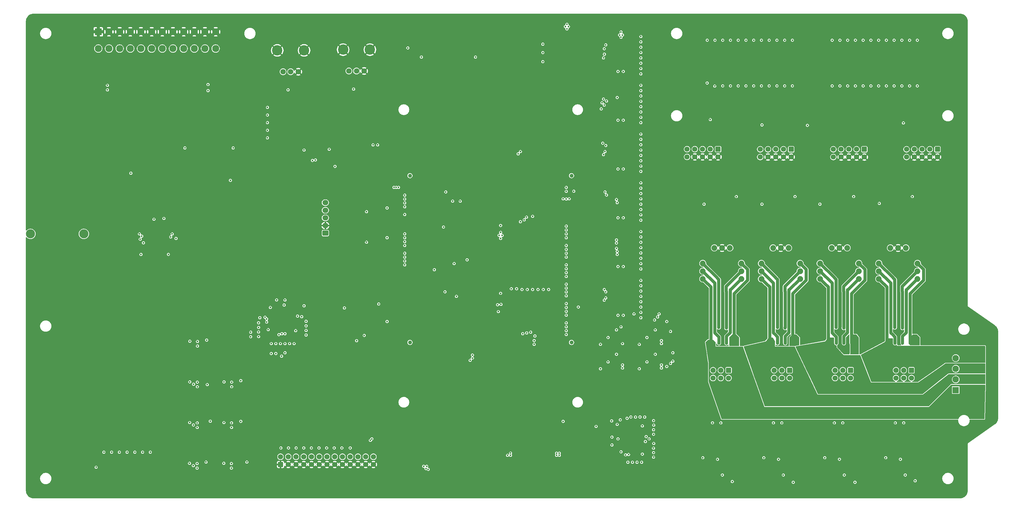
<source format=gbr>
%TF.GenerationSoftware,KiCad,Pcbnew,9.0.6-9.0.6~ubuntu24.04.1*%
%TF.CreationDate,2026-01-26T00:38:37+01:00*%
%TF.ProjectId,FPGA_Board_BA,46504741-5f42-46f6-9172-645f42412e6b,rev?*%
%TF.SameCoordinates,Original*%
%TF.FileFunction,Copper,L2,Inr*%
%TF.FilePolarity,Positive*%
%FSLAX46Y46*%
G04 Gerber Fmt 4.6, Leading zero omitted, Abs format (unit mm)*
G04 Created by KiCad (PCBNEW 9.0.6-9.0.6~ubuntu24.04.1) date 2026-01-26 00:38:37*
%MOMM*%
%LPD*%
G01*
G04 APERTURE LIST*
G04 Aperture macros list*
%AMRoundRect*
0 Rectangle with rounded corners*
0 $1 Rounding radius*
0 $2 $3 $4 $5 $6 $7 $8 $9 X,Y pos of 4 corners*
0 Add a 4 corners polygon primitive as box body*
4,1,4,$2,$3,$4,$5,$6,$7,$8,$9,$2,$3,0*
0 Add four circle primitives for the rounded corners*
1,1,$1+$1,$2,$3*
1,1,$1+$1,$4,$5*
1,1,$1+$1,$6,$7*
1,1,$1+$1,$8,$9*
0 Add four rect primitives between the rounded corners*
20,1,$1+$1,$2,$3,$4,$5,0*
20,1,$1+$1,$4,$5,$6,$7,0*
20,1,$1+$1,$6,$7,$8,$9,0*
20,1,$1+$1,$8,$9,$2,$3,0*%
G04 Aperture macros list end*
%TA.AperFunction,ComponentPad*%
%ADD10C,3.000000*%
%TD*%
%TA.AperFunction,ComponentPad*%
%ADD11C,1.890000*%
%TD*%
%TA.AperFunction,ComponentPad*%
%ADD12RoundRect,0.250000X-0.600000X0.600000X-0.600000X-0.600000X0.600000X-0.600000X0.600000X0.600000X0*%
%TD*%
%TA.AperFunction,ComponentPad*%
%ADD13C,1.700000*%
%TD*%
%TA.AperFunction,ComponentPad*%
%ADD14C,1.800000*%
%TD*%
%TA.AperFunction,ComponentPad*%
%ADD15C,3.400000*%
%TD*%
%TA.AperFunction,ComponentPad*%
%ADD16C,1.300000*%
%TD*%
%TA.AperFunction,ComponentPad*%
%ADD17RoundRect,0.250000X0.725000X-0.600000X0.725000X0.600000X-0.725000X0.600000X-0.725000X-0.600000X0*%
%TD*%
%TA.AperFunction,ComponentPad*%
%ADD18O,1.950000X1.700000*%
%TD*%
%TA.AperFunction,ComponentPad*%
%ADD19R,2.300000X2.300000*%
%TD*%
%TA.AperFunction,ComponentPad*%
%ADD20C,2.300000*%
%TD*%
%TA.AperFunction,ComponentPad*%
%ADD21R,2.100000X2.100000*%
%TD*%
%TA.AperFunction,ComponentPad*%
%ADD22C,2.100000*%
%TD*%
%TA.AperFunction,ComponentPad*%
%ADD23RoundRect,0.250000X0.600000X-0.600000X0.600000X0.600000X-0.600000X0.600000X-0.600000X-0.600000X0*%
%TD*%
%TA.AperFunction,ViaPad*%
%ADD24C,0.600000*%
%TD*%
%TA.AperFunction,Conductor*%
%ADD25C,1.000000*%
%TD*%
G04 APERTURE END LIST*
D10*
%TO.N,/Main_DCDC/Vin*%
%TO.C,J3*%
X42800000Y-128150000D03*
X60300000Y-128150000D03*
%TD*%
D11*
%TO.N,/Current measure/Tamura_1/pin1*%
%TO.C,U43*%
X276060000Y-137832512D03*
%TO.N,/Current measure/Tamura_1/pin2*%
X276060000Y-140372512D03*
%TO.N,/Current measure/Tamura_1/pin3*%
X276060000Y-142912512D03*
%TO.N,/Current measure/Tamura_1/pin4*%
X263360000Y-142912512D03*
%TO.N,/Current measure/Tamura_1/pin5*%
X263360000Y-140372512D03*
%TO.N,/Current measure/Tamura_1/pin6*%
X263360000Y-137832512D03*
%TO.N,/ADC for Machine/Iin_a*%
X267170000Y-132752512D03*
%TO.N,GND*%
X269710000Y-132772512D03*
%TO.N,+5VA_2*%
X272250000Y-132752512D03*
%TD*%
D12*
%TO.N,/CHB Communication/En-Err-circuit-1/Err*%
%TO.C,J12*%
X268380000Y-100360000D03*
D13*
%TO.N,GND*%
X268380000Y-102900000D03*
%TO.N,/CHB Communication/Ph_A_Tx1_5V*%
X265840000Y-100360000D03*
%TO.N,GND*%
X265840000Y-102900000D03*
%TO.N,/CHB Communication/Level_shifter_Rx_En/B2*%
X263300000Y-100360000D03*
%TO.N,GND*%
X263300000Y-102900000D03*
%TO.N,/CHB Communication/En-Err-circuit-1/En_out*%
X260760000Y-100360000D03*
%TO.N,GND*%
X260760000Y-102900000D03*
%TO.N,+5V*%
X258220000Y-100360000D03*
X258220000Y-102900000D03*
%TD*%
D12*
%TO.N,/Current measure/Tamura_1/pin1*%
%TO.C,J5*%
X271845000Y-172897500D03*
D13*
%TO.N,/CHB to 3Ph/Ph_A2_out*%
X271845000Y-175437500D03*
%TO.N,/Current measure/Tamura_1/pin1*%
X269305000Y-172897500D03*
%TO.N,/CHB to 3Ph/Ph_A2_out*%
X269305000Y-175437500D03*
%TO.N,/Current measure/Tamura_1/pin1*%
X266765000Y-172897500D03*
%TO.N,/CHB to 3Ph/Ph_A2_out*%
X266765000Y-175437500D03*
%TD*%
D14*
%TO.N,Net-(R61-Pad2)*%
%TO.C,R63*%
X125662500Y-74954988D03*
%TO.N,Net-(C57-Pad1)*%
X128162500Y-74954988D03*
%TO.N,GND*%
X130662500Y-74954988D03*
D15*
X123762500Y-67954988D03*
X132562500Y-67954988D03*
%TD*%
D12*
%TO.N,/CHB Communication/En-Err-circuit-2/Err*%
%TO.C,J13*%
X292380000Y-100397500D03*
D13*
%TO.N,GND*%
X292380000Y-102937500D03*
%TO.N,/CHB Communication/Ph_B_Tx1_5V*%
X289840000Y-100397500D03*
%TO.N,GND*%
X289840000Y-102937500D03*
%TO.N,/CHB Communication/Level_shifter_Rx_En/B4*%
X287300000Y-100397500D03*
%TO.N,GND*%
X287300000Y-102937500D03*
%TO.N,/CHB Communication/En-Err-circuit-2/En_out*%
X284760000Y-100397500D03*
%TO.N,GND*%
X284760000Y-102937500D03*
%TO.N,+5V*%
X282220000Y-100397500D03*
X282220000Y-102937500D03*
%TD*%
D11*
%TO.N,/Current measure/Tamura_2/pin1*%
%TO.C,U31*%
X295310000Y-137832512D03*
%TO.N,/Current measure/Tamura_2/pin2*%
X295310000Y-140372512D03*
%TO.N,/Current measure/Tamura_2/pin3*%
X295310000Y-142912512D03*
%TO.N,/Current measure/Tamura_2/pin4*%
X282610000Y-142912512D03*
%TO.N,/Current measure/Tamura_2/pin5*%
X282610000Y-140372512D03*
%TO.N,/Current measure/Tamura_2/pin6*%
X282610000Y-137832512D03*
%TO.N,/ADC for Machine/Iin_b*%
X286420000Y-132752512D03*
%TO.N,GND*%
X288960000Y-132772512D03*
%TO.N,+5VA_2*%
X291500000Y-132752512D03*
%TD*%
D12*
%TO.N,/CHB Communication/En-Err-circuit-3/Err*%
%TO.C,J14*%
X316380000Y-100397500D03*
D13*
%TO.N,GND*%
X316380000Y-102937500D03*
%TO.N,/CHB Communication/Ph_C_Tx1_5V*%
X313840000Y-100397500D03*
%TO.N,GND*%
X313840000Y-102937500D03*
%TO.N,/CHB Communication/Level_shifter_Rx_En/B6*%
X311300000Y-100397500D03*
%TO.N,GND*%
X311300000Y-102937500D03*
%TO.N,/CHB Communication/En-Err-circuit-3/En_out*%
X308760000Y-100397500D03*
%TO.N,GND*%
X308760000Y-102937500D03*
%TO.N,+5V*%
X306220000Y-100397500D03*
X306220000Y-102937500D03*
%TD*%
D16*
%TO.N,N/C*%
%TO.C,U2*%
X167300000Y-109045000D03*
X220300000Y-109045000D03*
X167300000Y-163755000D03*
X220300000Y-163755000D03*
%TD*%
D10*
%TO.N,GND*%
%TO.C,J4*%
X42800000Y-140650000D03*
X60300000Y-140650000D03*
%TD*%
D12*
%TO.N,/Current measure/Tamura_3/pin1*%
%TO.C,J7*%
X311845000Y-172897500D03*
D13*
%TO.N,/CHB to 3Ph/Ph_C2_out*%
X311845000Y-175437500D03*
%TO.N,/Current measure/Tamura_3/pin1*%
X309305000Y-172897500D03*
%TO.N,/CHB to 3Ph/Ph_C2_out*%
X309305000Y-175437500D03*
%TO.N,/Current measure/Tamura_3/pin1*%
X306765000Y-172897500D03*
%TO.N,/CHB to 3Ph/Ph_C2_out*%
X306765000Y-175437500D03*
%TD*%
D14*
%TO.N,Net-(R52-Pad2)*%
%TO.C,R54*%
X147267500Y-74709988D03*
%TO.N,Net-(C54-Pad1)*%
X149767500Y-74709988D03*
%TO.N,GND*%
X152267500Y-74709988D03*
D15*
X145367500Y-67709988D03*
X154167500Y-67709988D03*
%TD*%
D17*
%TO.N,+5V_Zynq*%
%TO.C,J20*%
X139550000Y-127900000D03*
D18*
%TO.N,GND*%
X139550000Y-125400000D03*
%TO.N,/Encoder/ENC_I_5V*%
X139550000Y-122900000D03*
%TO.N,/Encoder/ENC_B_5V*%
X139550000Y-120400000D03*
%TO.N,/Encoder/ENC_A_5V*%
X139550000Y-117900000D03*
%TD*%
D12*
%TO.N,/CHB Communication/En-Err-circuit-4/Err*%
%TO.C,J15*%
X340380000Y-100400000D03*
D13*
%TO.N,GND*%
X340380000Y-102940000D03*
%TO.N,/CHB Communication/Ph_D_Tx1_5V*%
X337840000Y-100400000D03*
%TO.N,GND*%
X337840000Y-102940000D03*
%TO.N,/CHB Communication/Level_shifter_Rx_En/B8*%
X335300000Y-100400000D03*
%TO.N,GND*%
X335300000Y-102940000D03*
%TO.N,/CHB Communication/En-Err-circuit-4/En_out*%
X332760000Y-100400000D03*
%TO.N,GND*%
X332760000Y-102940000D03*
%TO.N,+5V*%
X330220000Y-100400000D03*
X330220000Y-102940000D03*
%TD*%
D11*
%TO.N,/Current measure/Tamura_3/pin1*%
%TO.C,U37*%
X314560000Y-137832512D03*
%TO.N,/Current measure/Tamura_3/pin2*%
X314560000Y-140372512D03*
%TO.N,/Current measure/Tamura_3/pin3*%
X314560000Y-142912512D03*
%TO.N,/Current measure/Tamura_3/pin4*%
X301860000Y-142912512D03*
%TO.N,/Current measure/Tamura_3/pin5*%
X301860000Y-140372512D03*
%TO.N,/Current measure/Tamura_3/pin6*%
X301860000Y-137832512D03*
%TO.N,/ADC for Machine/Iin_c*%
X305670000Y-132752512D03*
%TO.N,GND*%
X308210000Y-132772512D03*
%TO.N,+5VA_2*%
X310750000Y-132752512D03*
%TD*%
%TO.N,/Current measure/Tamura_4/pin1*%
%TO.C,U40*%
X333810000Y-137832512D03*
%TO.N,/Current measure/Tamura_4/pin2*%
X333810000Y-140372512D03*
%TO.N,/Current measure/Tamura_4/pin3*%
X333810000Y-142912512D03*
%TO.N,/Current measure/Tamura_4/pin4*%
X321110000Y-142912512D03*
%TO.N,/Current measure/Tamura_4/pin5*%
X321110000Y-140372512D03*
%TO.N,/Current measure/Tamura_4/pin6*%
X321110000Y-137832512D03*
%TO.N,/ADC for Machine/Iin_d*%
X324920000Y-132752512D03*
%TO.N,GND*%
X327460000Y-132772512D03*
%TO.N,+5VA_2*%
X330000000Y-132752512D03*
%TD*%
D12*
%TO.N,/Current measure/Tamura_2/pin1*%
%TO.C,J6*%
X291845000Y-172897500D03*
D13*
%TO.N,/CHB to 3Ph/Ph_B2_out*%
X291845000Y-175437500D03*
%TO.N,/Current measure/Tamura_2/pin1*%
X289305000Y-172897500D03*
%TO.N,/CHB to 3Ph/Ph_B2_out*%
X289305000Y-175437500D03*
%TO.N,/Current measure/Tamura_2/pin1*%
X286765000Y-172897500D03*
%TO.N,/CHB to 3Ph/Ph_B2_out*%
X286765000Y-175437500D03*
%TD*%
D19*
%TO.N,GND*%
%TO.C,J18*%
X65050000Y-61850000D03*
D20*
%TO.N,+5V*%
X65050000Y-67350000D03*
%TO.N,GND*%
X68550000Y-61850000D03*
%TO.N,+5V*%
X68550000Y-67350000D03*
%TO.N,GND*%
X72050000Y-61850000D03*
%TO.N,+5V*%
X72050000Y-67350000D03*
%TO.N,GND*%
X75550000Y-61850000D03*
%TO.N,+5V*%
X75550000Y-67350000D03*
%TO.N,GND*%
X79050000Y-61850000D03*
%TO.N,+5V*%
X79050000Y-67350000D03*
%TO.N,GND*%
X82550000Y-61850000D03*
%TO.N,+5V*%
X82550000Y-67350000D03*
%TO.N,GND*%
X86050000Y-61850000D03*
%TO.N,+5V*%
X86050000Y-67350000D03*
%TO.N,GND*%
X89550000Y-61850000D03*
%TO.N,+5V*%
X89550000Y-67350000D03*
%TO.N,GND*%
X93050000Y-61850000D03*
%TO.N,+5V*%
X93050000Y-67350000D03*
%TO.N,GND*%
X96550000Y-61850000D03*
%TO.N,+5V*%
X96550000Y-67350000D03*
%TO.N,GND*%
X100050000Y-61850000D03*
%TO.N,+5V*%
X100050000Y-67350000D03*
%TO.N,GND*%
X103550000Y-61850000D03*
%TO.N,+5V*%
X103550000Y-67350000D03*
%TD*%
D21*
%TO.N,/CHB to 3Ph/Ph_A2_out*%
%TO.C,J17*%
X346356000Y-179400000D03*
D22*
%TO.N,/CHB to 3Ph/Ph_B2_out*%
X346356000Y-175900000D03*
%TO.N,/CHB to 3Ph/Ph_C2_out*%
X346356000Y-172400000D03*
%TO.N,/CHB to 3Ph/Ph_D2_out*%
X346356000Y-168900000D03*
%TO.N,/Current measure/Tamura_1/pin4*%
X351856000Y-179400000D03*
%TO.N,/Current measure/Tamura_2/pin4*%
X351856000Y-175900000D03*
%TO.N,/Current measure/Tamura_3/pin4*%
X351856000Y-172400000D03*
%TO.N,/Current measure/Tamura_4/pin4*%
X351856000Y-168900000D03*
%TD*%
D12*
%TO.N,/Current measure/Tamura_4/pin1*%
%TO.C,J8*%
X331845000Y-172897500D03*
D13*
%TO.N,/CHB to 3Ph/Ph_D2_out*%
X331845000Y-175437500D03*
%TO.N,/Current measure/Tamura_4/pin1*%
X329305000Y-172897500D03*
%TO.N,/CHB to 3Ph/Ph_D2_out*%
X329305000Y-175437500D03*
%TO.N,/Current measure/Tamura_4/pin1*%
X326765000Y-172897500D03*
%TO.N,/CHB to 3Ph/Ph_D2_out*%
X326765000Y-175437500D03*
%TD*%
D23*
%TO.N,GND*%
%TO.C,J9*%
X124835000Y-203812500D03*
D13*
%TO.N,/FPGA/Freepin10*%
X124835000Y-201272500D03*
%TO.N,GND*%
X127375000Y-203812500D03*
%TO.N,/FPGA/Freepin9*%
X127375000Y-201272500D03*
%TO.N,GND*%
X129915000Y-203812500D03*
%TO.N,/FPGA/Freepin8*%
X129915000Y-201272500D03*
%TO.N,GND*%
X132455000Y-203812500D03*
%TO.N,/FPGA/Freepin7*%
X132455000Y-201272500D03*
%TO.N,GND*%
X134995000Y-203812500D03*
%TO.N,/FPGA/Freepin6*%
X134995000Y-201272500D03*
%TO.N,GND*%
X137535000Y-203812500D03*
%TO.N,/FPGA/Freepin5*%
X137535000Y-201272500D03*
%TO.N,GND*%
X140075000Y-203812500D03*
%TO.N,/FPGA/Freepin4*%
X140075000Y-201272500D03*
%TO.N,GND*%
X142615000Y-203812500D03*
%TO.N,/FPGA/Freepin3*%
X142615000Y-201272500D03*
%TO.N,GND*%
X145155000Y-203812500D03*
%TO.N,/FPGA/Freepin2*%
X145155000Y-201272500D03*
%TO.N,GND*%
X147695000Y-203812500D03*
%TO.N,/FPGA/Freepin1*%
X147695000Y-201272500D03*
%TO.N,GND*%
X150235000Y-203812500D03*
%TO.N,+5V*%
X150235000Y-201272500D03*
%TO.N,GND*%
X152775000Y-203812500D03*
%TO.N,+3.3V*%
X152775000Y-201272500D03*
%TO.N,GND*%
X155315000Y-203812500D03*
%TO.N,+1V8*%
X155315000Y-201272500D03*
%TD*%
D24*
%TO.N,GND*%
X140050000Y-69900000D03*
X165550000Y-197150000D03*
X166550000Y-205400000D03*
X72800000Y-148900000D03*
X213300000Y-184400000D03*
X209550000Y-180650000D03*
X204300000Y-175650000D03*
X199300000Y-171150000D03*
X44050000Y-119400000D03*
X44050000Y-110400000D03*
X42050000Y-113650000D03*
X42050000Y-115900000D03*
X124800000Y-110400000D03*
X127050000Y-113650000D03*
X127050000Y-116400000D03*
X124800000Y-118900000D03*
%TO.N,*%
X240800000Y-154400000D03*
%TO.N,GND*%
X193800000Y-148650000D03*
X192050000Y-147150000D03*
X190050000Y-144150000D03*
X186550000Y-114400000D03*
X189800000Y-117400000D03*
X282800000Y-198400000D03*
X262800000Y-198650000D03*
X264300000Y-209150000D03*
X277800000Y-210400000D03*
X283550000Y-210650000D03*
X297300000Y-211400000D03*
X303300000Y-210900000D03*
X318050000Y-211150000D03*
X329050000Y-212900000D03*
X295300000Y-103400000D03*
X319550000Y-102400000D03*
X296800000Y-84150000D03*
X294800000Y-84150000D03*
X297550000Y-70400000D03*
X295300000Y-70400000D03*
X197300000Y-158650000D03*
X203550000Y-137900000D03*
X204800000Y-136650000D03*
X202050000Y-138900000D03*
X200300000Y-140150000D03*
X206300000Y-126400000D03*
X211050000Y-124900000D03*
X214300000Y-127650000D03*
X220800000Y-105150000D03*
X233300000Y-78900000D03*
X240550000Y-79900000D03*
X229800000Y-73650000D03*
X225050000Y-77400000D03*
X220050000Y-82400000D03*
X209550000Y-74900000D03*
X190300000Y-96150000D03*
X185550000Y-87650000D03*
X185800000Y-82400000D03*
X167800000Y-80400000D03*
X167800000Y-83400000D03*
X170550000Y-83400000D03*
X170800000Y-80650000D03*
X126050000Y-134650000D03*
X123050000Y-137900000D03*
X143050000Y-133650000D03*
X138300000Y-133650000D03*
X147050000Y-140650000D03*
X138050000Y-140900000D03*
X130300000Y-141400000D03*
X81800000Y-148150000D03*
X84300000Y-145650000D03*
X89800000Y-149400000D03*
X93300000Y-146400000D03*
X110300000Y-158150000D03*
X90800000Y-166650000D03*
X90800000Y-184400000D03*
X90050000Y-178900000D03*
X89300000Y-170900000D03*
X123800000Y-186650000D03*
X130050000Y-180650000D03*
X140550000Y-170150000D03*
X124050000Y-180150000D03*
X202800000Y-201900000D03*
X202550000Y-198150000D03*
X218800000Y-196900000D03*
X219050000Y-199650000D03*
X221300000Y-209900000D03*
X257050000Y-208650000D03*
X254550000Y-206150000D03*
X252300000Y-204400000D03*
X254550000Y-199650000D03*
X254300000Y-196900000D03*
X254550000Y-193400000D03*
X254800000Y-190150000D03*
X250550000Y-186650000D03*
X253800000Y-184900000D03*
X255550000Y-182900000D03*
X258050000Y-180400000D03*
X258800000Y-163400000D03*
X258800000Y-167900000D03*
X258800000Y-172900000D03*
X258800000Y-158150000D03*
X255800000Y-173150000D03*
X254300000Y-177400000D03*
X254300000Y-173400000D03*
X250300000Y-174900000D03*
X220300000Y-172150000D03*
X215300000Y-168900000D03*
X223550000Y-171400000D03*
X223050000Y-169150000D03*
X219800000Y-166900000D03*
X216550000Y-163400000D03*
X211300000Y-161650000D03*
X208550000Y-165400000D03*
X204300000Y-164400000D03*
X217550000Y-174400000D03*
X213800000Y-176400000D03*
X216050000Y-181150000D03*
X192800000Y-154900000D03*
X190550000Y-151900000D03*
X189300000Y-159900000D03*
X186300000Y-156900000D03*
%TO.N,Net-(U1-REFOUT1)*%
X130426460Y-155122069D03*
%TO.N,Net-(R258-Pad2)*%
X329800000Y-207260064D03*
X333050000Y-209150000D03*
%TO.N,Net-(R237-Pad2)*%
X309800000Y-207260064D03*
X313300000Y-209650000D03*
%TO.N,Net-(R162-Pad2)*%
X293050000Y-209650000D03*
X289800000Y-207260064D03*
%TO.N,GND*%
X268355032Y-204705032D03*
%TO.N,Net-(R144-Pad2)*%
X273050000Y-209400000D03*
X269800000Y-207260064D03*
%TO.N,Net-(U11-REFOUT4)*%
X239024999Y-200541117D03*
%TO.N,/ADC for B6/Level Shift for DIO/B1*%
X121496250Y-152283326D03*
%TO.N,Net-(U1-REFOUT4)*%
X119734313Y-155509313D03*
%TO.N,Net-(U1-Ain8-)*%
X120300000Y-156075000D03*
%TO.N,Net-(U1-Ain8+)*%
X120300000Y-157075000D03*
%TO.N,Net-(U1-REFOUT3)*%
X124300000Y-161200000D03*
%TO.N,REFOUT_B6*%
X125275000Y-160900000D03*
%TO.N,Net-(U1-REFOUT2)*%
X126300000Y-160900000D03*
%TO.N,+5VA*%
X238550000Y-188650000D03*
X243550000Y-191150000D03*
%TO.N,Net-(U11-REFOUT2)*%
X244800000Y-194650000D03*
%TO.N,Net-(U11-REFOUT3)*%
X244550000Y-196281262D03*
%TO.N,Net-(U11-REFOUT1)*%
X236300000Y-189150000D03*
%TO.N,GND*%
X85300000Y-129150000D03*
X85300000Y-127650000D03*
X83800000Y-127650000D03*
X83800000Y-129150000D03*
%TO.N,/Main_DCDC/Leg-2/Gate_H*%
X108395000Y-110590012D03*
%TO.N,GND*%
X179050000Y-120150000D03*
X264550000Y-88900000D03*
X264550000Y-90650000D03*
%TO.N,/Main_DCDC/Vin*%
X78550000Y-128150000D03*
%TO.N,GND*%
X88050000Y-122650000D03*
X82050000Y-123150000D03*
X224550000Y-168900000D03*
X223050000Y-174900000D03*
X224550000Y-172400000D03*
X227800000Y-209400000D03*
X226550000Y-213900000D03*
X223300000Y-211150000D03*
X230300000Y-159400000D03*
%TO.N,+3.3V*%
X159800000Y-156900000D03*
%TO.N,+5VA*%
X131775000Y-155325000D03*
%TO.N,/Main_DCDC/Vin*%
X88050000Y-134875000D03*
X79050000Y-134900000D03*
%TO.N,/Main_DCDC/Comp1*%
X90550000Y-129650000D03*
X79859988Y-131090012D03*
%TO.N,/Main_DCDC/Leg-1/Gate_L*%
X83320000Y-123340012D03*
%TO.N,/Main_DCDC/Leg-2/Gate_L*%
X86570000Y-123090012D03*
%TO.N,GND*%
X208050000Y-154400000D03*
X207050000Y-156650000D03*
X216050000Y-156650000D03*
X216050000Y-154400000D03*
%TO.N,+3.3V*%
X178300000Y-125900000D03*
X181800000Y-137900000D03*
X178800000Y-147150000D03*
X212800000Y-146400000D03*
X211050000Y-146400000D03*
X209300000Y-146400000D03*
X207550000Y-146400000D03*
X205800000Y-146400000D03*
X204050000Y-146400000D03*
X202300000Y-146150000D03*
X200550000Y-146150000D03*
%TO.N,GND*%
X248550000Y-166150000D03*
X246050000Y-186900000D03*
X239550000Y-174900000D03*
X246050000Y-156400000D03*
X243300000Y-159150000D03*
X249800000Y-159150000D03*
X252300000Y-158900000D03*
X249800000Y-65400000D03*
X258300000Y-64900000D03*
X260800000Y-81150000D03*
X256800000Y-83400000D03*
X276550000Y-126650000D03*
X275550000Y-123150000D03*
X320550000Y-123650000D03*
X281800000Y-122650000D03*
X295300000Y-121900000D03*
X300800000Y-123400000D03*
X316050000Y-117900000D03*
X314550000Y-110900000D03*
X323300000Y-110400000D03*
X304300000Y-110900000D03*
X296300000Y-111650000D03*
X292800000Y-112150000D03*
X277800000Y-113150000D03*
X281550000Y-113150000D03*
X284800000Y-111900000D03*
X251550000Y-196400000D03*
%TO.N,REFOUT_M*%
X245775000Y-195400000D03*
%TO.N,GND*%
X195800000Y-185400000D03*
X195550000Y-103150000D03*
X180800000Y-190400000D03*
X95012579Y-191613010D03*
X120300000Y-150900000D03*
X215800000Y-90400000D03*
X195800000Y-130400000D03*
X195050000Y-95650000D03*
X320800000Y-58400000D03*
X196550000Y-92150000D03*
X196050000Y-111650000D03*
X161050000Y-80650000D03*
X195800000Y-60400000D03*
X125050000Y-156325000D03*
X160800000Y-70400000D03*
X215800000Y-80400000D03*
X161300000Y-86150000D03*
X192300000Y-167400000D03*
X185050000Y-147150000D03*
X133800000Y-80900000D03*
X330800000Y-58400000D03*
X223300000Y-188400000D03*
X56800000Y-150400000D03*
X283300000Y-195260064D03*
X209800000Y-213400000D03*
X192800000Y-170150000D03*
X270800000Y-58400000D03*
X240800000Y-60400000D03*
X77550000Y-174400000D03*
X226800000Y-186900000D03*
X161050000Y-139400000D03*
X239800000Y-127650000D03*
X77300000Y-183150000D03*
X311300000Y-98150000D03*
X345800000Y-140400000D03*
X213300000Y-192900000D03*
X236800000Y-86150000D03*
X232300000Y-181400000D03*
X80800000Y-164650000D03*
X158300000Y-187400000D03*
X199300000Y-99400000D03*
X246050000Y-209150000D03*
X71550000Y-182900000D03*
X255800000Y-134400000D03*
X269050000Y-97650000D03*
X210800000Y-85400000D03*
X233550000Y-127900000D03*
X98590000Y-166874000D03*
X212800000Y-102900000D03*
X200800000Y-102400000D03*
X225800000Y-60400000D03*
X147300000Y-112150000D03*
X148550000Y-82900000D03*
X196550000Y-93650000D03*
X249800000Y-208400000D03*
X288300000Y-204760064D03*
X116300000Y-173400000D03*
X195800000Y-115400000D03*
X345800000Y-200400000D03*
X155550000Y-126650000D03*
X262300000Y-131650000D03*
X194050000Y-103150000D03*
X186800000Y-111650000D03*
X71050000Y-177400000D03*
X78300000Y-164900000D03*
X175800000Y-175400000D03*
X233800000Y-209150000D03*
X200550000Y-128400000D03*
X193300000Y-89150000D03*
X236300000Y-111650000D03*
X240050000Y-111150000D03*
X161550000Y-208650000D03*
X183050000Y-149900000D03*
X48800000Y-193400000D03*
X200800000Y-97650000D03*
X150975000Y-131265525D03*
X226099265Y-148199265D03*
X94972579Y-204963010D03*
X126300000Y-148462100D03*
X199800000Y-103400000D03*
X155300000Y-80400000D03*
X109760000Y-193574000D03*
X195800000Y-65400000D03*
X261050000Y-133150000D03*
X205800000Y-90400000D03*
X233050000Y-124400000D03*
X233050000Y-184400000D03*
X195800000Y-180400000D03*
X57800000Y-176400000D03*
X190050000Y-92150000D03*
X153300000Y-164650000D03*
X151550000Y-82900000D03*
X200800000Y-120400000D03*
X77300000Y-166900000D03*
X194300000Y-94650000D03*
X71550000Y-181400000D03*
X158050000Y-159650000D03*
X161050000Y-141400000D03*
X175800000Y-160400000D03*
X233800000Y-213900000D03*
X95052579Y-178263010D03*
X175800000Y-165400000D03*
X251300000Y-194650000D03*
X173300000Y-197900000D03*
X190800000Y-85400000D03*
X172300000Y-125650000D03*
X180800000Y-185400000D03*
X210800000Y-80400000D03*
X243300000Y-213650000D03*
X150800000Y-111900000D03*
X200800000Y-180400000D03*
X98550000Y-180224000D03*
X159300000Y-87150000D03*
X145800000Y-102400000D03*
X247300000Y-208150000D03*
X173550000Y-121650000D03*
X249050000Y-203400000D03*
X218585000Y-156085000D03*
X180800000Y-170400000D03*
X137700000Y-101400000D03*
X200800000Y-185400000D03*
X135800000Y-213400000D03*
X173800000Y-213400000D03*
X129050000Y-130400000D03*
X175975000Y-198675000D03*
X124050000Y-155325000D03*
X160800000Y-60400000D03*
X160800000Y-65400000D03*
X71800000Y-165150000D03*
X265800000Y-58400000D03*
X130800000Y-151650000D03*
X196300000Y-102150000D03*
X210800000Y-60400000D03*
X151050000Y-157650000D03*
X124050000Y-157325000D03*
X328550000Y-96400000D03*
X157080000Y-202120000D03*
X117050000Y-187150000D03*
X239550000Y-124650000D03*
X171300000Y-131650000D03*
X203300000Y-100150000D03*
X158550000Y-112650000D03*
X106222579Y-204963010D03*
X131050000Y-82150000D03*
X160800000Y-124650000D03*
X126050000Y-157325000D03*
X150300000Y-147937927D03*
X345800000Y-145400000D03*
X190800000Y-80400000D03*
X172050000Y-197900000D03*
X190050000Y-90650000D03*
X200800000Y-95400000D03*
X185800000Y-192900000D03*
X209550000Y-111900000D03*
X290800000Y-58400000D03*
X208550000Y-112650000D03*
X255800000Y-136150000D03*
X230800000Y-60400000D03*
X185800000Y-180400000D03*
X205800000Y-120400000D03*
X345800000Y-115400000D03*
X255800000Y-101650000D03*
X224550000Y-140650000D03*
X136700000Y-101400000D03*
X185800000Y-185400000D03*
X287050000Y-98150000D03*
X144550000Y-81150000D03*
X125800000Y-100150000D03*
X163050000Y-83150000D03*
X195800000Y-85400000D03*
X201550000Y-103400000D03*
X230800000Y-205400000D03*
X128300000Y-83650000D03*
X220300000Y-190900000D03*
X158550000Y-183650000D03*
X158800000Y-120400000D03*
X328300000Y-204760064D03*
X195800000Y-80400000D03*
X157800000Y-152150000D03*
X108050000Y-162900000D03*
X200800000Y-65400000D03*
X217550000Y-187900000D03*
X159050000Y-128900000D03*
X205800000Y-185400000D03*
X200800000Y-60400000D03*
X160800000Y-120650000D03*
X239050000Y-197400000D03*
X157800000Y-190650000D03*
X48800000Y-185400000D03*
X192050000Y-111400000D03*
X128300000Y-124150000D03*
X186300000Y-149900000D03*
X279300000Y-102900000D03*
X263300000Y-195260064D03*
X158050000Y-155900000D03*
X173800000Y-146650000D03*
X218585000Y-149735000D03*
X178300000Y-135900000D03*
X231300000Y-180400000D03*
X105800000Y-213400000D03*
X251300000Y-193150000D03*
X165585000Y-133225000D03*
X204550000Y-112150000D03*
X135700000Y-101400000D03*
X261050000Y-128900000D03*
X77800000Y-170900000D03*
X98470000Y-206924000D03*
X232800000Y-122400000D03*
X232550000Y-108150000D03*
X123550000Y-148462100D03*
X48800000Y-176400000D03*
X189550000Y-113650000D03*
X158800000Y-118650000D03*
X71300000Y-173150000D03*
X160800000Y-131650000D03*
X195800000Y-92900000D03*
X191800000Y-89150000D03*
X192550000Y-89900000D03*
X185800000Y-213400000D03*
X193050000Y-111400000D03*
X150050000Y-150900000D03*
X106262579Y-191613010D03*
X240300000Y-213900000D03*
X149050000Y-157650000D03*
X233550000Y-143400000D03*
X345800000Y-120400000D03*
X280050000Y-98150000D03*
X185800000Y-190400000D03*
X180800000Y-165400000D03*
X169015000Y-139575000D03*
X157050000Y-114150000D03*
X345800000Y-125400000D03*
X225800000Y-65400000D03*
X180800000Y-160400000D03*
X193300000Y-114650000D03*
X205800000Y-60400000D03*
X163050000Y-80400000D03*
X161550000Y-165150000D03*
X77550000Y-178900000D03*
X71050000Y-168650000D03*
X198300000Y-192900000D03*
X125800000Y-128400000D03*
X300800000Y-58400000D03*
X200800000Y-115400000D03*
X48800000Y-168400000D03*
X127050000Y-156325000D03*
X257300000Y-199650000D03*
X148300000Y-123400000D03*
X215800000Y-85400000D03*
X189050000Y-167400000D03*
X304800000Y-98150000D03*
X164050000Y-191400000D03*
X215800000Y-103150000D03*
X241050000Y-197400000D03*
X310800000Y-58400000D03*
X184550000Y-141400000D03*
X345800000Y-135400000D03*
X190800000Y-175400000D03*
X161050000Y-180900000D03*
X241050000Y-195400000D03*
X192050000Y-112400000D03*
X220800000Y-65400000D03*
X70550000Y-180400000D03*
X251050000Y-210150000D03*
X158800000Y-133150000D03*
X256550000Y-211150000D03*
X158800000Y-139650000D03*
X231050000Y-145150000D03*
X126050000Y-155325000D03*
X157550000Y-148400000D03*
X239339824Y-209330978D03*
X220800000Y-60400000D03*
X240050000Y-194400000D03*
X155800000Y-160187927D03*
X200800000Y-90400000D03*
X323300000Y-101400000D03*
X195800000Y-190400000D03*
X245800000Y-60400000D03*
X323300000Y-195260064D03*
X137800000Y-96150000D03*
X345800000Y-150400000D03*
X258550000Y-203900000D03*
X172800000Y-139150000D03*
X155800000Y-111900000D03*
X200800000Y-190400000D03*
X315800000Y-58400000D03*
X116800000Y-192900000D03*
X169015000Y-144655000D03*
X303550000Y-103400000D03*
X193550000Y-95400000D03*
X345800000Y-70400000D03*
X228050000Y-189150000D03*
X57800000Y-185400000D03*
X95092579Y-164913010D03*
X127050000Y-102150000D03*
X195800000Y-70400000D03*
X239050000Y-195400000D03*
X184550000Y-128900000D03*
X275800000Y-58400000D03*
X210800000Y-90400000D03*
X263550000Y-128150000D03*
X146050000Y-158400000D03*
X230800000Y-213900000D03*
X136050000Y-167650000D03*
X158550000Y-142400000D03*
X139300000Y-82900000D03*
X106302579Y-178263010D03*
X210800000Y-100400000D03*
X124300000Y-102150000D03*
X182550000Y-119650000D03*
X138550000Y-96150000D03*
X147550000Y-213150000D03*
X147300000Y-150900000D03*
X345800000Y-110400000D03*
X335800000Y-58400000D03*
X215800000Y-100400000D03*
X190800000Y-91400000D03*
X170800000Y-180400000D03*
X345800000Y-130400000D03*
X325800000Y-58400000D03*
X210800000Y-115400000D03*
X232050000Y-185650000D03*
X224750735Y-154100735D03*
X109800000Y-180224000D03*
X222015000Y-159895000D03*
X205800000Y-85400000D03*
X224800000Y-188650000D03*
X161300000Y-186900000D03*
X198800000Y-213400000D03*
X109720000Y-206924000D03*
X308300000Y-204760064D03*
X139800000Y-152900000D03*
X215800000Y-60400000D03*
X305800000Y-58400000D03*
X197300000Y-119400000D03*
X240050000Y-196400000D03*
X285800000Y-58400000D03*
X232550000Y-111400000D03*
X205800000Y-115400000D03*
X210800000Y-130400000D03*
X77050000Y-186400000D03*
X67800000Y-150400000D03*
X155300000Y-158687927D03*
X345800000Y-195400000D03*
X217800000Y-137150000D03*
X234300000Y-184150000D03*
X161300000Y-190400000D03*
X239550000Y-143400000D03*
X220800000Y-70400000D03*
X153050000Y-111900000D03*
X65800000Y-213400000D03*
X190800000Y-185400000D03*
X92550000Y-152400000D03*
X177800000Y-121650000D03*
X190800000Y-180400000D03*
X303300000Y-195260064D03*
X345800000Y-80400000D03*
X98510000Y-193574000D03*
X188550000Y-170150000D03*
X156800000Y-213400000D03*
X339550000Y-104900000D03*
X280800000Y-58400000D03*
X137050000Y-96150000D03*
X157800000Y-85400000D03*
X161050000Y-83150000D03*
X295800000Y-58400000D03*
X175800000Y-170400000D03*
X345800000Y-75400000D03*
X158800000Y-123900000D03*
X232050000Y-153900000D03*
X226300000Y-190900000D03*
X190800000Y-190400000D03*
X205800000Y-190400000D03*
X191300000Y-139900000D03*
X82800000Y-213400000D03*
X150975000Y-121265525D03*
%TO.N,+1V8*%
X187800000Y-167900000D03*
X187050000Y-169650000D03*
X126300000Y-149825000D03*
X123550000Y-149825000D03*
X187800000Y-168900000D03*
X233570000Y-194815012D03*
X228367649Y-191332351D03*
X182550000Y-148650000D03*
X218585000Y-116715000D03*
X186050000Y-136650000D03*
X217550000Y-116650000D03*
X132550000Y-151750000D03*
X233575000Y-197400000D03*
X152300000Y-161462927D03*
X219544481Y-116649085D03*
X217550000Y-189650000D03*
X233475000Y-189502912D03*
%TO.N,+5VA*%
X94972579Y-203413010D03*
X308209567Y-202100497D03*
X301800000Y-118400000D03*
X118050000Y-155650000D03*
X95012579Y-190063010D03*
X106302579Y-176713010D03*
X321300000Y-118150000D03*
X95092579Y-163363010D03*
X199300000Y-200800000D03*
X328209567Y-202100497D03*
X127300000Y-80900000D03*
X106222579Y-203413010D03*
X238050000Y-200650000D03*
X200300000Y-200050000D03*
X263800000Y-118400000D03*
X268209567Y-202100497D03*
X106262579Y-190063010D03*
X95052579Y-176713010D03*
X129800000Y-159900000D03*
X282800000Y-118400000D03*
X243550000Y-200400000D03*
X148800000Y-80650000D03*
X200300000Y-200800000D03*
X120800000Y-159575000D03*
X288209567Y-202100497D03*
%TO.N,REFOUT_B6*%
X101800000Y-189600000D03*
X113800000Y-203000000D03*
X111800000Y-176300000D03*
X100800000Y-177600000D03*
X100600000Y-163000000D03*
X111800000Y-189650000D03*
X100400000Y-203000000D03*
%TO.N,/Main_DCDC/Vin*%
X120550000Y-89150000D03*
X120550000Y-86650000D03*
X120550000Y-94150000D03*
X120550000Y-91650000D03*
X120550000Y-96650000D03*
%TO.N,/ADC for Machine/Diffamp5/Ain+*%
X239775000Y-188225000D03*
%TO.N,/ADC for Machine/Diffamp5/Ain-*%
X241300000Y-188250000D03*
%TO.N,+5V*%
X237300000Y-74851335D03*
X218300000Y-60150000D03*
X197550000Y-128650000D03*
X197050000Y-125400000D03*
X247800000Y-159650000D03*
X237300000Y-106851335D03*
X101050000Y-79150000D03*
X237300000Y-138851335D03*
X236550000Y-61900000D03*
X197050000Y-147650000D03*
X235050000Y-159650000D03*
X218800000Y-60900000D03*
X79300000Y-128900000D03*
X89300000Y-128150000D03*
X171800000Y-204400000D03*
X172800000Y-204400000D03*
X237300000Y-90851335D03*
X236050000Y-62900000D03*
X197050000Y-127650000D03*
X172550000Y-205150000D03*
X237300000Y-122851335D03*
X196550000Y-128650000D03*
X197050000Y-129650000D03*
X181300000Y-117400000D03*
X236550000Y-63650000D03*
X218800000Y-59400000D03*
X219300000Y-60150000D03*
X235050000Y-167650000D03*
X237050000Y-62900000D03*
X68050000Y-79400000D03*
X183800000Y-117400000D03*
X247800000Y-167650000D03*
X173300000Y-205400000D03*
X237300000Y-154851335D03*
%TO.N,/FPGA/Button1*%
X165585000Y-115445000D03*
%TO.N,/FPGA/Button2*%
X165585000Y-116715000D03*
%TO.N,REFOUT_M*%
X283387500Y-201584930D03*
X293625990Y-115900000D03*
X312875990Y-115900000D03*
X323387500Y-201584930D03*
X332125990Y-115900000D03*
X274375990Y-115900000D03*
X303387500Y-201584930D03*
X263387500Y-201584930D03*
%TO.N,/ADC for Machine/Diffamp6/Ain+*%
X242775000Y-188225000D03*
%TO.N,/ADC for Machine/Diffamp6/Ain-*%
X244300000Y-188250000D03*
%TO.N,/ADC for Machine/Diffamp7/Ain+*%
X247225000Y-189400000D03*
%TO.N,/ADC for Machine/Diffamp7/Ain-*%
X247275000Y-190900000D03*
%TO.N,/ADC for Machine/Diffamp8/Ain+*%
X247225000Y-192400000D03*
%TO.N,/ADC for Machine/Diffamp8/Ain-*%
X247225000Y-193900000D03*
%TO.N,/ADC for B6/Diffamp_2/Ain+*%
X129300000Y-164150000D03*
%TO.N,/ADC for B6/Diffamp_2/Ain-*%
X127800000Y-164150000D03*
%TO.N,/ADC for B6/Diffamp_3/Ain+*%
X117650000Y-161850000D03*
%TO.N,/ADC for B6/Diffamp_3/Ain-*%
X117625000Y-160325000D03*
%TO.N,/ADC for B6/Diffamp_4/Ain+*%
X133225000Y-159825000D03*
%TO.N,/ADC for B6/Diffamp_4/Ain-*%
X133225000Y-161325000D03*
%TO.N,/ADC for B6/Diffamp_5/Ain+*%
X123300000Y-164150000D03*
%TO.N,/ADC for B6/Diffamp_5/Ain-*%
X121800000Y-164150000D03*
%TO.N,/ADC for B6/Diffamp_6/Ain+*%
X133225000Y-156825000D03*
%TO.N,/ADC for B6/Diffamp_6/Ain-*%
X133225000Y-158325000D03*
%TO.N,/ADC for B6/Diffamp_7/Ain+*%
X126300000Y-164150000D03*
%TO.N,/ADC for B6/Diffamp_7/Ain-*%
X124800000Y-164150000D03*
%TO.N,+5VA_2*%
X216300000Y-200800000D03*
X215400000Y-200100000D03*
X215400000Y-200800000D03*
X216300000Y-200100000D03*
%TO.N,+3.3V*%
X163550000Y-112900000D03*
X235550000Y-154851335D03*
X162800000Y-112900000D03*
X235550000Y-90851335D03*
X179050000Y-114400000D03*
X159800000Y-129400000D03*
X218585000Y-112905000D03*
X159800000Y-119650000D03*
X154300000Y-195900000D03*
X235550000Y-122851335D03*
X235550000Y-106851335D03*
X166600000Y-67150000D03*
X235550000Y-138851335D03*
X175300000Y-139900000D03*
X157050000Y-151150000D03*
X162050000Y-112900000D03*
X154800000Y-195400000D03*
X235550000Y-74851335D03*
%TO.N,/ADC for B6/Diffamp_1/Ain+*%
X117650000Y-158850000D03*
%TO.N,/ADC for B6/Diffamp_1/Ain-*%
X117625000Y-157325000D03*
%TO.N,/Current measure/Tamura_2/pin4*%
X285300000Y-162900000D03*
X285300000Y-163900000D03*
%TO.N,/Current measure/Tamura_2/pin2*%
X290300000Y-158900000D03*
X290300000Y-157650000D03*
%TO.N,/Current measure/Tamura_2/pin1*%
X292800000Y-162900000D03*
X286550000Y-190150000D03*
X292800000Y-163900000D03*
%TO.N,/Current measure/Tamura_2/pin6*%
X287800000Y-158900000D03*
X287800000Y-157650000D03*
%TO.N,/Current measure/Tamura_2/pin5*%
X287800000Y-162900000D03*
X287800000Y-163900000D03*
%TO.N,/Current measure/Tamura_2/pin3*%
X290300000Y-162900000D03*
X290300000Y-163900000D03*
%TO.N,/CHB to 3Ph/Ph_A2_out*%
X269300000Y-190150000D03*
%TO.N,/Current measure/Tamura_1/pin1*%
X266550000Y-190150000D03*
X273550000Y-163900000D03*
X273550000Y-162900000D03*
%TO.N,/CHB to 3Ph/Ph_B2_out*%
X289300000Y-190150000D03*
%TO.N,/Current measure/Tamura_3/pin1*%
X306550000Y-190150000D03*
X312050000Y-162900000D03*
X312050000Y-163900000D03*
%TO.N,/CHB to 3Ph/Ph_C2_out*%
X309300000Y-190150000D03*
%TO.N,/Current measure/Tamura_4/pin1*%
X326550000Y-190150000D03*
X331300000Y-163900000D03*
X331300000Y-162900000D03*
%TO.N,/CHB to 3Ph/Ph_D2_out*%
X329300000Y-190150000D03*
%TO.N,/Current measure/Tamura_3/pin4*%
X304550000Y-162900000D03*
X304550000Y-163900000D03*
%TO.N,/Current measure/Tamura_3/pin6*%
X307050000Y-157650000D03*
X307050000Y-158900000D03*
%TO.N,/Current measure/Tamura_3/pin2*%
X309550000Y-157650000D03*
X309550000Y-158900000D03*
%TO.N,/Current measure/Tamura_3/pin3*%
X309550000Y-162900000D03*
X309550000Y-163900000D03*
%TO.N,/Current measure/Tamura_3/pin5*%
X307050000Y-162900000D03*
X307050000Y-163900000D03*
%TO.N,/Current measure/Tamura_4/pin6*%
X326300000Y-158900000D03*
X326300000Y-157650000D03*
%TO.N,/Current measure/Tamura_4/pin4*%
X323800000Y-163900000D03*
X323800000Y-162900000D03*
%TO.N,/Current measure/Tamura_4/pin2*%
X328800000Y-157650000D03*
X328800000Y-158900000D03*
%TO.N,/Current measure/Tamura_4/pin5*%
X326300000Y-162900000D03*
X326300000Y-163900000D03*
%TO.N,/Current measure/Tamura_4/pin3*%
X328800000Y-163900000D03*
X328800000Y-162900000D03*
%TO.N,/CHB Communication/Ph_A_Tx1*%
X231550000Y-66150000D03*
X218585000Y-125605000D03*
%TO.N,Net-(D25-K)*%
X229800000Y-164400000D03*
%TO.N,Net-(D26-K)*%
X232300000Y-162150000D03*
%TO.N,/CHB Communication/Level_shifter_Rx_En/B2*%
X251550000Y-156900000D03*
X251550000Y-171650000D03*
%TO.N,/CHB Communication/En-Err-circuit-1/En_out*%
X237050000Y-164150000D03*
%TO.N,/CHB Communication/En-Err-circuit-2/En_out*%
X237050000Y-172150000D03*
%TO.N,/CHB Communication/Ph_B_Tx1*%
X218585000Y-134495000D03*
X230300000Y-85150000D03*
%TO.N,/CHB Communication/Level_shifter_Rx_En/B4*%
X252800000Y-170650000D03*
X252800000Y-160150000D03*
%TO.N,/CHB Communication/Ph_C_Tx1*%
X218585000Y-144655000D03*
X231300000Y-114400000D03*
%TO.N,Net-(D27-K)*%
X232300000Y-170150000D03*
%TO.N,Net-(D28-K)*%
X229800000Y-172400000D03*
%TO.N,/CHB Communication/Level_shifter_Rx_En/B6*%
X253550000Y-169900000D03*
X253550000Y-167150000D03*
%TO.N,/CHB Communication/En-Err-circuit-3/En_out*%
X249800000Y-164150000D03*
%TO.N,Net-(D29-K)*%
X245050000Y-162150000D03*
%TO.N,/CHB Communication/Ph_D_Tx1*%
X235050000Y-132900000D03*
X218585000Y-153545000D03*
%TO.N,/Current measure/Tamura_1/pin3*%
X271050000Y-163900000D03*
X271050000Y-162900000D03*
%TO.N,/Current measure/Tamura_1/pin4*%
X266050000Y-163900000D03*
X266050000Y-162900000D03*
%TO.N,/Current measure/Tamura_1/pin2*%
X271050000Y-157650000D03*
X271050000Y-158900000D03*
%TO.N,/Current measure/Tamura_1/pin6*%
X268550000Y-158900000D03*
X268550000Y-157650000D03*
%TO.N,/Current measure/Tamura_1/pin5*%
X268550000Y-162900000D03*
X268550000Y-163900000D03*
%TO.N,Net-(R56-Pad1)*%
X171050000Y-70150000D03*
%TO.N,/FPGA/Poti*%
X218585000Y-114175000D03*
X203550000Y-101150000D03*
%TO.N,Net-(R59-Pad1)*%
X188800000Y-70150000D03*
%TO.N,/FPGA/Poti2*%
X221050000Y-114150000D03*
X202800000Y-101900000D03*
%TO.N,/User Interaction/LED1*%
X165585000Y-117985000D03*
X210900000Y-65900000D03*
%TO.N,/User Interaction/LED2*%
X210900000Y-68660000D03*
X165585000Y-119255000D03*
%TO.N,/User Interaction/LED3*%
X165585000Y-121795000D03*
X210900000Y-71650000D03*
%TO.N,Net-(U20A--)*%
X108800000Y-178300000D03*
%TO.N,Net-(U20B--)*%
X108800000Y-176800000D03*
%TO.N,Net-(U21A--)*%
X115050000Y-161900000D03*
X97550000Y-178300000D03*
%TO.N,Net-(R112-Pad2)*%
X96302579Y-177488010D03*
X115050000Y-160400000D03*
%TO.N,Net-(U21B--)*%
X97550000Y-176800000D03*
%TO.N,Net-(U22A--)*%
X108760000Y-191650000D03*
%TO.N,Net-(U22B--)*%
X108760000Y-190150000D03*
%TO.N,Net-(U23A--)*%
X97510000Y-191650000D03*
X123300000Y-167400000D03*
%TO.N,Net-(R130-Pad2)*%
X96262579Y-190838010D03*
X121800000Y-167400000D03*
%TO.N,Net-(U23B--)*%
X97510000Y-190150000D03*
%TO.N,Net-(U24A--)*%
X108720000Y-205000000D03*
%TO.N,Net-(U24B--)*%
X108720000Y-203500000D03*
%TO.N,Net-(U25A--)*%
X97470000Y-205000000D03*
X126300000Y-167150000D03*
%TO.N,Net-(R148-Pad2)*%
X125175000Y-168275000D03*
X96222579Y-204188010D03*
%TO.N,Net-(U25B--)*%
X97470000Y-203500000D03*
%TO.N,/CHB Communication/Level_Shifter_8bit_3/A1*%
X243050000Y-107650000D03*
X333770000Y-64600000D03*
%TO.N,/CHB Communication/Level_Shifter_8bit_3/A2*%
X243050000Y-105900000D03*
X331230000Y-64600000D03*
%TO.N,/CHB Communication/Level_Shifter_8bit_3/A3*%
X328690000Y-64600000D03*
X243050000Y-104150000D03*
%TO.N,/CHB Communication/Level_Shifter_8bit_3/A4*%
X243050000Y-102400000D03*
X326150000Y-64600000D03*
%TO.N,/CHB Communication/Level_Shifter_8bit_3/A5*%
X323610000Y-64600000D03*
X243050000Y-100650000D03*
%TO.N,/CHB Communication/Level_Shifter_8bit_3/A6*%
X243050000Y-98900000D03*
X321070000Y-64600000D03*
%TO.N,/CHB Communication/Level_Shifter_8bit_3/A7*%
X243050000Y-97150000D03*
X318530000Y-64600000D03*
%TO.N,/CHB Communication/Level_Shifter_8bit_3/A8*%
X315990000Y-64600000D03*
X243050000Y-95400000D03*
%TO.N,/CHB Communication/Level_Shifter_8bit_4/A1*%
X282610000Y-79600000D03*
X243050000Y-123650000D03*
%TO.N,/CHB Communication/Level_Shifter_8bit_4/A2*%
X243050000Y-121900000D03*
X280070000Y-79600000D03*
%TO.N,/CHB Communication/Level_Shifter_8bit_4/A3*%
X277530000Y-79600000D03*
X243050000Y-120150000D03*
%TO.N,/CHB Communication/Level_Shifter_8bit_4/A4*%
X243050000Y-118400000D03*
X274990000Y-79600000D03*
%TO.N,/CHB Communication/Level_Shifter_8bit_4/A5*%
X272450000Y-79600000D03*
X243050000Y-116650000D03*
%TO.N,/CHB Communication/Level_Shifter_8bit_4/A6*%
X269910000Y-79600000D03*
X243050000Y-114900000D03*
%TO.N,/CHB Communication/Level_Shifter_8bit_4/A7*%
X267300000Y-79650000D03*
X243050000Y-113150000D03*
%TO.N,/CHB Communication/Level_Shifter_8bit_5/A1*%
X243050000Y-139650000D03*
X313450000Y-79600000D03*
%TO.N,/CHB Communication/Level_Shifter_8bit_5/A2*%
X310910000Y-79600000D03*
X243050000Y-137900000D03*
%TO.N,/CHB Communication/Level_Shifter_8bit_5/A3*%
X308370000Y-79600000D03*
X243050000Y-136150000D03*
%TO.N,/CHB Communication/Level_Shifter_8bit_5/A5*%
X292770000Y-79600000D03*
X243050000Y-132650000D03*
%TO.N,/CHB Communication/Level_Shifter_8bit_5/A6*%
X243050000Y-130900000D03*
X290230000Y-79600000D03*
%TO.N,/CHB Communication/Level_Shifter_8bit_5/A7*%
X287690000Y-79600000D03*
X243050000Y-129150000D03*
%TO.N,/CHB Communication/Level_Shifter_8bit_5/A8*%
X285150000Y-79600000D03*
X243050000Y-127400000D03*
%TO.N,/CHB Communication/Level_Shifter_8bit_6/A1*%
X243050000Y-155650000D03*
X333770000Y-79600000D03*
%TO.N,/CHB Communication/Level_Shifter_8bit_6/A2*%
X243050000Y-153900000D03*
X331230000Y-79600000D03*
%TO.N,/CHB Communication/Level_Shifter_8bit_6/A3*%
X328690000Y-79600000D03*
X243050000Y-152150000D03*
%TO.N,/CHB Communication/Level_Shifter_8bit_6/A4*%
X243050000Y-150400000D03*
X326150000Y-79600000D03*
%TO.N,/CHB Communication/Level_Shifter_8bit_6/A5*%
X323610000Y-79600000D03*
X243050000Y-148650000D03*
%TO.N,/CHB Communication/Level_Shifter_8bit_6/A6*%
X243050000Y-146900000D03*
X321070000Y-79600000D03*
%TO.N,/CHB Communication/Level_Shifter_8bit_6/A7*%
X243050000Y-145150000D03*
X318530000Y-79600000D03*
%TO.N,/CHB Communication/Level_Shifter_8bit_6/A8*%
X315990000Y-79600000D03*
X243050000Y-143400000D03*
%TO.N,Net-(U36-DIR)*%
X153050000Y-130865523D03*
%TO.N,Net-(U42-DIR)*%
X153050000Y-120865523D03*
%TO.N,Net-(U44A--)*%
X97590000Y-164950000D03*
%TO.N,Net-(U44B--)*%
X97590000Y-163450000D03*
%TO.N,/FPGA/Freepin10*%
X124955000Y-198380000D03*
%TO.N,/FPGA/Freepin9*%
X127455000Y-198380000D03*
%TO.N,/FPGA/Freepin8*%
X129955000Y-198380000D03*
%TO.N,/ADC for B6/Level Shift for DIO/B1*%
X145800000Y-152437927D03*
%TO.N,/FPGA/Freepin7*%
X132455000Y-198380000D03*
%TO.N,/FPGA/Freepin6*%
X134955000Y-198380000D03*
%TO.N,/FPGA/Freepin5*%
X137455000Y-198380000D03*
%TO.N,/FPGA/Freepin4*%
X139955000Y-198380000D03*
%TO.N,/FPGA/Freepin3*%
X142455000Y-198380000D03*
%TO.N,/FPGA/Freepin2*%
X144955000Y-198380000D03*
%TO.N,/CHB Communication/Ph_A_Tx5*%
X231099265Y-69201000D03*
X218585000Y-128145000D03*
%TO.N,/CHB Communication/Ph_D_Tx5*%
X218585000Y-157355000D03*
X231050000Y-146400000D03*
%TO.N,/CHB Communication/Ph_D_Tx2*%
X218585000Y-154815000D03*
X235300000Y-133900000D03*
%TO.N,/CHB Communication/Ph_C_Tx6*%
X218585000Y-148465000D03*
X235300000Y-117900000D03*
%TO.N,/CHB Communication/Ph_B_Tx5*%
X218585000Y-138305000D03*
X230550000Y-98400000D03*
%TO.N,/FPGA/PWM_CH*%
X71960000Y-199760000D03*
X165585000Y-131955000D03*
%TO.N,/CHB Communication/Ph_D_Tx9*%
X231550000Y-149150000D03*
X218585000Y-159895000D03*
%TO.N,/CHB Communication/Ph_C_Tx9*%
X235050000Y-130150000D03*
X218585000Y-151005000D03*
%TO.N,/CHB Communication/Ph_A_Tx11*%
X230800000Y-83900000D03*
X218585000Y-133225000D03*
%TO.N,/FPGA/OT*%
X66880000Y-199760000D03*
X165585000Y-129415000D03*
%TO.N,/FPGA/PWM_BH*%
X165585000Y-135765000D03*
X77040000Y-199760000D03*
%TO.N,/CHB Communication/Ph_D_Tx10*%
X231050000Y-149900000D03*
X218585000Y-161165000D03*
%TO.N,/FPGA/B6_En*%
X165585000Y-128145000D03*
X64340000Y-204710000D03*
%TO.N,/CHB Communication/Ph_D_Tx3*%
X235300000Y-134900000D03*
X222550000Y-152150000D03*
%TO.N,/FPGA/PWM_CL*%
X165585000Y-130685000D03*
X69420000Y-199760000D03*
%TO.N,/CHB Communication/Ph_A_Tx2*%
X231050000Y-67400000D03*
X218585000Y-126875000D03*
%TO.N,/CHB Communication/Ph_D_Tx6*%
X231550000Y-147150000D03*
X218585000Y-158625000D03*
%TO.N,/CHB Communication/Ph_C_Tx10*%
X235050000Y-131150000D03*
X218585000Y-152275000D03*
%TO.N,/CHB Communication/Ph_C_Tx2*%
X218585000Y-145925000D03*
X231800000Y-115400000D03*
%TO.N,/CHB Communication/Ph_B_Tx2*%
X231050000Y-85900000D03*
X218585000Y-135765000D03*
%TO.N,/CHB Communication/Ph_A_Tx9*%
X230050000Y-87150000D03*
X235300000Y-83400000D03*
%TO.N,/FPGA/PWM_BL*%
X74500000Y-199760000D03*
X165585000Y-134495000D03*
%TO.N,/CHB Communication/Ph_B_Tx9*%
X218585000Y-140845000D03*
X231300000Y-101150000D03*
%TO.N,/FPGA/PWM_AH*%
X82120000Y-199760000D03*
X165585000Y-138305000D03*
%TO.N,/CHB Communication/Ph_B_Tx10*%
X218585000Y-142115000D03*
X230800000Y-102150000D03*
%TO.N,/CHB Communication/Ph_C_Tx5*%
X235050000Y-116900000D03*
X218585000Y-147195000D03*
%TO.N,/CHB Communication/Ph_A_Tx6*%
X218585000Y-129415000D03*
X230800000Y-70400000D03*
%TO.N,/CHB Communication/Ph_B_Tx6*%
X231550000Y-99150000D03*
X218585000Y-139575000D03*
%TO.N,/FPGA/PWM_AL*%
X79580000Y-199760000D03*
X165585000Y-137035000D03*
%TO.N,/CHB Communication/Ph_A_Tx12*%
X231800000Y-84550000D03*
X218585000Y-131955000D03*
%TO.N,/ADC for Machine/Level Shift for DIO/B2*%
X235300000Y-190650000D03*
X197175000Y-151275000D03*
%TO.N,/ADC for Machine/Level Shift for DIO/B1*%
X236550000Y-199650000D03*
X196300000Y-153650000D03*
%TO.N,/Main_DCDC/Leg-1/Gate_L*%
X75730000Y-108250012D03*
%TO.N,/Main_DCDC/Leg-2/Gate_H*%
X109300000Y-99950000D03*
%TO.N,/Main_DCDC/Leg-2/Gate_L*%
X93470000Y-99950000D03*
%TO.N,/Main_DCDC/Leg-1/R_I+*%
X78800000Y-129900000D03*
X68050000Y-80900000D03*
%TO.N,/Main_DCDC/Leg-2/R_I+*%
X101050000Y-81150000D03*
X88800000Y-129150000D03*
%TO.N,/CHB Communication/Level_Shifter_8bit_1/A1*%
X282610000Y-64600000D03*
X243050000Y-75650000D03*
%TO.N,/CHB Communication/Level_Shifter_8bit_1/A2*%
X243050000Y-73900000D03*
X280070000Y-64600000D03*
%TO.N,/CHB Communication/Level_Shifter_8bit_1/A3*%
X243050000Y-72150000D03*
X277530000Y-64600000D03*
%TO.N,/CHB Communication/Level_Shifter_8bit_1/A4*%
X243050000Y-70400000D03*
X274990000Y-64600000D03*
%TO.N,/CHB Communication/Level_Shifter_8bit_1/A5*%
X272450000Y-64600000D03*
X243050000Y-68650000D03*
%TO.N,/CHB Communication/Level_Shifter_8bit_1/A6*%
X243050000Y-66900000D03*
X269910000Y-64600000D03*
%TO.N,/CHB Communication/Level_Shifter_8bit_1/A7*%
X267370000Y-64600000D03*
X243050000Y-65150000D03*
%TO.N,/CHB Communication/Ph_A_Tx1_5V*%
X265840000Y-90650000D03*
X243050000Y-63400000D03*
X264830000Y-64600000D03*
%TO.N,/CHB Communication/Ph_B_Tx1_5V*%
X305830000Y-64600000D03*
X297693750Y-92543750D03*
X243050000Y-86400000D03*
%TO.N,/CHB Communication/Ph_C_Tx1_5V*%
X243050000Y-111400000D03*
X264800000Y-78650000D03*
X282800000Y-92400000D03*
%TO.N,/CHB Communication/Ph_D_Tx1_5V*%
X329195000Y-91755000D03*
X305830000Y-79600000D03*
X243050000Y-134400000D03*
%TO.N,/CHB Communication/Level_Shifter_8bit_2/A1*%
X243050000Y-91650000D03*
X313450000Y-64600000D03*
%TO.N,/CHB Communication/Level_Shifter_8bit_2/A2*%
X310910000Y-64600000D03*
X243050000Y-89900000D03*
%TO.N,/CHB Communication/Level_Shifter_8bit_2/A3*%
X243050000Y-88150000D03*
X308370000Y-64600000D03*
%TO.N,/CHB Communication/Level_Shifter_8bit_2/A5*%
X243050000Y-84650000D03*
X292770000Y-64600000D03*
%TO.N,/CHB Communication/Level_Shifter_8bit_2/A6*%
X290230000Y-64600000D03*
X243050000Y-82900000D03*
%TO.N,/CHB Communication/Level_Shifter_8bit_2/A7*%
X287690000Y-64600000D03*
X243050000Y-81150000D03*
%TO.N,/CHB Communication/Level_Shifter_8bit_2/A8*%
X285150000Y-64600000D03*
X243050000Y-79400000D03*
%TO.N,/ADC for Machine/PHC_V-*%
X241800000Y-203075000D03*
%TO.N,/ADC for Machine/PHA_V+*%
X247275000Y-196900000D03*
%TO.N,/ADC for Machine/PHB_V+*%
X247225000Y-199900000D03*
%TO.N,/ADC for Machine/PHD_V+*%
X240300000Y-203075000D03*
%TO.N,/ADC for Machine/PHB_V-*%
X247225000Y-201400000D03*
%TO.N,/ADC for Machine/PHD_V-*%
X238800000Y-203075000D03*
%TO.N,/ADC for Machine/PHA_V-*%
X247200000Y-198425000D03*
%TO.N,/ADC for Machine/PHC_V+*%
X243300000Y-203075000D03*
%TO.N,/FPGA/Freepin1*%
X147705000Y-198380000D03*
%TO.N,+5V_Zynq*%
X156687130Y-98950000D03*
X142712130Y-106000000D03*
X136300000Y-103900000D03*
X132550000Y-100650000D03*
%TO.N,Net-(U4-ISNS+)*%
X135300000Y-104050000D03*
X155187130Y-98950000D03*
%TO.N,Net-(U4-VCC)*%
X140800000Y-100400000D03*
%TO.N,/ADC for Machine/LS CLKOUT/A1*%
X196050000Y-151400000D03*
X235550000Y-195400000D03*
%TO.N,/ADC for B6/LS CLKOUT/A1*%
X126021250Y-151487100D03*
X149800000Y-163187927D03*
%TO.N,Net-(D30-K)*%
X242550000Y-164400000D03*
%TO.N,/CHB Communication/En-Err-circuit-4/En_out*%
X249800000Y-172150000D03*
%TO.N,Net-(D31-K)*%
X245050000Y-170150000D03*
%TO.N,Net-(D32-K)*%
X242550000Y-172400000D03*
%TO.N,/CHB Communication/En-Err-circuit-1/Err*%
X203550000Y-124150000D03*
X236550000Y-158650000D03*
%TO.N,/CHB Communication/En-Err-circuit-2/Err*%
X237050000Y-171150000D03*
X204800000Y-123550000D03*
X247550000Y-156400000D03*
%TO.N,/CHB Communication/En-Err-circuit-3/Err*%
X205550000Y-122650000D03*
X248550000Y-155400000D03*
X249800000Y-163150000D03*
%TO.N,/CHB Communication/En-Err-circuit-4/Err*%
X249050000Y-154400000D03*
X249800000Y-171150000D03*
X207550000Y-122400000D03*
%TO.N,/CHB Communication/En-Err-circuit-2/En_in*%
X206900000Y-160400000D03*
X208300000Y-161650000D03*
%TO.N,/CHB Communication/En-Err-circuit-3/En_in*%
X205600000Y-160650000D03*
X208050000Y-163150000D03*
%TO.N,/CHB Communication/En-Err-circuit-4/En_in*%
X204300000Y-160900000D03*
X208050000Y-164400000D03*
%TD*%
D25*
%TO.N,/Current measure/Tamura_2/pin4*%
X285320000Y-145590012D02*
X284270000Y-144540012D01*
X284237500Y-144540012D02*
X282610000Y-142912512D01*
X285320000Y-164090012D02*
X285320000Y-145590012D01*
X284270000Y-144540012D02*
X284237500Y-144540012D01*
%TO.N,/Current measure/Tamura_2/pin2*%
X290320000Y-146990012D02*
X290320000Y-145362512D01*
X290419000Y-147089012D02*
X290320000Y-146990012D01*
X290320000Y-145362512D02*
X295310000Y-140372512D01*
X290370000Y-159040012D02*
X290370000Y-158889012D01*
X290370000Y-158889012D02*
X290419000Y-158840012D01*
X290419000Y-158840012D02*
X290419000Y-147089012D01*
%TO.N,/Current measure/Tamura_2/pin1*%
X297320000Y-139842512D02*
X297320000Y-143380000D01*
X295310000Y-137832512D02*
X297320000Y-139842512D01*
X292920000Y-147780000D02*
X292920000Y-163990012D01*
X297320000Y-143380000D02*
X292920000Y-147780000D01*
%TO.N,/Current measure/Tamura_2/pin6*%
X287870000Y-158840012D02*
X287870000Y-143140012D01*
X287320000Y-142542512D02*
X282610000Y-137832512D01*
X287320000Y-142590012D02*
X287320000Y-142542512D01*
X287870000Y-143140012D02*
X287320000Y-142590012D01*
%TO.N,/Current measure/Tamura_2/pin5*%
X282610000Y-140372512D02*
X286570000Y-144332512D01*
X287920000Y-161990012D02*
X287920000Y-163990012D01*
X287120000Y-161190012D02*
X287920000Y-161990012D01*
X286570000Y-144332512D02*
X286570000Y-160640012D01*
X286570000Y-160640012D02*
X287120000Y-161190012D01*
%TO.N,/Current measure/Tamura_2/pin3*%
X291770000Y-146390012D02*
X291832500Y-146390012D01*
X291620000Y-160540012D02*
X291620000Y-146540012D01*
X290420000Y-163990012D02*
X290420000Y-161740012D01*
X290420000Y-161740012D02*
X291620000Y-160540012D01*
X291832500Y-146390012D02*
X295310000Y-142912512D01*
X291620000Y-146540012D02*
X291770000Y-146390012D01*
%TO.N,/Current measure/Tamura_1/pin1*%
X276060000Y-137832512D02*
X278070000Y-139842512D01*
X278070000Y-139842512D02*
X278070000Y-143380000D01*
X278070000Y-143380000D02*
X273670000Y-147780000D01*
X273670000Y-147780000D02*
X273670000Y-163990012D01*
%TO.N,/Current measure/Tamura_3/pin1*%
X312170000Y-147780000D02*
X312170000Y-163990012D01*
X316570000Y-139842512D02*
X316570000Y-143380000D01*
X316570000Y-143380000D02*
X312170000Y-147780000D01*
X314560000Y-137832512D02*
X316570000Y-139842512D01*
%TO.N,/Current measure/Tamura_4/pin1*%
X333810000Y-137832512D02*
X335820000Y-139842512D01*
X335820000Y-143380000D02*
X331420000Y-147780000D01*
X331420000Y-147780000D02*
X331420000Y-163990012D01*
X335820000Y-139842512D02*
X335820000Y-143380000D01*
%TO.N,/Current measure/Tamura_3/pin4*%
X304570000Y-164090012D02*
X304570000Y-145590012D01*
X304570000Y-145590012D02*
X303520000Y-144540012D01*
X303520000Y-144540012D02*
X303487500Y-144540012D01*
X303487500Y-144540012D02*
X301860000Y-142912512D01*
%TO.N,/Current measure/Tamura_3/pin6*%
X307120000Y-158840012D02*
X307120000Y-143140012D01*
X306570000Y-142542512D02*
X301860000Y-137832512D01*
X306570000Y-142590012D02*
X306570000Y-142542512D01*
X307120000Y-143140012D02*
X306570000Y-142590012D01*
%TO.N,/Current measure/Tamura_3/pin2*%
X309620000Y-158889012D02*
X309669000Y-158840012D01*
X309570000Y-145362512D02*
X314560000Y-140372512D01*
X309669000Y-158840012D02*
X309669000Y-147089012D01*
X309620000Y-159040012D02*
X309620000Y-158889012D01*
X309570000Y-146990012D02*
X309570000Y-145362512D01*
X309669000Y-147089012D02*
X309570000Y-146990012D01*
%TO.N,/Current measure/Tamura_3/pin3*%
X310870000Y-160540012D02*
X310870000Y-146540012D01*
X309670000Y-163990012D02*
X309670000Y-161740012D01*
X311020000Y-146390012D02*
X311082500Y-146390012D01*
X309670000Y-161740012D02*
X310870000Y-160540012D01*
X310870000Y-146540012D02*
X311020000Y-146390012D01*
X311082500Y-146390012D02*
X314560000Y-142912512D01*
%TO.N,/Current measure/Tamura_3/pin5*%
X306370000Y-161190012D02*
X307170000Y-161990012D01*
X301860000Y-140372512D02*
X305820000Y-144332512D01*
X305820000Y-160640012D02*
X306370000Y-161190012D01*
X305820000Y-144332512D02*
X305820000Y-160640012D01*
X307170000Y-161990012D02*
X307170000Y-163990012D01*
%TO.N,/Current measure/Tamura_4/pin6*%
X325820000Y-142590012D02*
X325820000Y-142542512D01*
X326370000Y-158840012D02*
X326370000Y-143140012D01*
X325820000Y-142542512D02*
X321110000Y-137832512D01*
X326370000Y-143140012D02*
X325820000Y-142590012D01*
%TO.N,/Current measure/Tamura_4/pin4*%
X322770000Y-144540012D02*
X322737500Y-144540012D01*
X323820000Y-145590012D02*
X322770000Y-144540012D01*
X322737500Y-144540012D02*
X321110000Y-142912512D01*
X323820000Y-164090012D02*
X323820000Y-145590012D01*
%TO.N,/Current measure/Tamura_4/pin2*%
X328919000Y-147089012D02*
X328820000Y-146990012D01*
X328820000Y-145362512D02*
X333810000Y-140372512D01*
X328820000Y-146990012D02*
X328820000Y-145362512D01*
X328919000Y-158840012D02*
X328919000Y-147089012D01*
X328870000Y-159040012D02*
X328870000Y-158889012D01*
X328870000Y-158889012D02*
X328919000Y-158840012D01*
%TO.N,/Current measure/Tamura_4/pin5*%
X325070000Y-160640012D02*
X325620000Y-161190012D01*
X325620000Y-161190012D02*
X326420000Y-161990012D01*
X325070000Y-144332512D02*
X325070000Y-160640012D01*
X326420000Y-161990012D02*
X326420000Y-163990012D01*
X321110000Y-140372512D02*
X325070000Y-144332512D01*
%TO.N,/Current measure/Tamura_4/pin3*%
X330332500Y-146390012D02*
X333810000Y-142912512D01*
X328920000Y-161740012D02*
X330120000Y-160540012D01*
X330120000Y-160540012D02*
X330120000Y-146540012D01*
X330270000Y-146390012D02*
X330332500Y-146390012D01*
X330120000Y-146540012D02*
X330270000Y-146390012D01*
X328920000Y-163990012D02*
X328920000Y-161740012D01*
%TO.N,/Current measure/Tamura_1/pin3*%
X272520000Y-146390012D02*
X272582500Y-146390012D01*
X272582500Y-146390012D02*
X276060000Y-142912512D01*
X272370000Y-146540012D02*
X272520000Y-146390012D01*
X271170000Y-161740012D02*
X272370000Y-160540012D01*
X271170000Y-163990012D02*
X271170000Y-161740012D01*
X272370000Y-160540012D02*
X272370000Y-146540012D01*
%TO.N,/Current measure/Tamura_1/pin4*%
X266070000Y-164090012D02*
X266070000Y-145590012D01*
X265020000Y-144540012D02*
X264987500Y-144540012D01*
X264987500Y-144540012D02*
X263360000Y-142912512D01*
X266070000Y-145590012D02*
X265020000Y-144540012D01*
%TO.N,/Current measure/Tamura_1/pin2*%
X271070000Y-146990012D02*
X271070000Y-145362512D01*
X271120000Y-159040012D02*
X271120000Y-158889012D01*
X271169000Y-158840012D02*
X271169000Y-147089012D01*
X271120000Y-158889012D02*
X271169000Y-158840012D01*
X271070000Y-145362512D02*
X276060000Y-140372512D01*
X271169000Y-147089012D02*
X271070000Y-146990012D01*
%TO.N,/Current measure/Tamura_1/pin6*%
X268620000Y-158840012D02*
X268620000Y-143140012D01*
X268620000Y-143140012D02*
X268070000Y-142590012D01*
X268070000Y-142542512D02*
X263360000Y-137832512D01*
X268070000Y-142590012D02*
X268070000Y-142542512D01*
%TO.N,/Current measure/Tamura_1/pin5*%
X267320000Y-144332512D02*
X267320000Y-160640012D01*
X263360000Y-140372512D02*
X267320000Y-144332512D01*
X268670000Y-161990012D02*
X268670000Y-163990012D01*
X267870000Y-161190012D02*
X268670000Y-161990012D01*
X267320000Y-160640012D02*
X267870000Y-161190012D01*
%TD*%
%TA.AperFunction,Conductor*%
%TO.N,GND*%
G36*
X66070000Y-146840012D02*
G01*
X41300500Y-146840012D01*
X41300500Y-134840012D01*
X66070000Y-134840012D01*
X66070000Y-146840012D01*
G37*
%TD.AperFunction*%
%TD*%
%TA.AperFunction,Conductor*%
%TO.N,GND*%
G36*
X347803736Y-55900726D02*
G01*
X348093796Y-55918271D01*
X348108659Y-55920076D01*
X348390798Y-55971780D01*
X348405335Y-55975363D01*
X348679172Y-56060695D01*
X348693163Y-56066000D01*
X348954743Y-56183727D01*
X348967989Y-56190680D01*
X349213465Y-56339075D01*
X349225776Y-56347573D01*
X349451573Y-56524473D01*
X349462781Y-56534403D01*
X349665596Y-56737218D01*
X349675526Y-56748426D01*
X349795481Y-56901538D01*
X349852422Y-56974217D01*
X349860928Y-56986540D01*
X350009316Y-57232004D01*
X350016275Y-57245263D01*
X350133997Y-57506831D01*
X350139306Y-57520832D01*
X350224635Y-57794663D01*
X350228219Y-57809201D01*
X350279923Y-58091340D01*
X350281728Y-58106205D01*
X350299274Y-58396263D01*
X350299500Y-58403750D01*
X350299500Y-151628183D01*
X350295665Y-151672090D01*
X350299500Y-151693821D01*
X350299500Y-151715890D01*
X350299501Y-151715899D01*
X350309506Y-151753241D01*
X350311843Y-151763777D01*
X350318566Y-151801866D01*
X350318568Y-151801871D01*
X350323306Y-151812029D01*
X350330703Y-151832346D01*
X350333608Y-151843186D01*
X350355647Y-151881359D01*
X350374278Y-151921298D01*
X350388464Y-151938200D01*
X350399500Y-151957314D01*
X350426851Y-151984665D01*
X350434139Y-151992618D01*
X350459000Y-152022238D01*
X350459005Y-152022242D01*
X350468186Y-152028669D01*
X350468189Y-152028670D01*
X350477080Y-152034894D01*
X350492686Y-152050500D01*
X350530856Y-152072537D01*
X359172128Y-158121427D01*
X359172144Y-158121441D01*
X359179392Y-158126514D01*
X359179393Y-158126515D01*
X359230670Y-158162407D01*
X359235959Y-158166324D01*
X359438037Y-158324473D01*
X359447991Y-158333157D01*
X359629689Y-158509601D01*
X359638668Y-158519303D01*
X359671748Y-158559108D01*
X359800542Y-158714087D01*
X359808438Y-158724691D01*
X359875456Y-158825499D01*
X359946468Y-158932316D01*
X359948652Y-158935600D01*
X359955372Y-158946981D01*
X360072333Y-159171626D01*
X360077805Y-159183663D01*
X360170182Y-159419485D01*
X360174341Y-159432034D01*
X360197739Y-159517683D01*
X360233749Y-159649500D01*
X360241083Y-159676344D01*
X360243882Y-159689267D01*
X360284229Y-159939289D01*
X360285637Y-159952436D01*
X360299323Y-160208891D01*
X360299499Y-160215497D01*
X360299499Y-160235582D01*
X360299498Y-160277848D01*
X360299499Y-160277854D01*
X360299500Y-160286498D01*
X360299500Y-188584710D01*
X360299324Y-188591322D01*
X360285641Y-188847548D01*
X360284233Y-188860694D01*
X360243878Y-189110730D01*
X360241079Y-189123650D01*
X360181241Y-189342683D01*
X360174336Y-189367957D01*
X360170176Y-189380508D01*
X360077797Y-189616328D01*
X360072326Y-189628363D01*
X359955362Y-189853014D01*
X359948640Y-189864398D01*
X359808431Y-190075306D01*
X359800535Y-190085911D01*
X359638659Y-190280702D01*
X359629679Y-190290405D01*
X359447985Y-190466854D01*
X359438022Y-190475546D01*
X359236189Y-190633513D01*
X359230873Y-190637450D01*
X350535278Y-196724365D01*
X350530856Y-196727462D01*
X350492686Y-196749500D01*
X350477080Y-196765105D01*
X350468188Y-196771330D01*
X350468185Y-196771330D01*
X350459004Y-196777757D01*
X350459001Y-196777760D01*
X350434142Y-196807377D01*
X350426851Y-196815332D01*
X350399503Y-196842682D01*
X350399500Y-196842686D01*
X350393894Y-196852393D01*
X350388464Y-196861799D01*
X350374278Y-196878702D01*
X350355647Y-196918640D01*
X350352943Y-196923324D01*
X350352941Y-196923325D01*
X350333609Y-196956811D01*
X350333605Y-196956820D01*
X350330703Y-196967645D01*
X350330704Y-196967646D01*
X350327893Y-196978136D01*
X350318567Y-196998131D01*
X350310909Y-197041516D01*
X350309509Y-197046744D01*
X350309509Y-197046749D01*
X350299500Y-197084105D01*
X350299500Y-197084108D01*
X350299500Y-197106178D01*
X350295665Y-197127910D01*
X350299500Y-197171816D01*
X350299500Y-212396249D01*
X350299274Y-212403736D01*
X350281728Y-212693794D01*
X350279923Y-212708659D01*
X350228219Y-212990798D01*
X350224635Y-213005336D01*
X350139306Y-213279167D01*
X350133997Y-213293168D01*
X350016275Y-213554736D01*
X350009316Y-213567995D01*
X349860928Y-213813459D01*
X349852422Y-213825782D01*
X349675526Y-214051573D01*
X349665596Y-214062781D01*
X349462781Y-214265596D01*
X349451573Y-214275526D01*
X349225782Y-214452422D01*
X349213459Y-214460928D01*
X348967995Y-214609316D01*
X348954736Y-214616275D01*
X348693168Y-214733997D01*
X348679167Y-214739306D01*
X348405336Y-214824635D01*
X348390798Y-214828219D01*
X348108659Y-214879923D01*
X348093794Y-214881728D01*
X347803736Y-214899274D01*
X347796249Y-214899500D01*
X43803751Y-214899500D01*
X43796264Y-214899274D01*
X43506205Y-214881728D01*
X43491340Y-214879923D01*
X43209201Y-214828219D01*
X43194663Y-214824635D01*
X42920832Y-214739306D01*
X42906831Y-214733997D01*
X42645263Y-214616275D01*
X42632004Y-214609316D01*
X42386540Y-214460928D01*
X42374217Y-214452422D01*
X42148426Y-214275526D01*
X42137218Y-214265596D01*
X41934403Y-214062781D01*
X41924473Y-214051573D01*
X41747573Y-213825776D01*
X41739075Y-213813465D01*
X41590680Y-213567989D01*
X41583727Y-213554743D01*
X41466000Y-213293163D01*
X41460693Y-213279167D01*
X41375364Y-213005336D01*
X41371780Y-212990798D01*
X41320076Y-212708659D01*
X41318271Y-212693794D01*
X41300726Y-212403736D01*
X41300500Y-212396249D01*
X41300500Y-208278711D01*
X45949500Y-208278711D01*
X45949500Y-208278712D01*
X45949500Y-208521288D01*
X45981162Y-208761789D01*
X46012554Y-208878944D01*
X46043947Y-208996104D01*
X46136773Y-209220205D01*
X46136776Y-209220212D01*
X46258064Y-209430289D01*
X46258066Y-209430292D01*
X46258067Y-209430293D01*
X46405733Y-209622736D01*
X46405739Y-209622743D01*
X46577256Y-209794260D01*
X46577263Y-209794266D01*
X46671259Y-209866391D01*
X46769711Y-209941936D01*
X46979788Y-210063224D01*
X47203900Y-210156054D01*
X47438211Y-210218838D01*
X47618586Y-210242584D01*
X47678711Y-210250500D01*
X47678712Y-210250500D01*
X47921289Y-210250500D01*
X47969388Y-210244167D01*
X48161789Y-210218838D01*
X48396100Y-210156054D01*
X48620212Y-210063224D01*
X48830289Y-209941936D01*
X49022738Y-209794265D01*
X49194265Y-209622738D01*
X49341936Y-209430289D01*
X49397466Y-209334108D01*
X272549500Y-209334108D01*
X272549500Y-209465891D01*
X272583608Y-209593187D01*
X272600670Y-209622738D01*
X272649500Y-209707314D01*
X272742686Y-209800500D01*
X272856814Y-209866392D01*
X272984108Y-209900500D01*
X272984110Y-209900500D01*
X273115890Y-209900500D01*
X273115892Y-209900500D01*
X273243186Y-209866392D01*
X273357314Y-209800500D01*
X273450500Y-209707314D01*
X273516392Y-209593186D01*
X273518824Y-209584108D01*
X292549500Y-209584108D01*
X292549500Y-209715891D01*
X292583608Y-209843187D01*
X292597005Y-209866391D01*
X292649500Y-209957314D01*
X292742686Y-210050500D01*
X292856814Y-210116392D01*
X292984108Y-210150500D01*
X292984110Y-210150500D01*
X293115890Y-210150500D01*
X293115892Y-210150500D01*
X293243186Y-210116392D01*
X293357314Y-210050500D01*
X293450500Y-209957314D01*
X293516392Y-209843186D01*
X293550500Y-209715892D01*
X293550500Y-209584108D01*
X312799500Y-209584108D01*
X312799500Y-209715891D01*
X312833608Y-209843187D01*
X312847005Y-209866391D01*
X312899500Y-209957314D01*
X312992686Y-210050500D01*
X313106814Y-210116392D01*
X313234108Y-210150500D01*
X313234110Y-210150500D01*
X313365890Y-210150500D01*
X313365892Y-210150500D01*
X313493186Y-210116392D01*
X313607314Y-210050500D01*
X313700500Y-209957314D01*
X313766392Y-209843186D01*
X313800500Y-209715892D01*
X313800500Y-209584108D01*
X313766392Y-209456814D01*
X313700500Y-209342686D01*
X313607314Y-209249500D01*
X313493186Y-209183608D01*
X313365892Y-209149500D01*
X313234108Y-209149500D01*
X313106812Y-209183608D01*
X312992686Y-209249500D01*
X312992683Y-209249502D01*
X312899502Y-209342683D01*
X312899500Y-209342686D01*
X312833608Y-209456812D01*
X312799500Y-209584108D01*
X293550500Y-209584108D01*
X293516392Y-209456814D01*
X293450500Y-209342686D01*
X293357314Y-209249500D01*
X293283380Y-209206814D01*
X293243187Y-209183608D01*
X293179539Y-209166554D01*
X293115892Y-209149500D01*
X292984108Y-209149500D01*
X292856812Y-209183608D01*
X292742686Y-209249500D01*
X292742683Y-209249502D01*
X292649502Y-209342683D01*
X292649500Y-209342686D01*
X292583608Y-209456812D01*
X292549500Y-209584108D01*
X273518824Y-209584108D01*
X273550500Y-209465892D01*
X273550500Y-209334108D01*
X273516392Y-209206814D01*
X273450500Y-209092686D01*
X273441922Y-209084108D01*
X332549500Y-209084108D01*
X332549500Y-209215891D01*
X332583608Y-209343187D01*
X332616554Y-209400250D01*
X332649500Y-209457314D01*
X332742686Y-209550500D01*
X332856814Y-209616392D01*
X332984108Y-209650500D01*
X332984110Y-209650500D01*
X333115890Y-209650500D01*
X333115892Y-209650500D01*
X333243186Y-209616392D01*
X333357314Y-209550500D01*
X333450500Y-209457314D01*
X333516392Y-209343186D01*
X333550500Y-209215892D01*
X333550500Y-209084108D01*
X333516392Y-208956814D01*
X333450500Y-208842686D01*
X333357314Y-208749500D01*
X333300250Y-208716554D01*
X333243187Y-208683608D01*
X333179539Y-208666554D01*
X333115892Y-208649500D01*
X332984108Y-208649500D01*
X332856812Y-208683608D01*
X332742686Y-208749500D01*
X332742683Y-208749502D01*
X332649502Y-208842683D01*
X332649500Y-208842686D01*
X332583608Y-208956812D01*
X332549500Y-209084108D01*
X273441922Y-209084108D01*
X273357314Y-208999500D01*
X273283380Y-208956814D01*
X273243187Y-208933608D01*
X273179539Y-208916554D01*
X273115892Y-208899500D01*
X272984108Y-208899500D01*
X272856812Y-208933608D01*
X272742686Y-208999500D01*
X272742683Y-208999502D01*
X272649502Y-209092683D01*
X272649500Y-209092686D01*
X272583608Y-209206812D01*
X272549500Y-209334108D01*
X49397466Y-209334108D01*
X49463224Y-209220212D01*
X49556054Y-208996100D01*
X49618838Y-208761789D01*
X49650500Y-208521288D01*
X49650500Y-208278712D01*
X49650500Y-208278711D01*
X341949500Y-208278711D01*
X341949500Y-208278712D01*
X341949500Y-208521288D01*
X341981162Y-208761789D01*
X342012554Y-208878944D01*
X342043947Y-208996104D01*
X342136773Y-209220205D01*
X342136776Y-209220212D01*
X342258064Y-209430289D01*
X342258066Y-209430292D01*
X342258067Y-209430293D01*
X342405733Y-209622736D01*
X342405739Y-209622743D01*
X342577256Y-209794260D01*
X342577263Y-209794266D01*
X342671259Y-209866391D01*
X342769711Y-209941936D01*
X342979788Y-210063224D01*
X343203900Y-210156054D01*
X343438211Y-210218838D01*
X343618586Y-210242584D01*
X343678711Y-210250500D01*
X343678712Y-210250500D01*
X343921289Y-210250500D01*
X343969388Y-210244167D01*
X344161789Y-210218838D01*
X344396100Y-210156054D01*
X344620212Y-210063224D01*
X344830289Y-209941936D01*
X345022738Y-209794265D01*
X345194265Y-209622738D01*
X345341936Y-209430289D01*
X345463224Y-209220212D01*
X345556054Y-208996100D01*
X345618838Y-208761789D01*
X345650500Y-208521288D01*
X345650500Y-208278712D01*
X345618838Y-208038211D01*
X345556054Y-207803900D01*
X345463224Y-207579788D01*
X345341936Y-207369711D01*
X345207242Y-207194174D01*
X345194266Y-207177263D01*
X345194260Y-207177256D01*
X345022743Y-207005739D01*
X345022736Y-207005733D01*
X344830293Y-206858067D01*
X344830292Y-206858066D01*
X344830289Y-206858064D01*
X344620212Y-206736776D01*
X344620205Y-206736773D01*
X344396104Y-206643947D01*
X344161785Y-206581161D01*
X343921289Y-206549500D01*
X343921288Y-206549500D01*
X343678712Y-206549500D01*
X343678711Y-206549500D01*
X343438214Y-206581161D01*
X343203895Y-206643947D01*
X342979794Y-206736773D01*
X342979785Y-206736777D01*
X342769706Y-206858067D01*
X342577263Y-207005733D01*
X342577256Y-207005739D01*
X342405739Y-207177256D01*
X342405733Y-207177263D01*
X342258067Y-207369706D01*
X342136777Y-207579785D01*
X342136773Y-207579794D01*
X342043947Y-207803895D01*
X341981161Y-208038214D01*
X341949500Y-208278711D01*
X49650500Y-208278711D01*
X49618838Y-208038211D01*
X49556054Y-207803900D01*
X49463224Y-207579788D01*
X49341936Y-207369711D01*
X49207240Y-207194172D01*
X269299500Y-207194172D01*
X269299500Y-207325955D01*
X269333608Y-207453251D01*
X269366554Y-207510314D01*
X269399500Y-207567378D01*
X269492686Y-207660564D01*
X269606814Y-207726456D01*
X269734108Y-207760564D01*
X269734110Y-207760564D01*
X269865890Y-207760564D01*
X269865892Y-207760564D01*
X269993186Y-207726456D01*
X270107314Y-207660564D01*
X270200500Y-207567378D01*
X270266392Y-207453250D01*
X270300500Y-207325956D01*
X270300500Y-207194172D01*
X289299500Y-207194172D01*
X289299500Y-207325955D01*
X289333608Y-207453251D01*
X289366554Y-207510314D01*
X289399500Y-207567378D01*
X289492686Y-207660564D01*
X289606814Y-207726456D01*
X289734108Y-207760564D01*
X289734110Y-207760564D01*
X289865890Y-207760564D01*
X289865892Y-207760564D01*
X289993186Y-207726456D01*
X290107314Y-207660564D01*
X290200500Y-207567378D01*
X290266392Y-207453250D01*
X290300500Y-207325956D01*
X290300500Y-207194172D01*
X309299500Y-207194172D01*
X309299500Y-207325955D01*
X309333608Y-207453251D01*
X309366554Y-207510314D01*
X309399500Y-207567378D01*
X309492686Y-207660564D01*
X309606814Y-207726456D01*
X309734108Y-207760564D01*
X309734110Y-207760564D01*
X309865890Y-207760564D01*
X309865892Y-207760564D01*
X309993186Y-207726456D01*
X310107314Y-207660564D01*
X310200500Y-207567378D01*
X310266392Y-207453250D01*
X310300500Y-207325956D01*
X310300500Y-207194172D01*
X329299500Y-207194172D01*
X329299500Y-207325955D01*
X329333608Y-207453251D01*
X329366554Y-207510314D01*
X329399500Y-207567378D01*
X329492686Y-207660564D01*
X329606814Y-207726456D01*
X329734108Y-207760564D01*
X329734110Y-207760564D01*
X329865890Y-207760564D01*
X329865892Y-207760564D01*
X329993186Y-207726456D01*
X330107314Y-207660564D01*
X330200500Y-207567378D01*
X330266392Y-207453250D01*
X330300500Y-207325956D01*
X330300500Y-207194172D01*
X330266392Y-207066878D01*
X330200500Y-206952750D01*
X330107314Y-206859564D01*
X330050250Y-206826618D01*
X329993187Y-206793672D01*
X329929539Y-206776618D01*
X329865892Y-206759564D01*
X329734108Y-206759564D01*
X329606812Y-206793672D01*
X329492686Y-206859564D01*
X329492683Y-206859566D01*
X329399502Y-206952747D01*
X329399500Y-206952750D01*
X329333608Y-207066876D01*
X329299500Y-207194172D01*
X310300500Y-207194172D01*
X310266392Y-207066878D01*
X310200500Y-206952750D01*
X310107314Y-206859564D01*
X310050250Y-206826618D01*
X309993187Y-206793672D01*
X309929539Y-206776618D01*
X309865892Y-206759564D01*
X309734108Y-206759564D01*
X309606812Y-206793672D01*
X309492686Y-206859564D01*
X309492683Y-206859566D01*
X309399502Y-206952747D01*
X309399500Y-206952750D01*
X309333608Y-207066876D01*
X309299500Y-207194172D01*
X290300500Y-207194172D01*
X290266392Y-207066878D01*
X290200500Y-206952750D01*
X290107314Y-206859564D01*
X290050250Y-206826618D01*
X289993187Y-206793672D01*
X289929539Y-206776618D01*
X289865892Y-206759564D01*
X289734108Y-206759564D01*
X289606812Y-206793672D01*
X289492686Y-206859564D01*
X289492683Y-206859566D01*
X289399502Y-206952747D01*
X289399500Y-206952750D01*
X289333608Y-207066876D01*
X289299500Y-207194172D01*
X270300500Y-207194172D01*
X270266392Y-207066878D01*
X270200500Y-206952750D01*
X270107314Y-206859564D01*
X270050250Y-206826618D01*
X269993187Y-206793672D01*
X269929539Y-206776618D01*
X269865892Y-206759564D01*
X269734108Y-206759564D01*
X269606812Y-206793672D01*
X269492686Y-206859564D01*
X269492683Y-206859566D01*
X269399502Y-206952747D01*
X269399500Y-206952750D01*
X269333608Y-207066876D01*
X269299500Y-207194172D01*
X49207240Y-207194172D01*
X49194266Y-207177263D01*
X49194260Y-207177256D01*
X49022743Y-207005739D01*
X49022736Y-207005733D01*
X48830293Y-206858067D01*
X48830292Y-206858066D01*
X48830289Y-206858064D01*
X48620212Y-206736776D01*
X48620205Y-206736773D01*
X48396104Y-206643947D01*
X48161785Y-206581161D01*
X47921289Y-206549500D01*
X47921288Y-206549500D01*
X47678712Y-206549500D01*
X47678711Y-206549500D01*
X47438214Y-206581161D01*
X47203895Y-206643947D01*
X46979794Y-206736773D01*
X46979785Y-206736777D01*
X46769706Y-206858067D01*
X46577263Y-207005733D01*
X46577256Y-207005739D01*
X46405739Y-207177256D01*
X46405733Y-207177263D01*
X46258067Y-207369706D01*
X46136777Y-207579785D01*
X46136773Y-207579794D01*
X46043947Y-207803895D01*
X45981161Y-208038214D01*
X45949500Y-208278711D01*
X41300500Y-208278711D01*
X41300500Y-204644108D01*
X63839500Y-204644108D01*
X63839500Y-204775892D01*
X63851421Y-204820382D01*
X63873608Y-204903187D01*
X63904570Y-204956814D01*
X63939500Y-205017314D01*
X64032686Y-205110500D01*
X64146814Y-205176392D01*
X64274108Y-205210500D01*
X64274110Y-205210500D01*
X64405890Y-205210500D01*
X64405892Y-205210500D01*
X64533186Y-205176392D01*
X64647314Y-205110500D01*
X64740500Y-205017314D01*
X64788539Y-204934108D01*
X96969500Y-204934108D01*
X96969500Y-205065892D01*
X96981452Y-205110497D01*
X97003608Y-205193187D01*
X97016717Y-205215892D01*
X97069500Y-205307314D01*
X97162686Y-205400500D01*
X97261089Y-205457313D01*
X97275944Y-205465890D01*
X97276814Y-205466392D01*
X97404108Y-205500500D01*
X97404110Y-205500500D01*
X97535890Y-205500500D01*
X97535892Y-205500500D01*
X97663186Y-205466392D01*
X97777314Y-205400500D01*
X97870500Y-205307314D01*
X97936392Y-205193186D01*
X97970500Y-205065892D01*
X97970500Y-204934108D01*
X108219500Y-204934108D01*
X108219500Y-205065892D01*
X108231452Y-205110497D01*
X108253608Y-205193187D01*
X108266717Y-205215892D01*
X108319500Y-205307314D01*
X108412686Y-205400500D01*
X108511089Y-205457313D01*
X108525944Y-205465890D01*
X108526814Y-205466392D01*
X108654108Y-205500500D01*
X108654110Y-205500500D01*
X108785890Y-205500500D01*
X108785892Y-205500500D01*
X108913186Y-205466392D01*
X109027314Y-205400500D01*
X109120500Y-205307314D01*
X109186392Y-205193186D01*
X109220500Y-205065892D01*
X109220500Y-204934108D01*
X109186392Y-204806814D01*
X109120500Y-204692686D01*
X109027314Y-204599500D01*
X108970250Y-204566554D01*
X108913187Y-204533608D01*
X108849539Y-204516554D01*
X108785892Y-204499500D01*
X108654108Y-204499500D01*
X108526812Y-204533608D01*
X108412686Y-204599500D01*
X108412683Y-204599502D01*
X108319502Y-204692683D01*
X108319500Y-204692686D01*
X108253608Y-204806812D01*
X108231618Y-204888882D01*
X108219500Y-204934108D01*
X97970500Y-204934108D01*
X97936392Y-204806814D01*
X97870500Y-204692686D01*
X97777314Y-204599500D01*
X97720250Y-204566554D01*
X97663187Y-204533608D01*
X97599539Y-204516554D01*
X97535892Y-204499500D01*
X97404108Y-204499500D01*
X97276812Y-204533608D01*
X97162686Y-204599500D01*
X97162683Y-204599502D01*
X97069502Y-204692683D01*
X97069500Y-204692686D01*
X97003608Y-204806812D01*
X96981618Y-204888882D01*
X96969500Y-204934108D01*
X64788539Y-204934108D01*
X64806392Y-204903186D01*
X64840500Y-204775892D01*
X64840500Y-204644108D01*
X64806392Y-204516814D01*
X64740500Y-204402686D01*
X64647314Y-204309500D01*
X64551016Y-204253902D01*
X64533187Y-204243608D01*
X64520098Y-204240101D01*
X64405892Y-204209500D01*
X64274108Y-204209500D01*
X64146812Y-204243608D01*
X64032686Y-204309500D01*
X64032683Y-204309502D01*
X63939502Y-204402683D01*
X63939500Y-204402686D01*
X63873608Y-204516812D01*
X63851452Y-204599502D01*
X63839500Y-204644108D01*
X41300500Y-204644108D01*
X41300500Y-204122118D01*
X95722079Y-204122118D01*
X95722079Y-204253901D01*
X95756187Y-204381197D01*
X95768594Y-204402686D01*
X95822079Y-204495324D01*
X95915265Y-204588510D01*
X96029393Y-204654402D01*
X96156687Y-204688510D01*
X96156689Y-204688510D01*
X96288469Y-204688510D01*
X96288471Y-204688510D01*
X96415765Y-204654402D01*
X96529893Y-204588510D01*
X96623079Y-204495324D01*
X96688971Y-204381196D01*
X96723079Y-204253902D01*
X96723079Y-204122118D01*
X96688971Y-203994824D01*
X96623079Y-203880696D01*
X96529893Y-203787510D01*
X96459163Y-203746674D01*
X96415766Y-203721618D01*
X96352118Y-203704564D01*
X96288471Y-203687510D01*
X96156687Y-203687510D01*
X96029391Y-203721618D01*
X95915265Y-203787510D01*
X95915262Y-203787512D01*
X95822081Y-203880693D01*
X95822079Y-203880696D01*
X95756187Y-203994822D01*
X95722079Y-204122118D01*
X41300500Y-204122118D01*
X41300500Y-203347118D01*
X94472079Y-203347118D01*
X94472079Y-203478901D01*
X94506187Y-203606197D01*
X94513872Y-203619507D01*
X94572079Y-203720324D01*
X94665265Y-203813510D01*
X94779393Y-203879402D01*
X94906687Y-203913510D01*
X94906689Y-203913510D01*
X95038469Y-203913510D01*
X95038471Y-203913510D01*
X95165765Y-203879402D01*
X95279893Y-203813510D01*
X95373079Y-203720324D01*
X95438971Y-203606196D01*
X95473079Y-203478902D01*
X95473079Y-203434108D01*
X96969500Y-203434108D01*
X96969500Y-203565892D01*
X96980299Y-203606196D01*
X97003608Y-203693187D01*
X97019276Y-203720324D01*
X97069500Y-203807314D01*
X97162686Y-203900500D01*
X97276814Y-203966392D01*
X97404108Y-204000500D01*
X97404110Y-204000500D01*
X97535890Y-204000500D01*
X97535892Y-204000500D01*
X97663186Y-203966392D01*
X97777314Y-203900500D01*
X97870500Y-203807314D01*
X97936392Y-203693186D01*
X97970500Y-203565892D01*
X97970500Y-203434108D01*
X97936392Y-203306814D01*
X97870500Y-203192686D01*
X97777314Y-203099500D01*
X97663186Y-203033608D01*
X97535892Y-202999500D01*
X97404108Y-202999500D01*
X97276812Y-203033608D01*
X97162686Y-203099500D01*
X97162683Y-203099502D01*
X97069502Y-203192683D01*
X97069500Y-203192686D01*
X97003608Y-203306812D01*
X96978506Y-203400497D01*
X96969500Y-203434108D01*
X95473079Y-203434108D01*
X95473079Y-203347118D01*
X95438971Y-203219824D01*
X95373079Y-203105696D01*
X95279893Y-203012510D01*
X95222829Y-202979564D01*
X95165766Y-202946618D01*
X95119077Y-202934108D01*
X99899500Y-202934108D01*
X99899500Y-203065891D01*
X99933608Y-203193187D01*
X99948986Y-203219822D01*
X99999500Y-203307314D01*
X100092686Y-203400500D01*
X100206814Y-203466392D01*
X100334108Y-203500500D01*
X100334110Y-203500500D01*
X100465890Y-203500500D01*
X100465892Y-203500500D01*
X100593186Y-203466392D01*
X100707314Y-203400500D01*
X100760696Y-203347118D01*
X105722079Y-203347118D01*
X105722079Y-203478901D01*
X105756187Y-203606197D01*
X105763872Y-203619507D01*
X105822079Y-203720324D01*
X105915265Y-203813510D01*
X106029393Y-203879402D01*
X106156687Y-203913510D01*
X106156689Y-203913510D01*
X106288469Y-203913510D01*
X106288471Y-203913510D01*
X106415765Y-203879402D01*
X106529893Y-203813510D01*
X106623079Y-203720324D01*
X106688971Y-203606196D01*
X106723079Y-203478902D01*
X106723079Y-203434108D01*
X108219500Y-203434108D01*
X108219500Y-203565892D01*
X108230299Y-203606196D01*
X108253608Y-203693187D01*
X108269276Y-203720324D01*
X108319500Y-203807314D01*
X108412686Y-203900500D01*
X108526814Y-203966392D01*
X108654108Y-204000500D01*
X108654110Y-204000500D01*
X108785890Y-204000500D01*
X108785892Y-204000500D01*
X108913186Y-203966392D01*
X109027314Y-203900500D01*
X109120500Y-203807314D01*
X109186392Y-203693186D01*
X109220500Y-203565892D01*
X109220500Y-203434108D01*
X109186392Y-203306814D01*
X109120500Y-203192686D01*
X109027314Y-203099500D01*
X108913186Y-203033608D01*
X108785892Y-202999500D01*
X108654108Y-202999500D01*
X108526812Y-203033608D01*
X108412686Y-203099500D01*
X108412683Y-203099502D01*
X108319502Y-203192683D01*
X108319500Y-203192686D01*
X108253608Y-203306812D01*
X108228506Y-203400497D01*
X108219500Y-203434108D01*
X106723079Y-203434108D01*
X106723079Y-203347118D01*
X106688971Y-203219824D01*
X106623079Y-203105696D01*
X106529893Y-203012510D01*
X106472829Y-202979564D01*
X106415766Y-202946618D01*
X106369077Y-202934108D01*
X113299500Y-202934108D01*
X113299500Y-203065891D01*
X113333608Y-203193187D01*
X113348986Y-203219822D01*
X113399500Y-203307314D01*
X113492686Y-203400500D01*
X113606814Y-203466392D01*
X113734108Y-203500500D01*
X113734110Y-203500500D01*
X113865890Y-203500500D01*
X113865892Y-203500500D01*
X113993186Y-203466392D01*
X114107314Y-203400500D01*
X114200500Y-203307314D01*
X114266392Y-203193186D01*
X114271755Y-203173169D01*
X123635000Y-203173169D01*
X123635000Y-203562500D01*
X124401988Y-203562500D01*
X124369075Y-203619507D01*
X124335000Y-203746674D01*
X124335000Y-203878326D01*
X124369075Y-204005493D01*
X124401988Y-204062500D01*
X123635001Y-204062500D01*
X123635001Y-204451824D01*
X123650442Y-204569128D01*
X123650444Y-204569133D01*
X123710899Y-204715085D01*
X123807075Y-204840424D01*
X123932413Y-204936600D01*
X124078365Y-204997054D01*
X124078369Y-204997055D01*
X124195676Y-205012499D01*
X124584999Y-205012499D01*
X124585000Y-205012498D01*
X124585000Y-204245512D01*
X124642007Y-204278425D01*
X124769174Y-204312500D01*
X124900826Y-204312500D01*
X125027993Y-204278425D01*
X125085000Y-204245512D01*
X125085000Y-205012499D01*
X125474324Y-205012499D01*
X125591628Y-204997057D01*
X125591633Y-204997055D01*
X125737585Y-204936600D01*
X125862924Y-204840424D01*
X125959100Y-204715086D01*
X126019554Y-204569134D01*
X126019555Y-204569130D01*
X126034999Y-204451830D01*
X126034999Y-204342328D01*
X126054683Y-204275288D01*
X126107487Y-204229533D01*
X126176645Y-204219589D01*
X126240201Y-204248613D01*
X126269483Y-204286031D01*
X126348664Y-204441430D01*
X126367116Y-204466828D01*
X126892037Y-203941908D01*
X126909075Y-204005493D01*
X126974901Y-204119507D01*
X127067993Y-204212599D01*
X127182007Y-204278425D01*
X127245590Y-204295462D01*
X126720669Y-204820382D01*
X126720670Y-204820383D01*
X126746059Y-204838829D01*
X126914362Y-204924585D01*
X127093997Y-204982951D01*
X127280553Y-205012500D01*
X127469447Y-205012500D01*
X127656002Y-204982951D01*
X127835637Y-204924585D01*
X128003937Y-204838831D01*
X128029328Y-204820383D01*
X128029328Y-204820382D01*
X127504409Y-204295462D01*
X127567993Y-204278425D01*
X127682007Y-204212599D01*
X127775099Y-204119507D01*
X127840925Y-204005493D01*
X127857962Y-203941908D01*
X128382882Y-204466828D01*
X128382883Y-204466828D01*
X128401331Y-204441437D01*
X128487085Y-204273137D01*
X128527069Y-204150079D01*
X128566506Y-204092404D01*
X128630865Y-204065205D01*
X128699711Y-204077119D01*
X128751187Y-204124363D01*
X128762931Y-204150079D01*
X128802914Y-204273137D01*
X128888666Y-204441433D01*
X128907116Y-204466828D01*
X129432037Y-203941908D01*
X129449075Y-204005493D01*
X129514901Y-204119507D01*
X129607993Y-204212599D01*
X129722007Y-204278425D01*
X129785590Y-204295462D01*
X129260669Y-204820382D01*
X129260670Y-204820383D01*
X129286059Y-204838829D01*
X129454362Y-204924585D01*
X129633997Y-204982951D01*
X129820553Y-205012500D01*
X130009447Y-205012500D01*
X130196002Y-204982951D01*
X130375637Y-204924585D01*
X130543937Y-204838831D01*
X130569328Y-204820383D01*
X130569328Y-204820382D01*
X130044409Y-204295462D01*
X130107993Y-204278425D01*
X130222007Y-204212599D01*
X130315099Y-204119507D01*
X130380925Y-204005493D01*
X130397962Y-203941908D01*
X130922882Y-204466828D01*
X130922883Y-204466828D01*
X130941331Y-204441437D01*
X131027085Y-204273137D01*
X131067069Y-204150079D01*
X131106506Y-204092404D01*
X131170865Y-204065205D01*
X131239711Y-204077119D01*
X131291187Y-204124363D01*
X131302931Y-204150079D01*
X131342914Y-204273137D01*
X131428666Y-204441433D01*
X131447116Y-204466828D01*
X131972037Y-203941908D01*
X131989075Y-204005493D01*
X132054901Y-204119507D01*
X132147993Y-204212599D01*
X132262007Y-204278425D01*
X132325590Y-204295462D01*
X131800669Y-204820382D01*
X131800670Y-204820383D01*
X131826059Y-204838829D01*
X131994362Y-204924585D01*
X132173997Y-204982951D01*
X132360553Y-205012500D01*
X132549447Y-205012500D01*
X132736002Y-204982951D01*
X132915637Y-204924585D01*
X133083937Y-204838831D01*
X133109328Y-204820383D01*
X133109328Y-204820382D01*
X132584409Y-204295462D01*
X132647993Y-204278425D01*
X132762007Y-204212599D01*
X132855099Y-204119507D01*
X132920925Y-204005493D01*
X132937962Y-203941908D01*
X133462882Y-204466828D01*
X133462883Y-204466828D01*
X133481331Y-204441437D01*
X133567085Y-204273137D01*
X133607069Y-204150079D01*
X133646506Y-204092404D01*
X133710865Y-204065205D01*
X133779711Y-204077119D01*
X133831187Y-204124363D01*
X133842931Y-204150079D01*
X133882914Y-204273137D01*
X133968666Y-204441433D01*
X133987116Y-204466828D01*
X134512037Y-203941908D01*
X134529075Y-204005493D01*
X134594901Y-204119507D01*
X134687993Y-204212599D01*
X134802007Y-204278425D01*
X134865590Y-204295462D01*
X134340669Y-204820382D01*
X134340670Y-204820383D01*
X134366059Y-204838829D01*
X134534362Y-204924585D01*
X134713997Y-204982951D01*
X134900553Y-205012500D01*
X135089447Y-205012500D01*
X135276002Y-204982951D01*
X135455637Y-204924585D01*
X135623937Y-204838831D01*
X135649328Y-204820383D01*
X135649328Y-204820382D01*
X135124409Y-204295462D01*
X135187993Y-204278425D01*
X135302007Y-204212599D01*
X135395099Y-204119507D01*
X135460925Y-204005493D01*
X135477962Y-203941908D01*
X136002882Y-204466828D01*
X136002883Y-204466828D01*
X136021331Y-204441437D01*
X136107085Y-204273137D01*
X136147069Y-204150079D01*
X136186506Y-204092404D01*
X136250865Y-204065205D01*
X136319711Y-204077119D01*
X136371187Y-204124363D01*
X136382931Y-204150079D01*
X136422914Y-204273137D01*
X136508666Y-204441433D01*
X136527116Y-204466828D01*
X137052037Y-203941908D01*
X137069075Y-204005493D01*
X137134901Y-204119507D01*
X137227993Y-204212599D01*
X137342007Y-204278425D01*
X137405590Y-204295462D01*
X136880669Y-204820382D01*
X136880670Y-204820383D01*
X136906059Y-204838829D01*
X137074362Y-204924585D01*
X137253997Y-204982951D01*
X137440553Y-205012500D01*
X137629447Y-205012500D01*
X137816002Y-204982951D01*
X137995637Y-204924585D01*
X138163937Y-204838831D01*
X138189328Y-204820383D01*
X138189328Y-204820382D01*
X137664409Y-204295462D01*
X137727993Y-204278425D01*
X137842007Y-204212599D01*
X137935099Y-204119507D01*
X138000925Y-204005493D01*
X138017962Y-203941908D01*
X138542882Y-204466828D01*
X138542883Y-204466828D01*
X138561331Y-204441437D01*
X138647085Y-204273137D01*
X138687069Y-204150079D01*
X138726506Y-204092404D01*
X138790865Y-204065205D01*
X138859711Y-204077119D01*
X138911187Y-204124363D01*
X138922931Y-204150079D01*
X138962914Y-204273137D01*
X139048666Y-204441433D01*
X139067116Y-204466828D01*
X139592037Y-203941908D01*
X139609075Y-204005493D01*
X139674901Y-204119507D01*
X139767993Y-204212599D01*
X139882007Y-204278425D01*
X139945590Y-204295462D01*
X139420669Y-204820382D01*
X139420670Y-204820383D01*
X139446059Y-204838829D01*
X139614362Y-204924585D01*
X139793997Y-204982951D01*
X139980553Y-205012500D01*
X140169447Y-205012500D01*
X140356002Y-204982951D01*
X140535637Y-204924585D01*
X140703937Y-204838831D01*
X140729328Y-204820383D01*
X140729328Y-204820382D01*
X140204409Y-204295462D01*
X140267993Y-204278425D01*
X140382007Y-204212599D01*
X140475099Y-204119507D01*
X140540925Y-204005493D01*
X140557962Y-203941908D01*
X141082882Y-204466828D01*
X141082883Y-204466828D01*
X141101331Y-204441437D01*
X141187085Y-204273137D01*
X141227069Y-204150079D01*
X141266506Y-204092404D01*
X141330865Y-204065205D01*
X141399711Y-204077119D01*
X141451187Y-204124363D01*
X141462931Y-204150079D01*
X141502914Y-204273137D01*
X141588666Y-204441433D01*
X141607116Y-204466828D01*
X142132037Y-203941908D01*
X142149075Y-204005493D01*
X142214901Y-204119507D01*
X142307993Y-204212599D01*
X142422007Y-204278425D01*
X142485590Y-204295462D01*
X141960669Y-204820382D01*
X141960670Y-204820383D01*
X141986059Y-204838829D01*
X142154362Y-204924585D01*
X142333997Y-204982951D01*
X142520553Y-205012500D01*
X142709447Y-205012500D01*
X142896002Y-204982951D01*
X143075637Y-204924585D01*
X143243937Y-204838831D01*
X143269328Y-204820383D01*
X143269328Y-204820382D01*
X142744409Y-204295462D01*
X142807993Y-204278425D01*
X142922007Y-204212599D01*
X143015099Y-204119507D01*
X143080925Y-204005493D01*
X143097962Y-203941908D01*
X143622882Y-204466828D01*
X143622883Y-204466828D01*
X143641331Y-204441437D01*
X143727085Y-204273137D01*
X143767069Y-204150079D01*
X143806506Y-204092404D01*
X143870865Y-204065205D01*
X143939711Y-204077119D01*
X143991187Y-204124363D01*
X144002931Y-204150079D01*
X144042914Y-204273137D01*
X144128666Y-204441433D01*
X144147116Y-204466828D01*
X144672037Y-203941908D01*
X144689075Y-204005493D01*
X144754901Y-204119507D01*
X144847993Y-204212599D01*
X144962007Y-204278425D01*
X145025590Y-204295462D01*
X144500669Y-204820382D01*
X144500670Y-204820383D01*
X144526059Y-204838829D01*
X144694362Y-204924585D01*
X144873997Y-204982951D01*
X145060553Y-205012500D01*
X145249447Y-205012500D01*
X145436002Y-204982951D01*
X145615637Y-204924585D01*
X145783937Y-204838831D01*
X145809328Y-204820383D01*
X145809328Y-204820382D01*
X145284409Y-204295462D01*
X145347993Y-204278425D01*
X145462007Y-204212599D01*
X145555099Y-204119507D01*
X145620925Y-204005493D01*
X145637962Y-203941908D01*
X146162882Y-204466828D01*
X146162883Y-204466828D01*
X146181331Y-204441437D01*
X146267085Y-204273137D01*
X146307069Y-204150079D01*
X146346506Y-204092404D01*
X146410865Y-204065205D01*
X146479711Y-204077119D01*
X146531187Y-204124363D01*
X146542931Y-204150079D01*
X146582914Y-204273137D01*
X146668666Y-204441433D01*
X146687116Y-204466828D01*
X147212037Y-203941908D01*
X147229075Y-204005493D01*
X147294901Y-204119507D01*
X147387993Y-204212599D01*
X147502007Y-204278425D01*
X147565590Y-204295462D01*
X147040669Y-204820382D01*
X147040670Y-204820383D01*
X147066059Y-204838829D01*
X147234362Y-204924585D01*
X147413997Y-204982951D01*
X147600553Y-205012500D01*
X147789447Y-205012500D01*
X147976002Y-204982951D01*
X148155637Y-204924585D01*
X148323937Y-204838831D01*
X148349328Y-204820383D01*
X148349328Y-204820382D01*
X147824409Y-204295462D01*
X147887993Y-204278425D01*
X148002007Y-204212599D01*
X148095099Y-204119507D01*
X148160925Y-204005493D01*
X148177962Y-203941908D01*
X148702882Y-204466828D01*
X148702883Y-204466828D01*
X148721331Y-204441437D01*
X148807085Y-204273137D01*
X148847069Y-204150079D01*
X148886506Y-204092404D01*
X148950865Y-204065205D01*
X149019711Y-204077119D01*
X149071187Y-204124363D01*
X149082931Y-204150079D01*
X149122914Y-204273137D01*
X149208666Y-204441433D01*
X149227116Y-204466828D01*
X149752037Y-203941908D01*
X149769075Y-204005493D01*
X149834901Y-204119507D01*
X149927993Y-204212599D01*
X150042007Y-204278425D01*
X150105590Y-204295462D01*
X149580669Y-204820382D01*
X149580670Y-204820383D01*
X149606059Y-204838829D01*
X149774362Y-204924585D01*
X149953997Y-204982951D01*
X150140553Y-205012500D01*
X150329447Y-205012500D01*
X150516002Y-204982951D01*
X150695637Y-204924585D01*
X150863937Y-204838831D01*
X150889328Y-204820383D01*
X150889328Y-204820382D01*
X150364409Y-204295462D01*
X150427993Y-204278425D01*
X150542007Y-204212599D01*
X150635099Y-204119507D01*
X150700925Y-204005493D01*
X150717962Y-203941908D01*
X151242882Y-204466828D01*
X151242883Y-204466828D01*
X151261331Y-204441437D01*
X151347085Y-204273137D01*
X151387069Y-204150079D01*
X151426506Y-204092404D01*
X151490865Y-204065205D01*
X151559711Y-204077119D01*
X151611187Y-204124363D01*
X151622931Y-204150079D01*
X151662914Y-204273137D01*
X151748666Y-204441433D01*
X151767116Y-204466828D01*
X152292037Y-203941908D01*
X152309075Y-204005493D01*
X152374901Y-204119507D01*
X152467993Y-204212599D01*
X152582007Y-204278425D01*
X152645590Y-204295462D01*
X152120669Y-204820382D01*
X152120670Y-204820383D01*
X152146059Y-204838829D01*
X152314362Y-204924585D01*
X152493997Y-204982951D01*
X152680553Y-205012500D01*
X152869447Y-205012500D01*
X153056002Y-204982951D01*
X153235637Y-204924585D01*
X153403937Y-204838831D01*
X153429328Y-204820383D01*
X153429328Y-204820382D01*
X152904409Y-204295462D01*
X152967993Y-204278425D01*
X153082007Y-204212599D01*
X153175099Y-204119507D01*
X153240925Y-204005493D01*
X153257962Y-203941908D01*
X153782882Y-204466828D01*
X153782883Y-204466828D01*
X153801331Y-204441437D01*
X153887085Y-204273137D01*
X153927069Y-204150079D01*
X153966506Y-204092404D01*
X154030865Y-204065205D01*
X154099711Y-204077119D01*
X154151187Y-204124363D01*
X154162931Y-204150079D01*
X154202914Y-204273137D01*
X154288666Y-204441433D01*
X154307116Y-204466828D01*
X154832037Y-203941908D01*
X154849075Y-204005493D01*
X154914901Y-204119507D01*
X155007993Y-204212599D01*
X155122007Y-204278425D01*
X155185590Y-204295462D01*
X154660669Y-204820382D01*
X154660670Y-204820383D01*
X154686059Y-204838829D01*
X154854362Y-204924585D01*
X155033997Y-204982951D01*
X155220553Y-205012500D01*
X155409447Y-205012500D01*
X155596002Y-204982951D01*
X155775637Y-204924585D01*
X155943937Y-204838831D01*
X155969328Y-204820383D01*
X155969328Y-204820382D01*
X155444409Y-204295462D01*
X155507993Y-204278425D01*
X155622007Y-204212599D01*
X155715099Y-204119507D01*
X155780925Y-204005493D01*
X155797962Y-203941908D01*
X156322882Y-204466828D01*
X156322883Y-204466828D01*
X156341331Y-204441437D01*
X156396018Y-204334108D01*
X171299500Y-204334108D01*
X171299500Y-204465891D01*
X171333608Y-204593187D01*
X171363008Y-204644108D01*
X171399500Y-204707314D01*
X171492686Y-204800500D01*
X171606814Y-204866392D01*
X171734108Y-204900500D01*
X171734110Y-204900500D01*
X171865890Y-204900500D01*
X171865892Y-204900500D01*
X171909251Y-204888882D01*
X171979097Y-204890543D01*
X172036961Y-204929705D01*
X172064466Y-204993933D01*
X172061118Y-205040749D01*
X172049500Y-205084108D01*
X172049500Y-205215891D01*
X172083608Y-205343187D01*
X172116554Y-205400250D01*
X172149500Y-205457314D01*
X172242686Y-205550500D01*
X172356814Y-205616392D01*
X172484108Y-205650500D01*
X172484110Y-205650500D01*
X172615889Y-205650500D01*
X172615892Y-205650500D01*
X172741192Y-205616926D01*
X172811039Y-205618589D01*
X172868902Y-205657751D01*
X172880669Y-205674699D01*
X172893566Y-205697037D01*
X172899500Y-205707314D01*
X172992686Y-205800500D01*
X173106814Y-205866392D01*
X173234108Y-205900500D01*
X173234110Y-205900500D01*
X173365890Y-205900500D01*
X173365892Y-205900500D01*
X173493186Y-205866392D01*
X173607314Y-205800500D01*
X173700500Y-205707314D01*
X173766392Y-205593186D01*
X173800500Y-205465892D01*
X173800500Y-205334108D01*
X173766392Y-205206814D01*
X173700500Y-205092686D01*
X173607314Y-204999500D01*
X173533380Y-204956814D01*
X173493187Y-204933608D01*
X173429539Y-204916554D01*
X173365892Y-204899500D01*
X173304315Y-204899500D01*
X173237276Y-204879815D01*
X173191521Y-204827011D01*
X173181577Y-204757853D01*
X173196928Y-204713499D01*
X173200497Y-204707316D01*
X173200500Y-204707314D01*
X173266392Y-204593186D01*
X173300500Y-204465892D01*
X173300500Y-204334108D01*
X173266392Y-204206814D01*
X173200500Y-204092686D01*
X173107314Y-203999500D01*
X173049968Y-203966391D01*
X172993187Y-203933608D01*
X172929539Y-203916554D01*
X172865892Y-203899500D01*
X172734108Y-203899500D01*
X172606812Y-203933608D01*
X172492686Y-203999500D01*
X172492683Y-203999502D01*
X172399498Y-204092687D01*
X172398370Y-204094158D01*
X172397102Y-204095083D01*
X172393753Y-204098433D01*
X172393230Y-204097910D01*
X172341940Y-204135356D01*
X172272193Y-204139506D01*
X172211275Y-204105289D01*
X172201630Y-204094158D01*
X172200501Y-204092687D01*
X172107316Y-203999502D01*
X172107314Y-203999500D01*
X172049968Y-203966391D01*
X171993187Y-203933608D01*
X171929539Y-203916554D01*
X171865892Y-203899500D01*
X171734108Y-203899500D01*
X171606812Y-203933608D01*
X171492686Y-203999500D01*
X171492683Y-203999502D01*
X171399502Y-204092683D01*
X171399500Y-204092686D01*
X171333608Y-204206812D01*
X171299500Y-204334108D01*
X156396018Y-204334108D01*
X156427085Y-204273136D01*
X156485451Y-204093502D01*
X156515000Y-203906947D01*
X156515000Y-203718052D01*
X156485451Y-203531497D01*
X156427085Y-203351862D01*
X156341329Y-203183559D01*
X156322883Y-203158170D01*
X156322882Y-203158169D01*
X155797962Y-203683090D01*
X155780925Y-203619507D01*
X155715099Y-203505493D01*
X155622007Y-203412401D01*
X155507993Y-203346575D01*
X155444409Y-203329537D01*
X155764837Y-203009108D01*
X238299500Y-203009108D01*
X238299500Y-203140892D01*
X238310933Y-203183560D01*
X238333608Y-203268187D01*
X238356200Y-203307316D01*
X238399500Y-203382314D01*
X238492686Y-203475500D01*
X238606814Y-203541392D01*
X238734108Y-203575500D01*
X238734110Y-203575500D01*
X238865890Y-203575500D01*
X238865892Y-203575500D01*
X238993186Y-203541392D01*
X239107314Y-203475500D01*
X239200500Y-203382314D01*
X239266392Y-203268186D01*
X239300500Y-203140892D01*
X239300500Y-203009108D01*
X239799500Y-203009108D01*
X239799500Y-203140892D01*
X239810933Y-203183560D01*
X239833608Y-203268187D01*
X239856200Y-203307316D01*
X239899500Y-203382314D01*
X239992686Y-203475500D01*
X240106814Y-203541392D01*
X240234108Y-203575500D01*
X240234110Y-203575500D01*
X240365890Y-203575500D01*
X240365892Y-203575500D01*
X240493186Y-203541392D01*
X240607314Y-203475500D01*
X240700500Y-203382314D01*
X240766392Y-203268186D01*
X240800500Y-203140892D01*
X240800500Y-203009108D01*
X241299500Y-203009108D01*
X241299500Y-203140892D01*
X241310933Y-203183560D01*
X241333608Y-203268187D01*
X241356200Y-203307316D01*
X241399500Y-203382314D01*
X241492686Y-203475500D01*
X241606814Y-203541392D01*
X241734108Y-203575500D01*
X241734110Y-203575500D01*
X241865890Y-203575500D01*
X241865892Y-203575500D01*
X241993186Y-203541392D01*
X242107314Y-203475500D01*
X242200500Y-203382314D01*
X242266392Y-203268186D01*
X242300500Y-203140892D01*
X242300500Y-203009108D01*
X242799500Y-203009108D01*
X242799500Y-203140892D01*
X242810933Y-203183560D01*
X242833608Y-203268187D01*
X242856200Y-203307316D01*
X242899500Y-203382314D01*
X242992686Y-203475500D01*
X243106814Y-203541392D01*
X243234108Y-203575500D01*
X243234110Y-203575500D01*
X243365890Y-203575500D01*
X243365892Y-203575500D01*
X243493186Y-203541392D01*
X243607314Y-203475500D01*
X243700500Y-203382314D01*
X243766392Y-203268186D01*
X243800500Y-203140892D01*
X243800500Y-203009108D01*
X243766392Y-202881814D01*
X243700500Y-202767686D01*
X243607314Y-202674500D01*
X243526677Y-202627944D01*
X243493187Y-202608608D01*
X243429539Y-202591554D01*
X243365892Y-202574500D01*
X243234108Y-202574500D01*
X243106812Y-202608608D01*
X242992686Y-202674500D01*
X242992683Y-202674502D01*
X242899502Y-202767683D01*
X242899500Y-202767686D01*
X242833608Y-202881812D01*
X242825383Y-202912510D01*
X242799500Y-203009108D01*
X242300500Y-203009108D01*
X242266392Y-202881814D01*
X242200500Y-202767686D01*
X242107314Y-202674500D01*
X242026677Y-202627944D01*
X241993187Y-202608608D01*
X241929539Y-202591554D01*
X241865892Y-202574500D01*
X241734108Y-202574500D01*
X241606812Y-202608608D01*
X241492686Y-202674500D01*
X241492683Y-202674502D01*
X241399502Y-202767683D01*
X241399500Y-202767686D01*
X241333608Y-202881812D01*
X241325383Y-202912510D01*
X241299500Y-203009108D01*
X240800500Y-203009108D01*
X240766392Y-202881814D01*
X240700500Y-202767686D01*
X240607314Y-202674500D01*
X240526677Y-202627944D01*
X240493187Y-202608608D01*
X240429539Y-202591554D01*
X240365892Y-202574500D01*
X240234108Y-202574500D01*
X240106812Y-202608608D01*
X239992686Y-202674500D01*
X239992683Y-202674502D01*
X239899502Y-202767683D01*
X239899500Y-202767686D01*
X239833608Y-202881812D01*
X239825383Y-202912510D01*
X239799500Y-203009108D01*
X239300500Y-203009108D01*
X239266392Y-202881814D01*
X239200500Y-202767686D01*
X239107314Y-202674500D01*
X239026677Y-202627944D01*
X238993187Y-202608608D01*
X238929539Y-202591554D01*
X238865892Y-202574500D01*
X238734108Y-202574500D01*
X238606812Y-202608608D01*
X238492686Y-202674500D01*
X238492683Y-202674502D01*
X238399502Y-202767683D01*
X238399500Y-202767686D01*
X238333608Y-202881812D01*
X238325383Y-202912510D01*
X238299500Y-203009108D01*
X155764837Y-203009108D01*
X155860645Y-202913300D01*
X155969328Y-202804616D01*
X155943933Y-202786166D01*
X155775637Y-202700414D01*
X155596002Y-202642048D01*
X155409447Y-202612500D01*
X155220553Y-202612500D01*
X155033997Y-202642048D01*
X154854362Y-202700414D01*
X154686060Y-202786169D01*
X154660670Y-202804616D01*
X154660669Y-202804616D01*
X155185591Y-203329537D01*
X155122007Y-203346575D01*
X155007993Y-203412401D01*
X154914901Y-203505493D01*
X154849075Y-203619507D01*
X154832037Y-203683090D01*
X154307116Y-203158169D01*
X154307116Y-203158170D01*
X154288669Y-203183560D01*
X154202914Y-203351862D01*
X154162931Y-203474920D01*
X154123494Y-203532595D01*
X154059135Y-203559794D01*
X153990289Y-203547880D01*
X153938813Y-203500636D01*
X153927069Y-203474920D01*
X153887085Y-203351862D01*
X153801329Y-203183559D01*
X153782883Y-203158170D01*
X153782882Y-203158169D01*
X153257962Y-203683090D01*
X153240925Y-203619507D01*
X153175099Y-203505493D01*
X153082007Y-203412401D01*
X152967993Y-203346575D01*
X152904409Y-203329537D01*
X153429328Y-202804616D01*
X153403933Y-202786166D01*
X153235637Y-202700414D01*
X153056002Y-202642048D01*
X152869447Y-202612500D01*
X152680553Y-202612500D01*
X152493997Y-202642048D01*
X152314362Y-202700414D01*
X152146060Y-202786169D01*
X152120670Y-202804616D01*
X152120669Y-202804616D01*
X152645591Y-203329537D01*
X152582007Y-203346575D01*
X152467993Y-203412401D01*
X152374901Y-203505493D01*
X152309075Y-203619507D01*
X152292037Y-203683090D01*
X151767116Y-203158169D01*
X151767116Y-203158170D01*
X151748669Y-203183560D01*
X151662914Y-203351862D01*
X151622931Y-203474920D01*
X151583494Y-203532595D01*
X151519135Y-203559794D01*
X151450289Y-203547880D01*
X151398813Y-203500636D01*
X151387069Y-203474920D01*
X151347085Y-203351862D01*
X151261329Y-203183559D01*
X151242883Y-203158170D01*
X151242882Y-203158169D01*
X150717962Y-203683090D01*
X150700925Y-203619507D01*
X150635099Y-203505493D01*
X150542007Y-203412401D01*
X150427993Y-203346575D01*
X150364409Y-203329537D01*
X150889328Y-202804616D01*
X150863933Y-202786166D01*
X150695637Y-202700414D01*
X150516002Y-202642048D01*
X150329447Y-202612500D01*
X150140553Y-202612500D01*
X149953997Y-202642048D01*
X149774362Y-202700414D01*
X149606060Y-202786169D01*
X149580670Y-202804616D01*
X149580669Y-202804616D01*
X150105591Y-203329537D01*
X150042007Y-203346575D01*
X149927993Y-203412401D01*
X149834901Y-203505493D01*
X149769075Y-203619507D01*
X149752037Y-203683090D01*
X149227116Y-203158169D01*
X149227116Y-203158170D01*
X149208669Y-203183560D01*
X149122914Y-203351862D01*
X149082931Y-203474920D01*
X149043494Y-203532595D01*
X148979135Y-203559794D01*
X148910289Y-203547880D01*
X148858813Y-203500636D01*
X148847069Y-203474920D01*
X148807085Y-203351862D01*
X148721329Y-203183559D01*
X148702883Y-203158170D01*
X148702882Y-203158169D01*
X148177962Y-203683090D01*
X148160925Y-203619507D01*
X148095099Y-203505493D01*
X148002007Y-203412401D01*
X147887993Y-203346575D01*
X147824409Y-203329537D01*
X148349328Y-202804616D01*
X148323933Y-202786166D01*
X148155637Y-202700414D01*
X147976002Y-202642048D01*
X147789447Y-202612500D01*
X147600553Y-202612500D01*
X147413997Y-202642048D01*
X147234362Y-202700414D01*
X147066060Y-202786169D01*
X147040670Y-202804616D01*
X147040669Y-202804616D01*
X147565591Y-203329537D01*
X147502007Y-203346575D01*
X147387993Y-203412401D01*
X147294901Y-203505493D01*
X147229075Y-203619507D01*
X147212037Y-203683090D01*
X146687116Y-203158169D01*
X146687116Y-203158170D01*
X146668669Y-203183560D01*
X146582914Y-203351862D01*
X146542931Y-203474920D01*
X146503494Y-203532595D01*
X146439135Y-203559794D01*
X146370289Y-203547880D01*
X146318813Y-203500636D01*
X146307069Y-203474920D01*
X146267085Y-203351862D01*
X146181329Y-203183559D01*
X146162883Y-203158170D01*
X146162882Y-203158169D01*
X145637962Y-203683090D01*
X145620925Y-203619507D01*
X145555099Y-203505493D01*
X145462007Y-203412401D01*
X145347993Y-203346575D01*
X145284409Y-203329537D01*
X145809328Y-202804616D01*
X145783933Y-202786166D01*
X145615637Y-202700414D01*
X145436002Y-202642048D01*
X145249447Y-202612500D01*
X145060553Y-202612500D01*
X144873997Y-202642048D01*
X144694362Y-202700414D01*
X144526060Y-202786169D01*
X144500670Y-202804616D01*
X144500669Y-202804616D01*
X145025591Y-203329537D01*
X144962007Y-203346575D01*
X144847993Y-203412401D01*
X144754901Y-203505493D01*
X144689075Y-203619507D01*
X144672037Y-203683090D01*
X144147116Y-203158169D01*
X144147116Y-203158170D01*
X144128669Y-203183560D01*
X144042914Y-203351862D01*
X144002931Y-203474920D01*
X143963494Y-203532595D01*
X143899135Y-203559794D01*
X143830289Y-203547880D01*
X143778813Y-203500636D01*
X143767069Y-203474920D01*
X143727085Y-203351862D01*
X143641329Y-203183559D01*
X143622883Y-203158170D01*
X143622882Y-203158169D01*
X143097962Y-203683090D01*
X143080925Y-203619507D01*
X143015099Y-203505493D01*
X142922007Y-203412401D01*
X142807993Y-203346575D01*
X142744409Y-203329537D01*
X143269328Y-202804616D01*
X143243933Y-202786166D01*
X143075637Y-202700414D01*
X142896002Y-202642048D01*
X142709447Y-202612500D01*
X142520553Y-202612500D01*
X142333997Y-202642048D01*
X142154362Y-202700414D01*
X141986060Y-202786169D01*
X141960670Y-202804616D01*
X141960669Y-202804616D01*
X142485591Y-203329537D01*
X142422007Y-203346575D01*
X142307993Y-203412401D01*
X142214901Y-203505493D01*
X142149075Y-203619507D01*
X142132037Y-203683090D01*
X141607116Y-203158169D01*
X141607116Y-203158170D01*
X141588669Y-203183560D01*
X141502914Y-203351862D01*
X141462931Y-203474920D01*
X141423494Y-203532595D01*
X141359135Y-203559794D01*
X141290289Y-203547880D01*
X141238813Y-203500636D01*
X141227069Y-203474920D01*
X141187085Y-203351862D01*
X141101329Y-203183559D01*
X141082883Y-203158170D01*
X141082882Y-203158169D01*
X140557962Y-203683090D01*
X140540925Y-203619507D01*
X140475099Y-203505493D01*
X140382007Y-203412401D01*
X140267993Y-203346575D01*
X140204409Y-203329537D01*
X140729328Y-202804616D01*
X140703933Y-202786166D01*
X140535637Y-202700414D01*
X140356002Y-202642048D01*
X140169447Y-202612500D01*
X139980553Y-202612500D01*
X139793997Y-202642048D01*
X139614362Y-202700414D01*
X139446060Y-202786169D01*
X139420670Y-202804616D01*
X139420669Y-202804616D01*
X139945591Y-203329537D01*
X139882007Y-203346575D01*
X139767993Y-203412401D01*
X139674901Y-203505493D01*
X139609075Y-203619507D01*
X139592037Y-203683090D01*
X139067116Y-203158169D01*
X139067116Y-203158170D01*
X139048669Y-203183560D01*
X138962914Y-203351862D01*
X138922931Y-203474920D01*
X138883494Y-203532595D01*
X138819135Y-203559794D01*
X138750289Y-203547880D01*
X138698813Y-203500636D01*
X138687069Y-203474920D01*
X138647085Y-203351862D01*
X138561329Y-203183559D01*
X138542883Y-203158170D01*
X138542882Y-203158169D01*
X138017962Y-203683090D01*
X138000925Y-203619507D01*
X137935099Y-203505493D01*
X137842007Y-203412401D01*
X137727993Y-203346575D01*
X137664409Y-203329537D01*
X138189328Y-202804616D01*
X138163933Y-202786166D01*
X137995637Y-202700414D01*
X137816002Y-202642048D01*
X137629447Y-202612500D01*
X137440553Y-202612500D01*
X137253997Y-202642048D01*
X137074362Y-202700414D01*
X136906060Y-202786169D01*
X136880670Y-202804616D01*
X136880669Y-202804616D01*
X137405591Y-203329537D01*
X137342007Y-203346575D01*
X137227993Y-203412401D01*
X137134901Y-203505493D01*
X137069075Y-203619507D01*
X137052037Y-203683090D01*
X136527116Y-203158169D01*
X136527116Y-203158170D01*
X136508669Y-203183560D01*
X136422914Y-203351862D01*
X136382931Y-203474920D01*
X136343494Y-203532595D01*
X136279135Y-203559794D01*
X136210289Y-203547880D01*
X136158813Y-203500636D01*
X136147069Y-203474920D01*
X136107085Y-203351862D01*
X136021329Y-203183559D01*
X136002883Y-203158170D01*
X136002882Y-203158169D01*
X135477962Y-203683090D01*
X135460925Y-203619507D01*
X135395099Y-203505493D01*
X135302007Y-203412401D01*
X135187993Y-203346575D01*
X135124409Y-203329537D01*
X135649328Y-202804616D01*
X135623933Y-202786166D01*
X135455637Y-202700414D01*
X135276002Y-202642048D01*
X135089447Y-202612500D01*
X134900553Y-202612500D01*
X134713997Y-202642048D01*
X134534362Y-202700414D01*
X134366060Y-202786169D01*
X134340670Y-202804616D01*
X134340669Y-202804616D01*
X134865591Y-203329537D01*
X134802007Y-203346575D01*
X134687993Y-203412401D01*
X134594901Y-203505493D01*
X134529075Y-203619507D01*
X134512037Y-203683090D01*
X133987116Y-203158169D01*
X133987116Y-203158170D01*
X133968669Y-203183560D01*
X133882914Y-203351862D01*
X133842931Y-203474920D01*
X133803494Y-203532595D01*
X133739135Y-203559794D01*
X133670289Y-203547880D01*
X133618813Y-203500636D01*
X133607069Y-203474920D01*
X133567085Y-203351862D01*
X133481329Y-203183559D01*
X133462883Y-203158170D01*
X133462882Y-203158169D01*
X132937962Y-203683090D01*
X132920925Y-203619507D01*
X132855099Y-203505493D01*
X132762007Y-203412401D01*
X132647993Y-203346575D01*
X132584409Y-203329537D01*
X133109328Y-202804616D01*
X133083933Y-202786166D01*
X132915637Y-202700414D01*
X132736002Y-202642048D01*
X132549447Y-202612500D01*
X132360553Y-202612500D01*
X132173997Y-202642048D01*
X131994362Y-202700414D01*
X131826060Y-202786169D01*
X131800670Y-202804616D01*
X131800669Y-202804616D01*
X132325591Y-203329537D01*
X132262007Y-203346575D01*
X132147993Y-203412401D01*
X132054901Y-203505493D01*
X131989075Y-203619507D01*
X131972037Y-203683090D01*
X131447116Y-203158169D01*
X131447116Y-203158170D01*
X131428669Y-203183560D01*
X131342914Y-203351862D01*
X131302931Y-203474920D01*
X131263494Y-203532595D01*
X131199135Y-203559794D01*
X131130289Y-203547880D01*
X131078813Y-203500636D01*
X131067069Y-203474920D01*
X131027085Y-203351862D01*
X130941329Y-203183559D01*
X130922883Y-203158170D01*
X130922882Y-203158169D01*
X130397962Y-203683090D01*
X130380925Y-203619507D01*
X130315099Y-203505493D01*
X130222007Y-203412401D01*
X130107993Y-203346575D01*
X130044409Y-203329537D01*
X130569328Y-202804616D01*
X130543933Y-202786166D01*
X130375637Y-202700414D01*
X130196002Y-202642048D01*
X130009447Y-202612500D01*
X129820553Y-202612500D01*
X129633997Y-202642048D01*
X129454362Y-202700414D01*
X129286060Y-202786169D01*
X129260670Y-202804616D01*
X129260669Y-202804616D01*
X129785591Y-203329537D01*
X129722007Y-203346575D01*
X129607993Y-203412401D01*
X129514901Y-203505493D01*
X129449075Y-203619507D01*
X129432037Y-203683090D01*
X128907116Y-203158169D01*
X128907116Y-203158170D01*
X128888669Y-203183560D01*
X128802914Y-203351862D01*
X128762931Y-203474920D01*
X128723494Y-203532595D01*
X128659135Y-203559794D01*
X128590289Y-203547880D01*
X128538813Y-203500636D01*
X128527069Y-203474920D01*
X128487085Y-203351862D01*
X128401329Y-203183559D01*
X128382883Y-203158170D01*
X128382882Y-203158169D01*
X127857962Y-203683090D01*
X127840925Y-203619507D01*
X127775099Y-203505493D01*
X127682007Y-203412401D01*
X127567993Y-203346575D01*
X127504409Y-203329537D01*
X128029328Y-202804616D01*
X128003933Y-202786166D01*
X127835637Y-202700414D01*
X127656002Y-202642048D01*
X127469447Y-202612500D01*
X127280553Y-202612500D01*
X127093997Y-202642048D01*
X126914362Y-202700414D01*
X126746060Y-202786169D01*
X126720670Y-202804616D01*
X126720669Y-202804616D01*
X127245591Y-203329537D01*
X127182007Y-203346575D01*
X127067993Y-203412401D01*
X126974901Y-203505493D01*
X126909075Y-203619507D01*
X126892037Y-203683090D01*
X126367116Y-203158169D01*
X126367116Y-203158170D01*
X126348668Y-203183563D01*
X126269483Y-203338970D01*
X126221509Y-203389765D01*
X126153688Y-203406560D01*
X126087553Y-203384022D01*
X126044102Y-203329307D01*
X126034999Y-203282674D01*
X126034999Y-203173175D01*
X126019557Y-203055871D01*
X126019555Y-203055866D01*
X125959100Y-202909914D01*
X125862924Y-202784575D01*
X125737586Y-202688399D01*
X125591634Y-202627945D01*
X125591630Y-202627944D01*
X125474330Y-202612500D01*
X125085000Y-202612500D01*
X125085000Y-203379488D01*
X125027993Y-203346575D01*
X124900826Y-203312500D01*
X124769174Y-203312500D01*
X124642007Y-203346575D01*
X124585000Y-203379488D01*
X124585000Y-202612500D01*
X124195675Y-202612500D01*
X124078371Y-202627942D01*
X124078366Y-202627944D01*
X123932414Y-202688399D01*
X123807075Y-202784575D01*
X123710899Y-202909913D01*
X123650445Y-203055865D01*
X123650444Y-203055869D01*
X123635000Y-203173169D01*
X114271755Y-203173169D01*
X114300500Y-203065892D01*
X114300500Y-202934108D01*
X114266392Y-202806814D01*
X114200500Y-202692686D01*
X114107314Y-202599500D01*
X114050250Y-202566554D01*
X113993187Y-202533608D01*
X113929539Y-202516554D01*
X113865892Y-202499500D01*
X113734108Y-202499500D01*
X113606812Y-202533608D01*
X113492686Y-202599500D01*
X113492683Y-202599502D01*
X113399502Y-202692683D01*
X113399500Y-202692686D01*
X113333608Y-202806812D01*
X113299500Y-202934108D01*
X106369077Y-202934108D01*
X106352118Y-202929564D01*
X106288471Y-202912510D01*
X106156687Y-202912510D01*
X106029391Y-202946618D01*
X105915265Y-203012510D01*
X105915262Y-203012512D01*
X105822081Y-203105693D01*
X105822079Y-203105696D01*
X105756187Y-203219822D01*
X105722079Y-203347118D01*
X100760696Y-203347118D01*
X100800500Y-203307314D01*
X100866392Y-203193186D01*
X100900500Y-203065892D01*
X100900500Y-202934108D01*
X100866392Y-202806814D01*
X100800500Y-202692686D01*
X100707314Y-202599500D01*
X100650250Y-202566554D01*
X100593187Y-202533608D01*
X100529539Y-202516554D01*
X100465892Y-202499500D01*
X100334108Y-202499500D01*
X100206812Y-202533608D01*
X100092686Y-202599500D01*
X100092683Y-202599502D01*
X99999502Y-202692683D01*
X99999500Y-202692686D01*
X99933608Y-202806812D01*
X99899500Y-202934108D01*
X95119077Y-202934108D01*
X95102118Y-202929564D01*
X95038471Y-202912510D01*
X94906687Y-202912510D01*
X94779391Y-202946618D01*
X94665265Y-203012510D01*
X94665262Y-203012512D01*
X94572081Y-203105693D01*
X94572079Y-203105696D01*
X94506187Y-203219822D01*
X94472079Y-203347118D01*
X41300500Y-203347118D01*
X41300500Y-201169030D01*
X123784500Y-201169030D01*
X123784500Y-201375969D01*
X123824868Y-201578912D01*
X123824870Y-201578920D01*
X123854652Y-201650821D01*
X123904059Y-201770098D01*
X123909417Y-201778117D01*
X124019024Y-201942157D01*
X124165342Y-202088475D01*
X124165345Y-202088477D01*
X124337402Y-202203441D01*
X124528580Y-202282630D01*
X124731530Y-202322999D01*
X124731534Y-202323000D01*
X124731535Y-202323000D01*
X124938466Y-202323000D01*
X124938467Y-202322999D01*
X125141420Y-202282630D01*
X125332598Y-202203441D01*
X125504655Y-202088477D01*
X125650977Y-201942155D01*
X125765941Y-201770098D01*
X125845130Y-201578920D01*
X125885500Y-201375965D01*
X125885500Y-201169035D01*
X125885499Y-201169030D01*
X126324500Y-201169030D01*
X126324500Y-201375969D01*
X126364868Y-201578912D01*
X126364870Y-201578920D01*
X126394652Y-201650821D01*
X126444059Y-201770098D01*
X126449417Y-201778117D01*
X126559024Y-201942157D01*
X126705342Y-202088475D01*
X126705345Y-202088477D01*
X126877402Y-202203441D01*
X127068580Y-202282630D01*
X127271530Y-202322999D01*
X127271534Y-202323000D01*
X127271535Y-202323000D01*
X127478466Y-202323000D01*
X127478467Y-202322999D01*
X127681420Y-202282630D01*
X127872598Y-202203441D01*
X128044655Y-202088477D01*
X128190977Y-201942155D01*
X128305941Y-201770098D01*
X128385130Y-201578920D01*
X128425500Y-201375965D01*
X128425500Y-201169035D01*
X128425499Y-201169030D01*
X128864500Y-201169030D01*
X128864500Y-201375969D01*
X128904868Y-201578912D01*
X128904870Y-201578920D01*
X128934652Y-201650821D01*
X128984059Y-201770098D01*
X128989417Y-201778117D01*
X129099024Y-201942157D01*
X129245342Y-202088475D01*
X129245345Y-202088477D01*
X129417402Y-202203441D01*
X129608580Y-202282630D01*
X129811530Y-202322999D01*
X129811534Y-202323000D01*
X129811535Y-202323000D01*
X130018466Y-202323000D01*
X130018467Y-202322999D01*
X130221420Y-202282630D01*
X130412598Y-202203441D01*
X130584655Y-202088477D01*
X130730977Y-201942155D01*
X130845941Y-201770098D01*
X130925130Y-201578920D01*
X130965500Y-201375965D01*
X130965500Y-201169035D01*
X130965499Y-201169030D01*
X131404500Y-201169030D01*
X131404500Y-201375969D01*
X131444868Y-201578912D01*
X131444870Y-201578920D01*
X131474652Y-201650821D01*
X131524059Y-201770098D01*
X131529417Y-201778117D01*
X131639024Y-201942157D01*
X131785342Y-202088475D01*
X131785345Y-202088477D01*
X131957402Y-202203441D01*
X132148580Y-202282630D01*
X132351530Y-202322999D01*
X132351534Y-202323000D01*
X132351535Y-202323000D01*
X132558466Y-202323000D01*
X132558467Y-202322999D01*
X132761420Y-202282630D01*
X132952598Y-202203441D01*
X133124655Y-202088477D01*
X133270977Y-201942155D01*
X133385941Y-201770098D01*
X133465130Y-201578920D01*
X133505500Y-201375965D01*
X133505500Y-201169035D01*
X133505499Y-201169030D01*
X133944500Y-201169030D01*
X133944500Y-201375969D01*
X133984868Y-201578912D01*
X133984870Y-201578920D01*
X134014652Y-201650821D01*
X134064059Y-201770098D01*
X134069417Y-201778117D01*
X134179024Y-201942157D01*
X134325342Y-202088475D01*
X134325345Y-202088477D01*
X134497402Y-202203441D01*
X134688580Y-202282630D01*
X134891530Y-202322999D01*
X134891534Y-202323000D01*
X134891535Y-202323000D01*
X135098466Y-202323000D01*
X135098467Y-202322999D01*
X135301420Y-202282630D01*
X135492598Y-202203441D01*
X135664655Y-202088477D01*
X135810977Y-201942155D01*
X135925941Y-201770098D01*
X136005130Y-201578920D01*
X136045500Y-201375965D01*
X136045500Y-201169035D01*
X136045499Y-201169030D01*
X136484500Y-201169030D01*
X136484500Y-201375969D01*
X136524868Y-201578912D01*
X136524870Y-201578920D01*
X136554652Y-201650821D01*
X136604059Y-201770098D01*
X136609417Y-201778117D01*
X136719024Y-201942157D01*
X136865342Y-202088475D01*
X136865345Y-202088477D01*
X137037402Y-202203441D01*
X137228580Y-202282630D01*
X137431530Y-202322999D01*
X137431534Y-202323000D01*
X137431535Y-202323000D01*
X137638466Y-202323000D01*
X137638467Y-202322999D01*
X137841420Y-202282630D01*
X138032598Y-202203441D01*
X138204655Y-202088477D01*
X138350977Y-201942155D01*
X138465941Y-201770098D01*
X138545130Y-201578920D01*
X138585500Y-201375965D01*
X138585500Y-201169035D01*
X138585499Y-201169030D01*
X139024500Y-201169030D01*
X139024500Y-201375969D01*
X139064868Y-201578912D01*
X139064870Y-201578920D01*
X139094652Y-201650821D01*
X139144059Y-201770098D01*
X139149417Y-201778117D01*
X139259024Y-201942157D01*
X139405342Y-202088475D01*
X139405345Y-202088477D01*
X139577402Y-202203441D01*
X139768580Y-202282630D01*
X139971530Y-202322999D01*
X139971534Y-202323000D01*
X139971535Y-202323000D01*
X140178466Y-202323000D01*
X140178467Y-202322999D01*
X140381420Y-202282630D01*
X140572598Y-202203441D01*
X140744655Y-202088477D01*
X140890977Y-201942155D01*
X141005941Y-201770098D01*
X141085130Y-201578920D01*
X141125500Y-201375965D01*
X141125500Y-201169035D01*
X141125499Y-201169030D01*
X141564500Y-201169030D01*
X141564500Y-201375969D01*
X141604868Y-201578912D01*
X141604870Y-201578920D01*
X141634652Y-201650821D01*
X141684059Y-201770098D01*
X141689417Y-201778117D01*
X141799024Y-201942157D01*
X141945342Y-202088475D01*
X141945345Y-202088477D01*
X142117402Y-202203441D01*
X142308580Y-202282630D01*
X142511530Y-202322999D01*
X142511534Y-202323000D01*
X142511535Y-202323000D01*
X142718466Y-202323000D01*
X142718467Y-202322999D01*
X142921420Y-202282630D01*
X143112598Y-202203441D01*
X143284655Y-202088477D01*
X143430977Y-201942155D01*
X143545941Y-201770098D01*
X143625130Y-201578920D01*
X143665500Y-201375965D01*
X143665500Y-201169035D01*
X143665499Y-201169030D01*
X144104500Y-201169030D01*
X144104500Y-201375969D01*
X144144868Y-201578912D01*
X144144870Y-201578920D01*
X144174652Y-201650821D01*
X144224059Y-201770098D01*
X144229417Y-201778117D01*
X144339024Y-201942157D01*
X144485342Y-202088475D01*
X144485345Y-202088477D01*
X144657402Y-202203441D01*
X144848580Y-202282630D01*
X145051530Y-202322999D01*
X145051534Y-202323000D01*
X145051535Y-202323000D01*
X145258466Y-202323000D01*
X145258467Y-202322999D01*
X145461420Y-202282630D01*
X145652598Y-202203441D01*
X145824655Y-202088477D01*
X145970977Y-201942155D01*
X146085941Y-201770098D01*
X146165130Y-201578920D01*
X146205500Y-201375965D01*
X146205500Y-201169035D01*
X146205499Y-201169030D01*
X146644500Y-201169030D01*
X146644500Y-201375969D01*
X146684868Y-201578912D01*
X146684870Y-201578920D01*
X146714652Y-201650821D01*
X146764059Y-201770098D01*
X146769417Y-201778117D01*
X146879024Y-201942157D01*
X147025342Y-202088475D01*
X147025345Y-202088477D01*
X147197402Y-202203441D01*
X147388580Y-202282630D01*
X147591530Y-202322999D01*
X147591534Y-202323000D01*
X147591535Y-202323000D01*
X147798466Y-202323000D01*
X147798467Y-202322999D01*
X148001420Y-202282630D01*
X148192598Y-202203441D01*
X148364655Y-202088477D01*
X148510977Y-201942155D01*
X148625941Y-201770098D01*
X148705130Y-201578920D01*
X148745500Y-201375965D01*
X148745500Y-201169035D01*
X148745499Y-201169030D01*
X149184500Y-201169030D01*
X149184500Y-201375969D01*
X149224868Y-201578912D01*
X149224870Y-201578920D01*
X149254652Y-201650821D01*
X149304059Y-201770098D01*
X149309417Y-201778117D01*
X149419024Y-201942157D01*
X149565342Y-202088475D01*
X149565345Y-202088477D01*
X149737402Y-202203441D01*
X149928580Y-202282630D01*
X150131530Y-202322999D01*
X150131534Y-202323000D01*
X150131535Y-202323000D01*
X150338466Y-202323000D01*
X150338467Y-202322999D01*
X150541420Y-202282630D01*
X150732598Y-202203441D01*
X150904655Y-202088477D01*
X151050977Y-201942155D01*
X151165941Y-201770098D01*
X151245130Y-201578920D01*
X151285500Y-201375965D01*
X151285500Y-201169035D01*
X151285499Y-201169030D01*
X151724500Y-201169030D01*
X151724500Y-201375969D01*
X151764868Y-201578912D01*
X151764870Y-201578920D01*
X151794652Y-201650821D01*
X151844059Y-201770098D01*
X151849417Y-201778117D01*
X151959024Y-201942157D01*
X152105342Y-202088475D01*
X152105345Y-202088477D01*
X152277402Y-202203441D01*
X152468580Y-202282630D01*
X152671530Y-202322999D01*
X152671534Y-202323000D01*
X152671535Y-202323000D01*
X152878466Y-202323000D01*
X152878467Y-202322999D01*
X153081420Y-202282630D01*
X153272598Y-202203441D01*
X153444655Y-202088477D01*
X153590977Y-201942155D01*
X153705941Y-201770098D01*
X153785130Y-201578920D01*
X153825500Y-201375965D01*
X153825500Y-201169035D01*
X153825499Y-201169030D01*
X154264500Y-201169030D01*
X154264500Y-201375969D01*
X154304868Y-201578912D01*
X154304870Y-201578920D01*
X154334652Y-201650821D01*
X154384059Y-201770098D01*
X154389417Y-201778117D01*
X154499024Y-201942157D01*
X154645342Y-202088475D01*
X154645345Y-202088477D01*
X154817402Y-202203441D01*
X155008580Y-202282630D01*
X155211530Y-202322999D01*
X155211534Y-202323000D01*
X155211535Y-202323000D01*
X155418466Y-202323000D01*
X155418467Y-202322999D01*
X155621420Y-202282630D01*
X155812598Y-202203441D01*
X155984655Y-202088477D01*
X156130977Y-201942155D01*
X156245941Y-201770098D01*
X156325130Y-201578920D01*
X156365500Y-201375965D01*
X156365500Y-201334108D01*
X246724500Y-201334108D01*
X246724500Y-201465892D01*
X246738740Y-201519038D01*
X246758608Y-201593187D01*
X246782233Y-201634106D01*
X246824500Y-201707314D01*
X246917686Y-201800500D01*
X247031814Y-201866392D01*
X247159108Y-201900500D01*
X247159110Y-201900500D01*
X247290890Y-201900500D01*
X247290892Y-201900500D01*
X247418186Y-201866392D01*
X247532314Y-201800500D01*
X247625500Y-201707314D01*
X247691392Y-201593186D01*
X247711260Y-201519038D01*
X262887000Y-201519038D01*
X262887000Y-201650821D01*
X262921108Y-201778117D01*
X262934031Y-201800499D01*
X262987000Y-201892244D01*
X263080186Y-201985430D01*
X263194314Y-202051322D01*
X263321608Y-202085430D01*
X263321610Y-202085430D01*
X263453390Y-202085430D01*
X263453392Y-202085430D01*
X263580686Y-202051322D01*
X263609641Y-202034605D01*
X267709067Y-202034605D01*
X267709067Y-202166388D01*
X267743175Y-202293684D01*
X267760101Y-202323000D01*
X267809067Y-202407811D01*
X267902253Y-202500997D01*
X268016381Y-202566889D01*
X268143675Y-202600997D01*
X268143677Y-202600997D01*
X268275457Y-202600997D01*
X268275459Y-202600997D01*
X268402753Y-202566889D01*
X268516881Y-202500997D01*
X268610067Y-202407811D01*
X268675959Y-202293683D01*
X268710067Y-202166389D01*
X268710067Y-202034605D01*
X268675959Y-201907311D01*
X268610067Y-201793183D01*
X268516881Y-201699997D01*
X268402753Y-201634105D01*
X268389990Y-201630685D01*
X268341463Y-201617682D01*
X268275459Y-201599997D01*
X268143675Y-201599997D01*
X268016379Y-201634105D01*
X267902253Y-201699997D01*
X267902250Y-201699999D01*
X267809069Y-201793180D01*
X267809067Y-201793183D01*
X267743175Y-201907309D01*
X267709067Y-202034605D01*
X263609641Y-202034605D01*
X263694814Y-201985430D01*
X263788000Y-201892244D01*
X263853892Y-201778116D01*
X263888000Y-201650822D01*
X263888000Y-201519038D01*
X282887000Y-201519038D01*
X282887000Y-201650821D01*
X282921108Y-201778117D01*
X282934031Y-201800499D01*
X282987000Y-201892244D01*
X283080186Y-201985430D01*
X283194314Y-202051322D01*
X283321608Y-202085430D01*
X283321610Y-202085430D01*
X283453390Y-202085430D01*
X283453392Y-202085430D01*
X283580686Y-202051322D01*
X283609641Y-202034605D01*
X287709067Y-202034605D01*
X287709067Y-202166388D01*
X287743175Y-202293684D01*
X287760101Y-202323000D01*
X287809067Y-202407811D01*
X287902253Y-202500997D01*
X288016381Y-202566889D01*
X288143675Y-202600997D01*
X288143677Y-202600997D01*
X288275457Y-202600997D01*
X288275459Y-202600997D01*
X288402753Y-202566889D01*
X288516881Y-202500997D01*
X288610067Y-202407811D01*
X288675959Y-202293683D01*
X288710067Y-202166389D01*
X288710067Y-202034605D01*
X288675959Y-201907311D01*
X288610067Y-201793183D01*
X288516881Y-201699997D01*
X288402753Y-201634105D01*
X288389990Y-201630685D01*
X288341463Y-201617682D01*
X288275459Y-201599997D01*
X288143675Y-201599997D01*
X288016379Y-201634105D01*
X287902253Y-201699997D01*
X287902250Y-201699999D01*
X287809069Y-201793180D01*
X287809067Y-201793183D01*
X287743175Y-201907309D01*
X287709067Y-202034605D01*
X283609641Y-202034605D01*
X283694814Y-201985430D01*
X283788000Y-201892244D01*
X283853892Y-201778116D01*
X283888000Y-201650822D01*
X283888000Y-201519038D01*
X302887000Y-201519038D01*
X302887000Y-201650821D01*
X302921108Y-201778117D01*
X302934031Y-201800499D01*
X302987000Y-201892244D01*
X303080186Y-201985430D01*
X303194314Y-202051322D01*
X303321608Y-202085430D01*
X303321610Y-202085430D01*
X303453390Y-202085430D01*
X303453392Y-202085430D01*
X303580686Y-202051322D01*
X303609641Y-202034605D01*
X307709067Y-202034605D01*
X307709067Y-202166388D01*
X307743175Y-202293684D01*
X307760101Y-202323000D01*
X307809067Y-202407811D01*
X307902253Y-202500997D01*
X308016381Y-202566889D01*
X308143675Y-202600997D01*
X308143677Y-202600997D01*
X308275457Y-202600997D01*
X308275459Y-202600997D01*
X308402753Y-202566889D01*
X308516881Y-202500997D01*
X308610067Y-202407811D01*
X308675959Y-202293683D01*
X308710067Y-202166389D01*
X308710067Y-202034605D01*
X308675959Y-201907311D01*
X308610067Y-201793183D01*
X308516881Y-201699997D01*
X308402753Y-201634105D01*
X308389990Y-201630685D01*
X308341463Y-201617682D01*
X308275459Y-201599997D01*
X308143675Y-201599997D01*
X308016379Y-201634105D01*
X307902253Y-201699997D01*
X307902250Y-201699999D01*
X307809069Y-201793180D01*
X307809067Y-201793183D01*
X307743175Y-201907309D01*
X307709067Y-202034605D01*
X303609641Y-202034605D01*
X303694814Y-201985430D01*
X303788000Y-201892244D01*
X303853892Y-201778116D01*
X303888000Y-201650822D01*
X303888000Y-201519038D01*
X322887000Y-201519038D01*
X322887000Y-201650821D01*
X322921108Y-201778117D01*
X322934031Y-201800499D01*
X322987000Y-201892244D01*
X323080186Y-201985430D01*
X323194314Y-202051322D01*
X323321608Y-202085430D01*
X323321610Y-202085430D01*
X323453390Y-202085430D01*
X323453392Y-202085430D01*
X323580686Y-202051322D01*
X323609641Y-202034605D01*
X327709067Y-202034605D01*
X327709067Y-202166388D01*
X327743175Y-202293684D01*
X327760101Y-202323000D01*
X327809067Y-202407811D01*
X327902253Y-202500997D01*
X328016381Y-202566889D01*
X328143675Y-202600997D01*
X328143677Y-202600997D01*
X328275457Y-202600997D01*
X328275459Y-202600997D01*
X328402753Y-202566889D01*
X328516881Y-202500997D01*
X328610067Y-202407811D01*
X328675959Y-202293683D01*
X328710067Y-202166389D01*
X328710067Y-202034605D01*
X328675959Y-201907311D01*
X328610067Y-201793183D01*
X328516881Y-201699997D01*
X328431706Y-201650821D01*
X328402754Y-201634105D01*
X328339106Y-201617051D01*
X328275459Y-201599997D01*
X328143675Y-201599997D01*
X328016379Y-201634105D01*
X327902253Y-201699997D01*
X327902250Y-201699999D01*
X327809069Y-201793180D01*
X327809067Y-201793183D01*
X327743175Y-201907309D01*
X327709067Y-202034605D01*
X323609641Y-202034605D01*
X323694814Y-201985430D01*
X323788000Y-201892244D01*
X323853892Y-201778116D01*
X323888000Y-201650822D01*
X323888000Y-201519038D01*
X323853892Y-201391744D01*
X323788000Y-201277616D01*
X323694814Y-201184430D01*
X323627377Y-201145495D01*
X323580687Y-201118538D01*
X323484204Y-201092686D01*
X323453392Y-201084430D01*
X323321608Y-201084430D01*
X323194312Y-201118538D01*
X323080186Y-201184430D01*
X323080183Y-201184432D01*
X322987002Y-201277613D01*
X322987000Y-201277616D01*
X322921108Y-201391742D01*
X322887000Y-201519038D01*
X303888000Y-201519038D01*
X303853892Y-201391744D01*
X303788000Y-201277616D01*
X303694814Y-201184430D01*
X303627377Y-201145495D01*
X303580687Y-201118538D01*
X303484204Y-201092686D01*
X303453392Y-201084430D01*
X303321608Y-201084430D01*
X303194312Y-201118538D01*
X303080186Y-201184430D01*
X303080183Y-201184432D01*
X302987002Y-201277613D01*
X302987000Y-201277616D01*
X302921108Y-201391742D01*
X302887000Y-201519038D01*
X283888000Y-201519038D01*
X283853892Y-201391744D01*
X283788000Y-201277616D01*
X283694814Y-201184430D01*
X283627377Y-201145495D01*
X283580687Y-201118538D01*
X283484204Y-201092686D01*
X283453392Y-201084430D01*
X283321608Y-201084430D01*
X283194312Y-201118538D01*
X283080186Y-201184430D01*
X283080183Y-201184432D01*
X282987002Y-201277613D01*
X282987000Y-201277616D01*
X282921108Y-201391742D01*
X282887000Y-201519038D01*
X263888000Y-201519038D01*
X263853892Y-201391744D01*
X263788000Y-201277616D01*
X263694814Y-201184430D01*
X263627377Y-201145495D01*
X263580687Y-201118538D01*
X263484204Y-201092686D01*
X263453392Y-201084430D01*
X263321608Y-201084430D01*
X263194312Y-201118538D01*
X263080186Y-201184430D01*
X263080183Y-201184432D01*
X262987002Y-201277613D01*
X262987000Y-201277616D01*
X262921108Y-201391742D01*
X262887000Y-201519038D01*
X247711260Y-201519038D01*
X247725500Y-201465892D01*
X247725500Y-201334108D01*
X247691392Y-201206814D01*
X247625500Y-201092686D01*
X247532314Y-200999500D01*
X247474427Y-200966079D01*
X247418187Y-200933608D01*
X247354539Y-200916554D01*
X247290892Y-200899500D01*
X247159108Y-200899500D01*
X247031812Y-200933608D01*
X246917686Y-200999500D01*
X246917683Y-200999502D01*
X246824502Y-201092683D01*
X246824500Y-201092686D01*
X246758608Y-201206812D01*
X246739637Y-201277616D01*
X246724500Y-201334108D01*
X156365500Y-201334108D01*
X156365500Y-201169035D01*
X156325130Y-200966080D01*
X156245941Y-200774902D01*
X156218684Y-200734108D01*
X198799500Y-200734108D01*
X198799500Y-200865892D01*
X198808505Y-200899500D01*
X198833608Y-200993187D01*
X198861569Y-201041616D01*
X198899500Y-201107314D01*
X198992686Y-201200500D01*
X199091521Y-201257563D01*
X199106810Y-201266390D01*
X199106814Y-201266392D01*
X199234108Y-201300500D01*
X199234110Y-201300500D01*
X199365890Y-201300500D01*
X199365892Y-201300500D01*
X199493186Y-201266392D01*
X199607314Y-201200500D01*
X199700500Y-201107314D01*
X199700504Y-201107306D01*
X199701625Y-201105847D01*
X199702892Y-201104921D01*
X199706247Y-201101567D01*
X199706770Y-201102090D01*
X199758053Y-201064645D01*
X199827799Y-201060491D01*
X199888719Y-201094704D01*
X199898375Y-201105847D01*
X199899498Y-201107311D01*
X199899500Y-201107314D01*
X199992686Y-201200500D01*
X200091521Y-201257563D01*
X200106810Y-201266390D01*
X200106814Y-201266392D01*
X200234108Y-201300500D01*
X200234110Y-201300500D01*
X200365890Y-201300500D01*
X200365892Y-201300500D01*
X200493186Y-201266392D01*
X200607314Y-201200500D01*
X200700500Y-201107314D01*
X200766392Y-200993186D01*
X200800500Y-200865892D01*
X200800500Y-200734108D01*
X200766392Y-200606814D01*
X200764100Y-200602845D01*
X200750000Y-200578422D01*
X200700500Y-200492686D01*
X200700498Y-200492684D01*
X200697217Y-200487001D01*
X200680744Y-200419101D01*
X200697217Y-200362999D01*
X200700498Y-200357315D01*
X200700500Y-200357314D01*
X200766392Y-200243186D01*
X200800500Y-200115892D01*
X200800500Y-200034108D01*
X214899500Y-200034108D01*
X214899500Y-200165892D01*
X214928251Y-200273195D01*
X214933609Y-200293188D01*
X214933609Y-200293189D01*
X214988348Y-200388000D01*
X215004821Y-200455900D01*
X214988348Y-200512000D01*
X214933609Y-200606810D01*
X214933609Y-200606811D01*
X214933609Y-200606812D01*
X214933608Y-200606814D01*
X214899500Y-200734108D01*
X214899500Y-200865892D01*
X214908505Y-200899500D01*
X214933608Y-200993187D01*
X214961569Y-201041616D01*
X214999500Y-201107314D01*
X215092686Y-201200500D01*
X215191521Y-201257563D01*
X215206810Y-201266390D01*
X215206814Y-201266392D01*
X215334108Y-201300500D01*
X215334110Y-201300500D01*
X215465890Y-201300500D01*
X215465892Y-201300500D01*
X215593186Y-201266392D01*
X215707314Y-201200500D01*
X215762319Y-201145495D01*
X215823642Y-201112010D01*
X215893334Y-201116994D01*
X215937681Y-201145495D01*
X215992686Y-201200500D01*
X216091521Y-201257563D01*
X216106810Y-201266390D01*
X216106814Y-201266392D01*
X216234108Y-201300500D01*
X216234110Y-201300500D01*
X216365890Y-201300500D01*
X216365892Y-201300500D01*
X216493186Y-201266392D01*
X216607314Y-201200500D01*
X216700500Y-201107314D01*
X216766392Y-200993186D01*
X216800500Y-200865892D01*
X216800500Y-200734108D01*
X216766392Y-200606814D01*
X216753282Y-200584108D01*
X237549500Y-200584108D01*
X237549500Y-200715892D01*
X237565312Y-200774902D01*
X237583608Y-200843187D01*
X237616121Y-200899500D01*
X237649500Y-200957314D01*
X237742686Y-201050500D01*
X237856814Y-201116392D01*
X237984108Y-201150500D01*
X237984110Y-201150500D01*
X238115890Y-201150500D01*
X238115892Y-201150500D01*
X238243186Y-201116392D01*
X238357314Y-201050500D01*
X238450500Y-200957314D01*
X238473242Y-200917922D01*
X238523808Y-200869708D01*
X238592415Y-200856484D01*
X238657280Y-200882452D01*
X238668310Y-200892242D01*
X238717685Y-200941617D01*
X238807005Y-200993186D01*
X238817944Y-200999502D01*
X238831813Y-201007509D01*
X238959107Y-201041617D01*
X238959109Y-201041617D01*
X239090889Y-201041617D01*
X239090891Y-201041617D01*
X239218185Y-201007509D01*
X239332313Y-200941617D01*
X239425499Y-200848431D01*
X239491391Y-200734303D01*
X239525499Y-200607009D01*
X239525499Y-200475225D01*
X239491391Y-200347931D01*
X239483411Y-200334110D01*
X239483410Y-200334108D01*
X243049500Y-200334108D01*
X243049500Y-200465892D01*
X243063066Y-200516520D01*
X243083608Y-200593187D01*
X243116554Y-200650250D01*
X243149500Y-200707314D01*
X243242686Y-200800500D01*
X243316622Y-200843187D01*
X243355944Y-200865890D01*
X243356814Y-200866392D01*
X243484108Y-200900500D01*
X243484110Y-200900500D01*
X243615890Y-200900500D01*
X243615892Y-200900500D01*
X243743186Y-200866392D01*
X243857314Y-200800500D01*
X243950500Y-200707314D01*
X244016392Y-200593186D01*
X244050500Y-200465892D01*
X244050500Y-200334108D01*
X244016392Y-200206814D01*
X243950500Y-200092686D01*
X243857314Y-199999500D01*
X243743186Y-199933608D01*
X243615892Y-199899500D01*
X243484108Y-199899500D01*
X243356812Y-199933608D01*
X243242686Y-199999500D01*
X243242683Y-199999502D01*
X243149502Y-200092683D01*
X243149500Y-200092686D01*
X243083608Y-200206812D01*
X243060464Y-200293188D01*
X243049500Y-200334108D01*
X239483410Y-200334108D01*
X239468719Y-200308662D01*
X239425499Y-200233803D01*
X239332313Y-200140617D01*
X239250162Y-200093187D01*
X239218186Y-200074725D01*
X239127764Y-200050497D01*
X239090891Y-200040617D01*
X238959107Y-200040617D01*
X238831811Y-200074725D01*
X238717685Y-200140617D01*
X238717682Y-200140619D01*
X238624501Y-200233800D01*
X238624497Y-200233806D01*
X238601755Y-200273195D01*
X238551187Y-200321410D01*
X238482580Y-200334631D01*
X238417715Y-200308662D01*
X238406688Y-200298874D01*
X238357316Y-200249502D01*
X238357314Y-200249500D01*
X238300250Y-200216554D01*
X238243187Y-200183608D01*
X238156941Y-200160499D01*
X238115892Y-200149500D01*
X237984108Y-200149500D01*
X237856812Y-200183608D01*
X237742686Y-200249500D01*
X237742683Y-200249502D01*
X237649502Y-200342683D01*
X237649500Y-200342686D01*
X237583608Y-200456812D01*
X237568821Y-200512000D01*
X237549500Y-200584108D01*
X216753282Y-200584108D01*
X216710663Y-200510290D01*
X216709726Y-200508539D01*
X216702969Y-200476215D01*
X216695178Y-200444100D01*
X216695807Y-200441955D01*
X216695430Y-200440148D01*
X216699347Y-200429900D01*
X216711650Y-200388000D01*
X216766392Y-200293186D01*
X216800500Y-200165892D01*
X216800500Y-200034108D01*
X216766392Y-199906814D01*
X216700500Y-199792686D01*
X216607314Y-199699500D01*
X216579371Y-199683367D01*
X216579370Y-199683366D01*
X216493188Y-199633609D01*
X216493187Y-199633608D01*
X216493186Y-199633608D01*
X216365892Y-199599500D01*
X216234108Y-199599500D01*
X216106812Y-199633608D01*
X215992686Y-199699500D01*
X215992683Y-199699502D01*
X215937681Y-199754505D01*
X215876358Y-199787990D01*
X215806666Y-199783006D01*
X215762319Y-199754505D01*
X215707316Y-199699502D01*
X215707314Y-199699500D01*
X215650250Y-199666554D01*
X215593187Y-199633608D01*
X215529539Y-199616554D01*
X215465892Y-199599500D01*
X215334108Y-199599500D01*
X215206812Y-199633608D01*
X215092686Y-199699500D01*
X215092683Y-199699502D01*
X214999502Y-199792683D01*
X214999500Y-199792686D01*
X214933608Y-199906812D01*
X214899500Y-200034108D01*
X200800500Y-200034108D01*
X200800500Y-199984108D01*
X200766392Y-199856814D01*
X200700500Y-199742686D01*
X200607314Y-199649500D01*
X200508910Y-199592686D01*
X200494053Y-199584108D01*
X236049500Y-199584108D01*
X236049500Y-199715892D01*
X236059846Y-199754505D01*
X236083608Y-199843187D01*
X236116121Y-199899500D01*
X236149500Y-199957314D01*
X236242686Y-200050500D01*
X236316622Y-200093187D01*
X236355944Y-200115890D01*
X236356814Y-200116392D01*
X236484108Y-200150500D01*
X236484110Y-200150500D01*
X236615890Y-200150500D01*
X236615892Y-200150500D01*
X236743186Y-200116392D01*
X236857314Y-200050500D01*
X236950500Y-199957314D01*
X237016392Y-199843186D01*
X237018824Y-199834108D01*
X246724500Y-199834108D01*
X246724500Y-199965892D01*
X246733505Y-199999498D01*
X246758608Y-200093187D01*
X246791121Y-200149500D01*
X246824500Y-200207314D01*
X246917686Y-200300500D01*
X247031814Y-200366392D01*
X247159108Y-200400500D01*
X247159110Y-200400500D01*
X247290890Y-200400500D01*
X247290892Y-200400500D01*
X247418186Y-200366392D01*
X247532314Y-200300500D01*
X247625500Y-200207314D01*
X247691392Y-200093186D01*
X247725500Y-199965892D01*
X247725500Y-199834108D01*
X247691392Y-199706814D01*
X247625500Y-199592686D01*
X247532314Y-199499500D01*
X247458380Y-199456814D01*
X247418187Y-199433608D01*
X247354539Y-199416554D01*
X247290892Y-199399500D01*
X247159108Y-199399500D01*
X247031812Y-199433608D01*
X246917686Y-199499500D01*
X246917683Y-199499502D01*
X246824502Y-199592683D01*
X246824500Y-199592686D01*
X246758608Y-199706812D01*
X246736857Y-199787990D01*
X246724500Y-199834108D01*
X237018824Y-199834108D01*
X237050500Y-199715892D01*
X237050500Y-199584108D01*
X237016392Y-199456814D01*
X236950500Y-199342686D01*
X236857314Y-199249500D01*
X236800250Y-199216554D01*
X236743187Y-199183608D01*
X236679539Y-199166554D01*
X236615892Y-199149500D01*
X236484108Y-199149500D01*
X236356812Y-199183608D01*
X236242686Y-199249500D01*
X236242683Y-199249502D01*
X236149502Y-199342683D01*
X236149500Y-199342686D01*
X236083608Y-199456812D01*
X236072170Y-199499500D01*
X236049500Y-199584108D01*
X200494053Y-199584108D01*
X200493187Y-199583608D01*
X200429539Y-199566554D01*
X200365892Y-199549500D01*
X200234108Y-199549500D01*
X200106812Y-199583608D01*
X199992686Y-199649500D01*
X199992683Y-199649502D01*
X199899502Y-199742683D01*
X199899500Y-199742686D01*
X199833608Y-199856812D01*
X199813031Y-199933608D01*
X199799500Y-199984108D01*
X199799500Y-200115892D01*
X199831093Y-200233800D01*
X199833609Y-200243188D01*
X199833609Y-200243189D01*
X199885324Y-200332761D01*
X199901797Y-200400661D01*
X199878945Y-200466688D01*
X199824024Y-200509878D01*
X199754470Y-200516520D01*
X199692368Y-200484504D01*
X199690256Y-200482442D01*
X199607316Y-200399502D01*
X199607314Y-200399500D01*
X199535564Y-200358075D01*
X199493187Y-200333608D01*
X199400085Y-200308662D01*
X199365892Y-200299500D01*
X199234108Y-200299500D01*
X199106812Y-200333608D01*
X198992686Y-200399500D01*
X198992683Y-200399502D01*
X198899502Y-200492683D01*
X198899500Y-200492686D01*
X198833608Y-200606812D01*
X198829566Y-200621899D01*
X198799500Y-200734108D01*
X156218684Y-200734108D01*
X156130977Y-200602845D01*
X156130975Y-200602842D01*
X155984657Y-200456524D01*
X155837316Y-200358075D01*
X155812598Y-200341559D01*
X155795872Y-200334631D01*
X155621420Y-200262370D01*
X155621412Y-200262368D01*
X155418469Y-200222000D01*
X155418465Y-200222000D01*
X155211535Y-200222000D01*
X155211530Y-200222000D01*
X155008587Y-200262368D01*
X155008579Y-200262370D01*
X154817403Y-200341558D01*
X154645342Y-200456524D01*
X154499024Y-200602842D01*
X154384058Y-200774903D01*
X154304870Y-200966079D01*
X154304868Y-200966087D01*
X154264500Y-201169030D01*
X153825499Y-201169030D01*
X153785130Y-200966080D01*
X153705941Y-200774902D01*
X153590977Y-200602845D01*
X153590975Y-200602842D01*
X153444657Y-200456524D01*
X153297316Y-200358075D01*
X153272598Y-200341559D01*
X153255872Y-200334631D01*
X153081420Y-200262370D01*
X153081412Y-200262368D01*
X152878469Y-200222000D01*
X152878465Y-200222000D01*
X152671535Y-200222000D01*
X152671530Y-200222000D01*
X152468587Y-200262368D01*
X152468579Y-200262370D01*
X152277403Y-200341558D01*
X152105342Y-200456524D01*
X151959024Y-200602842D01*
X151844058Y-200774903D01*
X151764870Y-200966079D01*
X151764868Y-200966087D01*
X151724500Y-201169030D01*
X151285499Y-201169030D01*
X151245130Y-200966080D01*
X151165941Y-200774902D01*
X151050977Y-200602845D01*
X151050975Y-200602842D01*
X150904657Y-200456524D01*
X150757316Y-200358075D01*
X150732598Y-200341559D01*
X150715872Y-200334631D01*
X150541420Y-200262370D01*
X150541412Y-200262368D01*
X150338469Y-200222000D01*
X150338465Y-200222000D01*
X150131535Y-200222000D01*
X150131530Y-200222000D01*
X149928587Y-200262368D01*
X149928579Y-200262370D01*
X149737403Y-200341558D01*
X149565342Y-200456524D01*
X149419024Y-200602842D01*
X149304058Y-200774903D01*
X149224870Y-200966079D01*
X149224868Y-200966087D01*
X149184500Y-201169030D01*
X148745499Y-201169030D01*
X148705130Y-200966080D01*
X148625941Y-200774902D01*
X148510977Y-200602845D01*
X148510975Y-200602842D01*
X148364657Y-200456524D01*
X148217316Y-200358075D01*
X148192598Y-200341559D01*
X148175872Y-200334631D01*
X148001420Y-200262370D01*
X148001412Y-200262368D01*
X147798469Y-200222000D01*
X147798465Y-200222000D01*
X147591535Y-200222000D01*
X147591530Y-200222000D01*
X147388587Y-200262368D01*
X147388579Y-200262370D01*
X147197403Y-200341558D01*
X147025342Y-200456524D01*
X146879024Y-200602842D01*
X146764058Y-200774903D01*
X146684870Y-200966079D01*
X146684868Y-200966087D01*
X146644500Y-201169030D01*
X146205499Y-201169030D01*
X146165130Y-200966080D01*
X146085941Y-200774902D01*
X145970977Y-200602845D01*
X145970975Y-200602842D01*
X145824657Y-200456524D01*
X145677316Y-200358075D01*
X145652598Y-200341559D01*
X145635872Y-200334631D01*
X145461420Y-200262370D01*
X145461412Y-200262368D01*
X145258469Y-200222000D01*
X145258465Y-200222000D01*
X145051535Y-200222000D01*
X145051530Y-200222000D01*
X144848587Y-200262368D01*
X144848579Y-200262370D01*
X144657403Y-200341558D01*
X144485342Y-200456524D01*
X144339024Y-200602842D01*
X144224058Y-200774903D01*
X144144870Y-200966079D01*
X144144868Y-200966087D01*
X144104500Y-201169030D01*
X143665499Y-201169030D01*
X143625130Y-200966080D01*
X143545941Y-200774902D01*
X143430977Y-200602845D01*
X143430975Y-200602842D01*
X143284657Y-200456524D01*
X143137316Y-200358075D01*
X143112598Y-200341559D01*
X143095872Y-200334631D01*
X142921420Y-200262370D01*
X142921412Y-200262368D01*
X142718469Y-200222000D01*
X142718465Y-200222000D01*
X142511535Y-200222000D01*
X142511530Y-200222000D01*
X142308587Y-200262368D01*
X142308579Y-200262370D01*
X142117403Y-200341558D01*
X141945342Y-200456524D01*
X141799024Y-200602842D01*
X141684058Y-200774903D01*
X141604870Y-200966079D01*
X141604868Y-200966087D01*
X141564500Y-201169030D01*
X141125499Y-201169030D01*
X141085130Y-200966080D01*
X141005941Y-200774902D01*
X140890977Y-200602845D01*
X140890975Y-200602842D01*
X140744657Y-200456524D01*
X140597316Y-200358075D01*
X140572598Y-200341559D01*
X140555872Y-200334631D01*
X140381420Y-200262370D01*
X140381412Y-200262368D01*
X140178469Y-200222000D01*
X140178465Y-200222000D01*
X139971535Y-200222000D01*
X139971530Y-200222000D01*
X139768587Y-200262368D01*
X139768579Y-200262370D01*
X139577403Y-200341558D01*
X139405342Y-200456524D01*
X139259024Y-200602842D01*
X139144058Y-200774903D01*
X139064870Y-200966079D01*
X139064868Y-200966087D01*
X139024500Y-201169030D01*
X138585499Y-201169030D01*
X138545130Y-200966080D01*
X138465941Y-200774902D01*
X138350977Y-200602845D01*
X138350975Y-200602842D01*
X138204657Y-200456524D01*
X138057316Y-200358075D01*
X138032598Y-200341559D01*
X138015872Y-200334631D01*
X137841420Y-200262370D01*
X137841412Y-200262368D01*
X137638469Y-200222000D01*
X137638465Y-200222000D01*
X137431535Y-200222000D01*
X137431530Y-200222000D01*
X137228587Y-200262368D01*
X137228579Y-200262370D01*
X137037403Y-200341558D01*
X136865342Y-200456524D01*
X136719024Y-200602842D01*
X136604058Y-200774903D01*
X136524870Y-200966079D01*
X136524868Y-200966087D01*
X136484500Y-201169030D01*
X136045499Y-201169030D01*
X136005130Y-200966080D01*
X135925941Y-200774902D01*
X135810977Y-200602845D01*
X135810975Y-200602842D01*
X135664657Y-200456524D01*
X135517316Y-200358075D01*
X135492598Y-200341559D01*
X135475872Y-200334631D01*
X135301420Y-200262370D01*
X135301412Y-200262368D01*
X135098469Y-200222000D01*
X135098465Y-200222000D01*
X134891535Y-200222000D01*
X134891530Y-200222000D01*
X134688587Y-200262368D01*
X134688579Y-200262370D01*
X134497403Y-200341558D01*
X134325342Y-200456524D01*
X134179024Y-200602842D01*
X134064058Y-200774903D01*
X133984870Y-200966079D01*
X133984868Y-200966087D01*
X133944500Y-201169030D01*
X133505499Y-201169030D01*
X133465130Y-200966080D01*
X133385941Y-200774902D01*
X133270977Y-200602845D01*
X133270975Y-200602842D01*
X133124657Y-200456524D01*
X132977316Y-200358075D01*
X132952598Y-200341559D01*
X132935872Y-200334631D01*
X132761420Y-200262370D01*
X132761412Y-200262368D01*
X132558469Y-200222000D01*
X132558465Y-200222000D01*
X132351535Y-200222000D01*
X132351530Y-200222000D01*
X132148587Y-200262368D01*
X132148579Y-200262370D01*
X131957403Y-200341558D01*
X131785342Y-200456524D01*
X131639024Y-200602842D01*
X131524058Y-200774903D01*
X131444870Y-200966079D01*
X131444868Y-200966087D01*
X131404500Y-201169030D01*
X130965499Y-201169030D01*
X130925130Y-200966080D01*
X130845941Y-200774902D01*
X130730977Y-200602845D01*
X130730975Y-200602842D01*
X130584657Y-200456524D01*
X130437316Y-200358075D01*
X130412598Y-200341559D01*
X130395872Y-200334631D01*
X130221420Y-200262370D01*
X130221412Y-200262368D01*
X130018469Y-200222000D01*
X130018465Y-200222000D01*
X129811535Y-200222000D01*
X129811530Y-200222000D01*
X129608587Y-200262368D01*
X129608579Y-200262370D01*
X129417403Y-200341558D01*
X129245342Y-200456524D01*
X129099024Y-200602842D01*
X128984058Y-200774903D01*
X128904870Y-200966079D01*
X128904868Y-200966087D01*
X128864500Y-201169030D01*
X128425499Y-201169030D01*
X128385130Y-200966080D01*
X128305941Y-200774902D01*
X128190977Y-200602845D01*
X128190975Y-200602842D01*
X128044657Y-200456524D01*
X127897316Y-200358075D01*
X127872598Y-200341559D01*
X127855872Y-200334631D01*
X127681420Y-200262370D01*
X127681412Y-200262368D01*
X127478469Y-200222000D01*
X127478465Y-200222000D01*
X127271535Y-200222000D01*
X127271530Y-200222000D01*
X127068587Y-200262368D01*
X127068579Y-200262370D01*
X126877403Y-200341558D01*
X126705342Y-200456524D01*
X126559024Y-200602842D01*
X126444058Y-200774903D01*
X126364870Y-200966079D01*
X126364868Y-200966087D01*
X126324500Y-201169030D01*
X125885499Y-201169030D01*
X125845130Y-200966080D01*
X125765941Y-200774902D01*
X125650977Y-200602845D01*
X125650975Y-200602842D01*
X125504657Y-200456524D01*
X125357316Y-200358075D01*
X125332598Y-200341559D01*
X125315872Y-200334631D01*
X125141420Y-200262370D01*
X125141412Y-200262368D01*
X124938469Y-200222000D01*
X124938465Y-200222000D01*
X124731535Y-200222000D01*
X124731530Y-200222000D01*
X124528587Y-200262368D01*
X124528579Y-200262370D01*
X124337403Y-200341558D01*
X124165342Y-200456524D01*
X124019024Y-200602842D01*
X123904058Y-200774903D01*
X123824870Y-200966079D01*
X123824868Y-200966087D01*
X123784500Y-201169030D01*
X41300500Y-201169030D01*
X41300500Y-199694108D01*
X66379500Y-199694108D01*
X66379500Y-199825892D01*
X66393575Y-199878422D01*
X66413608Y-199953187D01*
X66431461Y-199984108D01*
X66479500Y-200067314D01*
X66572686Y-200160500D01*
X66686814Y-200226392D01*
X66814108Y-200260500D01*
X66814110Y-200260500D01*
X66945890Y-200260500D01*
X66945892Y-200260500D01*
X67073186Y-200226392D01*
X67187314Y-200160500D01*
X67280500Y-200067314D01*
X67346392Y-199953186D01*
X67380500Y-199825892D01*
X67380500Y-199694108D01*
X68919500Y-199694108D01*
X68919500Y-199825892D01*
X68933575Y-199878422D01*
X68953608Y-199953187D01*
X68971461Y-199984108D01*
X69019500Y-200067314D01*
X69112686Y-200160500D01*
X69226814Y-200226392D01*
X69354108Y-200260500D01*
X69354110Y-200260500D01*
X69485890Y-200260500D01*
X69485892Y-200260500D01*
X69613186Y-200226392D01*
X69727314Y-200160500D01*
X69820500Y-200067314D01*
X69886392Y-199953186D01*
X69920500Y-199825892D01*
X69920500Y-199694108D01*
X71459500Y-199694108D01*
X71459500Y-199825892D01*
X71473575Y-199878422D01*
X71493608Y-199953187D01*
X71511461Y-199984108D01*
X71559500Y-200067314D01*
X71652686Y-200160500D01*
X71766814Y-200226392D01*
X71894108Y-200260500D01*
X71894110Y-200260500D01*
X72025890Y-200260500D01*
X72025892Y-200260500D01*
X72153186Y-200226392D01*
X72267314Y-200160500D01*
X72360500Y-200067314D01*
X72426392Y-199953186D01*
X72460500Y-199825892D01*
X72460500Y-199694108D01*
X73999500Y-199694108D01*
X73999500Y-199825892D01*
X74013575Y-199878422D01*
X74033608Y-199953187D01*
X74051461Y-199984108D01*
X74099500Y-200067314D01*
X74192686Y-200160500D01*
X74306814Y-200226392D01*
X74434108Y-200260500D01*
X74434110Y-200260500D01*
X74565890Y-200260500D01*
X74565892Y-200260500D01*
X74693186Y-200226392D01*
X74807314Y-200160500D01*
X74900500Y-200067314D01*
X74966392Y-199953186D01*
X75000500Y-199825892D01*
X75000500Y-199694108D01*
X76539500Y-199694108D01*
X76539500Y-199825892D01*
X76553575Y-199878422D01*
X76573608Y-199953187D01*
X76591461Y-199984108D01*
X76639500Y-200067314D01*
X76732686Y-200160500D01*
X76846814Y-200226392D01*
X76974108Y-200260500D01*
X76974110Y-200260500D01*
X77105890Y-200260500D01*
X77105892Y-200260500D01*
X77233186Y-200226392D01*
X77347314Y-200160500D01*
X77440500Y-200067314D01*
X77506392Y-199953186D01*
X77540500Y-199825892D01*
X77540500Y-199694108D01*
X79079500Y-199694108D01*
X79079500Y-199825892D01*
X79093575Y-199878422D01*
X79113608Y-199953187D01*
X79131461Y-199984108D01*
X79179500Y-200067314D01*
X79272686Y-200160500D01*
X79386814Y-200226392D01*
X79514108Y-200260500D01*
X79514110Y-200260500D01*
X79645890Y-200260500D01*
X79645892Y-200260500D01*
X79773186Y-200226392D01*
X79887314Y-200160500D01*
X79980500Y-200067314D01*
X80046392Y-199953186D01*
X80080500Y-199825892D01*
X80080500Y-199694108D01*
X81619500Y-199694108D01*
X81619500Y-199825892D01*
X81633575Y-199878422D01*
X81653608Y-199953187D01*
X81671461Y-199984108D01*
X81719500Y-200067314D01*
X81812686Y-200160500D01*
X81926814Y-200226392D01*
X82054108Y-200260500D01*
X82054110Y-200260500D01*
X82185890Y-200260500D01*
X82185892Y-200260500D01*
X82313186Y-200226392D01*
X82427314Y-200160500D01*
X82520500Y-200067314D01*
X82586392Y-199953186D01*
X82620500Y-199825892D01*
X82620500Y-199694108D01*
X82586392Y-199566814D01*
X82520500Y-199452686D01*
X82427314Y-199359500D01*
X82370250Y-199326554D01*
X82313187Y-199293608D01*
X82249539Y-199276554D01*
X82185892Y-199259500D01*
X82054108Y-199259500D01*
X81926812Y-199293608D01*
X81812686Y-199359500D01*
X81812683Y-199359502D01*
X81719502Y-199452683D01*
X81719500Y-199452686D01*
X81653608Y-199566812D01*
X81631452Y-199649502D01*
X81619500Y-199694108D01*
X80080500Y-199694108D01*
X80046392Y-199566814D01*
X79980500Y-199452686D01*
X79887314Y-199359500D01*
X79830250Y-199326554D01*
X79773187Y-199293608D01*
X79709539Y-199276554D01*
X79645892Y-199259500D01*
X79514108Y-199259500D01*
X79386812Y-199293608D01*
X79272686Y-199359500D01*
X79272683Y-199359502D01*
X79179502Y-199452683D01*
X79179500Y-199452686D01*
X79113608Y-199566812D01*
X79091452Y-199649502D01*
X79079500Y-199694108D01*
X77540500Y-199694108D01*
X77506392Y-199566814D01*
X77440500Y-199452686D01*
X77347314Y-199359500D01*
X77290250Y-199326554D01*
X77233187Y-199293608D01*
X77169539Y-199276554D01*
X77105892Y-199259500D01*
X76974108Y-199259500D01*
X76846812Y-199293608D01*
X76732686Y-199359500D01*
X76732683Y-199359502D01*
X76639502Y-199452683D01*
X76639500Y-199452686D01*
X76573608Y-199566812D01*
X76551452Y-199649502D01*
X76539500Y-199694108D01*
X75000500Y-199694108D01*
X74966392Y-199566814D01*
X74900500Y-199452686D01*
X74807314Y-199359500D01*
X74750250Y-199326554D01*
X74693187Y-199293608D01*
X74629539Y-199276554D01*
X74565892Y-199259500D01*
X74434108Y-199259500D01*
X74306812Y-199293608D01*
X74192686Y-199359500D01*
X74192683Y-199359502D01*
X74099502Y-199452683D01*
X74099500Y-199452686D01*
X74033608Y-199566812D01*
X74011452Y-199649502D01*
X73999500Y-199694108D01*
X72460500Y-199694108D01*
X72426392Y-199566814D01*
X72360500Y-199452686D01*
X72267314Y-199359500D01*
X72210250Y-199326554D01*
X72153187Y-199293608D01*
X72089539Y-199276554D01*
X72025892Y-199259500D01*
X71894108Y-199259500D01*
X71766812Y-199293608D01*
X71652686Y-199359500D01*
X71652683Y-199359502D01*
X71559502Y-199452683D01*
X71559500Y-199452686D01*
X71493608Y-199566812D01*
X71471452Y-199649502D01*
X71459500Y-199694108D01*
X69920500Y-199694108D01*
X69886392Y-199566814D01*
X69820500Y-199452686D01*
X69727314Y-199359500D01*
X69670250Y-199326554D01*
X69613187Y-199293608D01*
X69549539Y-199276554D01*
X69485892Y-199259500D01*
X69354108Y-199259500D01*
X69226812Y-199293608D01*
X69112686Y-199359500D01*
X69112683Y-199359502D01*
X69019502Y-199452683D01*
X69019500Y-199452686D01*
X68953608Y-199566812D01*
X68931452Y-199649502D01*
X68919500Y-199694108D01*
X67380500Y-199694108D01*
X67346392Y-199566814D01*
X67280500Y-199452686D01*
X67187314Y-199359500D01*
X67130250Y-199326554D01*
X67073187Y-199293608D01*
X67009539Y-199276554D01*
X66945892Y-199259500D01*
X66814108Y-199259500D01*
X66686812Y-199293608D01*
X66572686Y-199359500D01*
X66572683Y-199359502D01*
X66479502Y-199452683D01*
X66479500Y-199452686D01*
X66413608Y-199566812D01*
X66391452Y-199649502D01*
X66379500Y-199694108D01*
X41300500Y-199694108D01*
X41300500Y-198314108D01*
X124454500Y-198314108D01*
X124454500Y-198445891D01*
X124488608Y-198573187D01*
X124514589Y-198618186D01*
X124554500Y-198687314D01*
X124647686Y-198780500D01*
X124761814Y-198846392D01*
X124889108Y-198880500D01*
X124889110Y-198880500D01*
X125020890Y-198880500D01*
X125020892Y-198880500D01*
X125148186Y-198846392D01*
X125262314Y-198780500D01*
X125355500Y-198687314D01*
X125421392Y-198573186D01*
X125455500Y-198445892D01*
X125455500Y-198314108D01*
X126954500Y-198314108D01*
X126954500Y-198445891D01*
X126988608Y-198573187D01*
X127014589Y-198618186D01*
X127054500Y-198687314D01*
X127147686Y-198780500D01*
X127261814Y-198846392D01*
X127389108Y-198880500D01*
X127389110Y-198880500D01*
X127520890Y-198880500D01*
X127520892Y-198880500D01*
X127648186Y-198846392D01*
X127762314Y-198780500D01*
X127855500Y-198687314D01*
X127921392Y-198573186D01*
X127955500Y-198445892D01*
X127955500Y-198314108D01*
X129454500Y-198314108D01*
X129454500Y-198445891D01*
X129488608Y-198573187D01*
X129514589Y-198618186D01*
X129554500Y-198687314D01*
X129647686Y-198780500D01*
X129761814Y-198846392D01*
X129889108Y-198880500D01*
X129889110Y-198880500D01*
X130020890Y-198880500D01*
X130020892Y-198880500D01*
X130148186Y-198846392D01*
X130262314Y-198780500D01*
X130355500Y-198687314D01*
X130421392Y-198573186D01*
X130455500Y-198445892D01*
X130455500Y-198314108D01*
X131954500Y-198314108D01*
X131954500Y-198445891D01*
X131988608Y-198573187D01*
X132014589Y-198618186D01*
X132054500Y-198687314D01*
X132147686Y-198780500D01*
X132261814Y-198846392D01*
X132389108Y-198880500D01*
X132389110Y-198880500D01*
X132520890Y-198880500D01*
X132520892Y-198880500D01*
X132648186Y-198846392D01*
X132762314Y-198780500D01*
X132855500Y-198687314D01*
X132921392Y-198573186D01*
X132955500Y-198445892D01*
X132955500Y-198314108D01*
X134454500Y-198314108D01*
X134454500Y-198445891D01*
X134488608Y-198573187D01*
X134514589Y-198618186D01*
X134554500Y-198687314D01*
X134647686Y-198780500D01*
X134761814Y-198846392D01*
X134889108Y-198880500D01*
X134889110Y-198880500D01*
X135020890Y-198880500D01*
X135020892Y-198880500D01*
X135148186Y-198846392D01*
X135262314Y-198780500D01*
X135355500Y-198687314D01*
X135421392Y-198573186D01*
X135455500Y-198445892D01*
X135455500Y-198314108D01*
X136954500Y-198314108D01*
X136954500Y-198445891D01*
X136988608Y-198573187D01*
X137014589Y-198618186D01*
X137054500Y-198687314D01*
X137147686Y-198780500D01*
X137261814Y-198846392D01*
X137389108Y-198880500D01*
X137389110Y-198880500D01*
X137520890Y-198880500D01*
X137520892Y-198880500D01*
X137648186Y-198846392D01*
X137762314Y-198780500D01*
X137855500Y-198687314D01*
X137921392Y-198573186D01*
X137955500Y-198445892D01*
X137955500Y-198314108D01*
X139454500Y-198314108D01*
X139454500Y-198445891D01*
X139488608Y-198573187D01*
X139514589Y-198618186D01*
X139554500Y-198687314D01*
X139647686Y-198780500D01*
X139761814Y-198846392D01*
X139889108Y-198880500D01*
X139889110Y-198880500D01*
X140020890Y-198880500D01*
X140020892Y-198880500D01*
X140148186Y-198846392D01*
X140262314Y-198780500D01*
X140355500Y-198687314D01*
X140421392Y-198573186D01*
X140455500Y-198445892D01*
X140455500Y-198314108D01*
X141954500Y-198314108D01*
X141954500Y-198445891D01*
X141988608Y-198573187D01*
X142014589Y-198618186D01*
X142054500Y-198687314D01*
X142147686Y-198780500D01*
X142261814Y-198846392D01*
X142389108Y-198880500D01*
X142389110Y-198880500D01*
X142520890Y-198880500D01*
X142520892Y-198880500D01*
X142648186Y-198846392D01*
X142762314Y-198780500D01*
X142855500Y-198687314D01*
X142921392Y-198573186D01*
X142955500Y-198445892D01*
X142955500Y-198314108D01*
X144454500Y-198314108D01*
X144454500Y-198445891D01*
X144488608Y-198573187D01*
X144514589Y-198618186D01*
X144554500Y-198687314D01*
X144647686Y-198780500D01*
X144761814Y-198846392D01*
X144889108Y-198880500D01*
X144889110Y-198880500D01*
X145020890Y-198880500D01*
X145020892Y-198880500D01*
X145148186Y-198846392D01*
X145262314Y-198780500D01*
X145355500Y-198687314D01*
X145421392Y-198573186D01*
X145455500Y-198445892D01*
X145455500Y-198314108D01*
X147204500Y-198314108D01*
X147204500Y-198445891D01*
X147238608Y-198573187D01*
X147264589Y-198618186D01*
X147304500Y-198687314D01*
X147397686Y-198780500D01*
X147511814Y-198846392D01*
X147639108Y-198880500D01*
X147639110Y-198880500D01*
X147770890Y-198880500D01*
X147770892Y-198880500D01*
X147898186Y-198846392D01*
X148012314Y-198780500D01*
X148105500Y-198687314D01*
X148171392Y-198573186D01*
X148205500Y-198445892D01*
X148205500Y-198359108D01*
X246699500Y-198359108D01*
X246699500Y-198490891D01*
X246733608Y-198618187D01*
X246766554Y-198675250D01*
X246799500Y-198732314D01*
X246892686Y-198825500D01*
X247006814Y-198891392D01*
X247134108Y-198925500D01*
X247134110Y-198925500D01*
X247265890Y-198925500D01*
X247265892Y-198925500D01*
X247393186Y-198891392D01*
X247507314Y-198825500D01*
X247600500Y-198732314D01*
X247666392Y-198618186D01*
X247700500Y-198490892D01*
X247700500Y-198359108D01*
X247666392Y-198231814D01*
X247600500Y-198117686D01*
X247507314Y-198024500D01*
X247450250Y-197991554D01*
X247393187Y-197958608D01*
X247329539Y-197941554D01*
X247265892Y-197924500D01*
X247134108Y-197924500D01*
X247006812Y-197958608D01*
X246892686Y-198024500D01*
X246892683Y-198024502D01*
X246799502Y-198117683D01*
X246799500Y-198117686D01*
X246733608Y-198231812D01*
X246699500Y-198359108D01*
X148205500Y-198359108D01*
X148205500Y-198314108D01*
X148171392Y-198186814D01*
X148105500Y-198072686D01*
X148012314Y-197979500D01*
X147955250Y-197946554D01*
X147898187Y-197913608D01*
X147834539Y-197896554D01*
X147770892Y-197879500D01*
X147639108Y-197879500D01*
X147511812Y-197913608D01*
X147397686Y-197979500D01*
X147397683Y-197979502D01*
X147304502Y-198072683D01*
X147304500Y-198072686D01*
X147238608Y-198186812D01*
X147204500Y-198314108D01*
X145455500Y-198314108D01*
X145421392Y-198186814D01*
X145355500Y-198072686D01*
X145262314Y-197979500D01*
X145205250Y-197946554D01*
X145148187Y-197913608D01*
X145084539Y-197896554D01*
X145020892Y-197879500D01*
X144889108Y-197879500D01*
X144761812Y-197913608D01*
X144647686Y-197979500D01*
X144647683Y-197979502D01*
X144554502Y-198072683D01*
X144554500Y-198072686D01*
X144488608Y-198186812D01*
X144454500Y-198314108D01*
X142955500Y-198314108D01*
X142921392Y-198186814D01*
X142855500Y-198072686D01*
X142762314Y-197979500D01*
X142705250Y-197946554D01*
X142648187Y-197913608D01*
X142584539Y-197896554D01*
X142520892Y-197879500D01*
X142389108Y-197879500D01*
X142261812Y-197913608D01*
X142147686Y-197979500D01*
X142147683Y-197979502D01*
X142054502Y-198072683D01*
X142054500Y-198072686D01*
X141988608Y-198186812D01*
X141954500Y-198314108D01*
X140455500Y-198314108D01*
X140421392Y-198186814D01*
X140355500Y-198072686D01*
X140262314Y-197979500D01*
X140205250Y-197946554D01*
X140148187Y-197913608D01*
X140084539Y-197896554D01*
X140020892Y-197879500D01*
X139889108Y-197879500D01*
X139761812Y-197913608D01*
X139647686Y-197979500D01*
X139647683Y-197979502D01*
X139554502Y-198072683D01*
X139554500Y-198072686D01*
X139488608Y-198186812D01*
X139454500Y-198314108D01*
X137955500Y-198314108D01*
X137921392Y-198186814D01*
X137855500Y-198072686D01*
X137762314Y-197979500D01*
X137705250Y-197946554D01*
X137648187Y-197913608D01*
X137584539Y-197896554D01*
X137520892Y-197879500D01*
X137389108Y-197879500D01*
X137261812Y-197913608D01*
X137147686Y-197979500D01*
X137147683Y-197979502D01*
X137054502Y-198072683D01*
X137054500Y-198072686D01*
X136988608Y-198186812D01*
X136954500Y-198314108D01*
X135455500Y-198314108D01*
X135421392Y-198186814D01*
X135355500Y-198072686D01*
X135262314Y-197979500D01*
X135205250Y-197946554D01*
X135148187Y-197913608D01*
X135084539Y-197896554D01*
X135020892Y-197879500D01*
X134889108Y-197879500D01*
X134761812Y-197913608D01*
X134647686Y-197979500D01*
X134647683Y-197979502D01*
X134554502Y-198072683D01*
X134554500Y-198072686D01*
X134488608Y-198186812D01*
X134454500Y-198314108D01*
X132955500Y-198314108D01*
X132921392Y-198186814D01*
X132855500Y-198072686D01*
X132762314Y-197979500D01*
X132705250Y-197946554D01*
X132648187Y-197913608D01*
X132584539Y-197896554D01*
X132520892Y-197879500D01*
X132389108Y-197879500D01*
X132261812Y-197913608D01*
X132147686Y-197979500D01*
X132147683Y-197979502D01*
X132054502Y-198072683D01*
X132054500Y-198072686D01*
X131988608Y-198186812D01*
X131954500Y-198314108D01*
X130455500Y-198314108D01*
X130421392Y-198186814D01*
X130355500Y-198072686D01*
X130262314Y-197979500D01*
X130205250Y-197946554D01*
X130148187Y-197913608D01*
X130084539Y-197896554D01*
X130020892Y-197879500D01*
X129889108Y-197879500D01*
X129761812Y-197913608D01*
X129647686Y-197979500D01*
X129647683Y-197979502D01*
X129554502Y-198072683D01*
X129554500Y-198072686D01*
X129488608Y-198186812D01*
X129454500Y-198314108D01*
X127955500Y-198314108D01*
X127921392Y-198186814D01*
X127855500Y-198072686D01*
X127762314Y-197979500D01*
X127705250Y-197946554D01*
X127648187Y-197913608D01*
X127584539Y-197896554D01*
X127520892Y-197879500D01*
X127389108Y-197879500D01*
X127261812Y-197913608D01*
X127147686Y-197979500D01*
X127147683Y-197979502D01*
X127054502Y-198072683D01*
X127054500Y-198072686D01*
X126988608Y-198186812D01*
X126954500Y-198314108D01*
X125455500Y-198314108D01*
X125421392Y-198186814D01*
X125355500Y-198072686D01*
X125262314Y-197979500D01*
X125205250Y-197946554D01*
X125148187Y-197913608D01*
X125084539Y-197896554D01*
X125020892Y-197879500D01*
X124889108Y-197879500D01*
X124761812Y-197913608D01*
X124647686Y-197979500D01*
X124647683Y-197979502D01*
X124554502Y-198072683D01*
X124554500Y-198072686D01*
X124488608Y-198186812D01*
X124454500Y-198314108D01*
X41300500Y-198314108D01*
X41300500Y-197334108D01*
X233074500Y-197334108D01*
X233074500Y-197465891D01*
X233108608Y-197593187D01*
X233141554Y-197650250D01*
X233174500Y-197707314D01*
X233267686Y-197800500D01*
X233381814Y-197866392D01*
X233509108Y-197900500D01*
X233509110Y-197900500D01*
X233640890Y-197900500D01*
X233640892Y-197900500D01*
X233768186Y-197866392D01*
X233882314Y-197800500D01*
X233975500Y-197707314D01*
X234041392Y-197593186D01*
X234075500Y-197465892D01*
X234075500Y-197334108D01*
X234041392Y-197206814D01*
X233975500Y-197092686D01*
X233882314Y-196999500D01*
X233824100Y-196965890D01*
X233768187Y-196933608D01*
X233704539Y-196916554D01*
X233640892Y-196899500D01*
X233509108Y-196899500D01*
X233381812Y-196933608D01*
X233267686Y-196999500D01*
X233267683Y-196999502D01*
X233174502Y-197092683D01*
X233174500Y-197092686D01*
X233108608Y-197206812D01*
X233074500Y-197334108D01*
X41300500Y-197334108D01*
X41300500Y-196834108D01*
X246774500Y-196834108D01*
X246774500Y-196965891D01*
X246808608Y-197093187D01*
X246816109Y-197106178D01*
X246874500Y-197207314D01*
X246967686Y-197300500D01*
X247081814Y-197366392D01*
X247209108Y-197400500D01*
X247209110Y-197400500D01*
X247340890Y-197400500D01*
X247340892Y-197400500D01*
X247468186Y-197366392D01*
X247582314Y-197300500D01*
X247675500Y-197207314D01*
X247741392Y-197093186D01*
X247775500Y-196965892D01*
X247775500Y-196834108D01*
X247741392Y-196706814D01*
X247675500Y-196592686D01*
X247582314Y-196499500D01*
X247525250Y-196466554D01*
X247468187Y-196433608D01*
X247404539Y-196416554D01*
X247340892Y-196399500D01*
X247209108Y-196399500D01*
X247081812Y-196433608D01*
X246967686Y-196499500D01*
X246967683Y-196499502D01*
X246874502Y-196592683D01*
X246874500Y-196592686D01*
X246808608Y-196706812D01*
X246774500Y-196834108D01*
X41300500Y-196834108D01*
X41300500Y-195834108D01*
X153799500Y-195834108D01*
X153799500Y-195965891D01*
X153833608Y-196093187D01*
X153866554Y-196150250D01*
X153899500Y-196207314D01*
X153992686Y-196300500D01*
X154106814Y-196366392D01*
X154234108Y-196400500D01*
X154234110Y-196400500D01*
X154365890Y-196400500D01*
X154365892Y-196400500D01*
X154493186Y-196366392D01*
X154607314Y-196300500D01*
X154692444Y-196215370D01*
X244049500Y-196215370D01*
X244049500Y-196347154D01*
X244054655Y-196366392D01*
X244083608Y-196474449D01*
X244098073Y-196499502D01*
X244149500Y-196588576D01*
X244242686Y-196681762D01*
X244321841Y-196727462D01*
X244356810Y-196747652D01*
X244356814Y-196747654D01*
X244484108Y-196781762D01*
X244484110Y-196781762D01*
X244615890Y-196781762D01*
X244615892Y-196781762D01*
X244743186Y-196747654D01*
X244857314Y-196681762D01*
X244950500Y-196588576D01*
X245016392Y-196474448D01*
X245050500Y-196347154D01*
X245050500Y-196215370D01*
X245016392Y-196088076D01*
X244950500Y-195973948D01*
X244857314Y-195880762D01*
X244800250Y-195847816D01*
X244743187Y-195814870D01*
X244679539Y-195797816D01*
X244615892Y-195780762D01*
X244484108Y-195780762D01*
X244356812Y-195814870D01*
X244242686Y-195880762D01*
X244242683Y-195880764D01*
X244149502Y-195973945D01*
X244149500Y-195973948D01*
X244083608Y-196088074D01*
X244051660Y-196207310D01*
X244049500Y-196215370D01*
X154692444Y-196215370D01*
X154700500Y-196207314D01*
X154766392Y-196093186D01*
X154797346Y-195977660D01*
X154799451Y-195972046D01*
X154816971Y-195948718D01*
X154832154Y-195923811D01*
X154838131Y-195920547D01*
X154841412Y-195916179D01*
X154856145Y-195910710D01*
X154883468Y-195895790D01*
X154993186Y-195866392D01*
X155107314Y-195800500D01*
X155200500Y-195707314D01*
X155266392Y-195593186D01*
X155300500Y-195465892D01*
X155300500Y-195334108D01*
X235049500Y-195334108D01*
X235049500Y-195465891D01*
X235083608Y-195593187D01*
X235116554Y-195650250D01*
X235149500Y-195707314D01*
X235242686Y-195800500D01*
X235356814Y-195866392D01*
X235484108Y-195900500D01*
X235484110Y-195900500D01*
X235615890Y-195900500D01*
X235615892Y-195900500D01*
X235743186Y-195866392D01*
X235857314Y-195800500D01*
X235950500Y-195707314D01*
X236016392Y-195593186D01*
X236050500Y-195465892D01*
X236050500Y-195334108D01*
X245274500Y-195334108D01*
X245274500Y-195465891D01*
X245308608Y-195593187D01*
X245341554Y-195650250D01*
X245374500Y-195707314D01*
X245467686Y-195800500D01*
X245581814Y-195866392D01*
X245709108Y-195900500D01*
X245709110Y-195900500D01*
X245840890Y-195900500D01*
X245840892Y-195900500D01*
X245968186Y-195866392D01*
X246082314Y-195800500D01*
X246175500Y-195707314D01*
X246241392Y-195593186D01*
X246275500Y-195465892D01*
X246275500Y-195334108D01*
X246241392Y-195206814D01*
X246175500Y-195092686D01*
X246082314Y-194999500D01*
X246025250Y-194966554D01*
X245968187Y-194933608D01*
X245904539Y-194916554D01*
X245840892Y-194899500D01*
X245709108Y-194899500D01*
X245581812Y-194933608D01*
X245467686Y-194999500D01*
X245449602Y-195017583D01*
X245449598Y-195017587D01*
X245374500Y-195092686D01*
X245322089Y-195183462D01*
X245322082Y-195183473D01*
X245308608Y-195206811D01*
X245274500Y-195334108D01*
X236050500Y-195334108D01*
X236016392Y-195206814D01*
X235950500Y-195092686D01*
X235857314Y-194999500D01*
X235800250Y-194966554D01*
X235743187Y-194933608D01*
X235679539Y-194916554D01*
X235615892Y-194899500D01*
X235484108Y-194899500D01*
X235356812Y-194933608D01*
X235242686Y-194999500D01*
X235242683Y-194999502D01*
X235149502Y-195092683D01*
X235149500Y-195092686D01*
X235083608Y-195206812D01*
X235049500Y-195334108D01*
X155300500Y-195334108D01*
X155266392Y-195206814D01*
X155200500Y-195092686D01*
X155107314Y-194999500D01*
X155050250Y-194966554D01*
X154993187Y-194933608D01*
X154929539Y-194916554D01*
X154865892Y-194899500D01*
X154734108Y-194899500D01*
X154606812Y-194933608D01*
X154492686Y-194999500D01*
X154492683Y-194999502D01*
X154399502Y-195092683D01*
X154399500Y-195092686D01*
X154366122Y-195150499D01*
X154333608Y-195206814D01*
X154314065Y-195279748D01*
X154304210Y-195316529D01*
X154267844Y-195376189D01*
X154216529Y-195404210D01*
X154179748Y-195414065D01*
X154106814Y-195433608D01*
X154106812Y-195433608D01*
X154106812Y-195433609D01*
X153992686Y-195499500D01*
X153992683Y-195499502D01*
X153899502Y-195592683D01*
X153899500Y-195592686D01*
X153833608Y-195706812D01*
X153799500Y-195834108D01*
X41300500Y-195834108D01*
X41300500Y-194749120D01*
X233069500Y-194749120D01*
X233069500Y-194880903D01*
X233103608Y-195008199D01*
X233128031Y-195050500D01*
X233169500Y-195122326D01*
X233262686Y-195215512D01*
X233361521Y-195272575D01*
X233376810Y-195281402D01*
X233376814Y-195281404D01*
X233504108Y-195315512D01*
X233504110Y-195315512D01*
X233635890Y-195315512D01*
X233635892Y-195315512D01*
X233763186Y-195281404D01*
X233877314Y-195215512D01*
X233970500Y-195122326D01*
X234036392Y-195008198D01*
X234070500Y-194880904D01*
X234070500Y-194749120D01*
X234036392Y-194621826D01*
X234014615Y-194584108D01*
X244299500Y-194584108D01*
X244299500Y-194715891D01*
X244333608Y-194843187D01*
X244366121Y-194899500D01*
X244399500Y-194957314D01*
X244492686Y-195050500D01*
X244606814Y-195116392D01*
X244734108Y-195150500D01*
X244734110Y-195150500D01*
X244865890Y-195150500D01*
X244865892Y-195150500D01*
X244993186Y-195116392D01*
X245107314Y-195050500D01*
X245200500Y-194957314D01*
X245266392Y-194843186D01*
X245300500Y-194715892D01*
X245300500Y-194584108D01*
X245266392Y-194456814D01*
X245200500Y-194342686D01*
X245107314Y-194249500D01*
X245050250Y-194216554D01*
X244993187Y-194183608D01*
X244929539Y-194166554D01*
X244865892Y-194149500D01*
X244734108Y-194149500D01*
X244606812Y-194183608D01*
X244492686Y-194249500D01*
X244492683Y-194249502D01*
X244399502Y-194342683D01*
X244399500Y-194342686D01*
X244333608Y-194456812D01*
X244299500Y-194584108D01*
X234014615Y-194584108D01*
X233970500Y-194507698D01*
X233877314Y-194414512D01*
X233793968Y-194366392D01*
X233763187Y-194348620D01*
X233699539Y-194331566D01*
X233635892Y-194314512D01*
X233504108Y-194314512D01*
X233376812Y-194348620D01*
X233262686Y-194414512D01*
X233262683Y-194414514D01*
X233169502Y-194507695D01*
X233169500Y-194507698D01*
X233103608Y-194621824D01*
X233069500Y-194749120D01*
X41300500Y-194749120D01*
X41300500Y-193834108D01*
X246724500Y-193834108D01*
X246724500Y-193965891D01*
X246758608Y-194093187D01*
X246791121Y-194149500D01*
X246824500Y-194207314D01*
X246917686Y-194300500D01*
X247031814Y-194366392D01*
X247159108Y-194400500D01*
X247159110Y-194400500D01*
X247290890Y-194400500D01*
X247290892Y-194400500D01*
X247418186Y-194366392D01*
X247532314Y-194300500D01*
X247625500Y-194207314D01*
X247691392Y-194093186D01*
X247725500Y-193965892D01*
X247725500Y-193834108D01*
X247691392Y-193706814D01*
X247625500Y-193592686D01*
X247532314Y-193499500D01*
X247475250Y-193466554D01*
X247418187Y-193433608D01*
X247354539Y-193416554D01*
X247290892Y-193399500D01*
X247159108Y-193399500D01*
X247031812Y-193433608D01*
X246917686Y-193499500D01*
X246917683Y-193499502D01*
X246824502Y-193592683D01*
X246824500Y-193592686D01*
X246758608Y-193706812D01*
X246724500Y-193834108D01*
X41300500Y-193834108D01*
X41300500Y-192334108D01*
X246724500Y-192334108D01*
X246724500Y-192465891D01*
X246758608Y-192593187D01*
X246791554Y-192650250D01*
X246824500Y-192707314D01*
X246917686Y-192800500D01*
X247031814Y-192866392D01*
X247159108Y-192900500D01*
X247159110Y-192900500D01*
X247290890Y-192900500D01*
X247290892Y-192900500D01*
X247418186Y-192866392D01*
X247532314Y-192800500D01*
X247625500Y-192707314D01*
X247691392Y-192593186D01*
X247725500Y-192465892D01*
X247725500Y-192334108D01*
X247691392Y-192206814D01*
X247625500Y-192092686D01*
X247532314Y-191999500D01*
X247475250Y-191966554D01*
X247418187Y-191933608D01*
X247354539Y-191916554D01*
X247290892Y-191899500D01*
X247159108Y-191899500D01*
X247031812Y-191933608D01*
X246917686Y-191999500D01*
X246917683Y-191999502D01*
X246824502Y-192092683D01*
X246824500Y-192092686D01*
X246758608Y-192206812D01*
X246724500Y-192334108D01*
X41300500Y-192334108D01*
X41300500Y-191584108D01*
X97009500Y-191584108D01*
X97009500Y-191715891D01*
X97043608Y-191843187D01*
X97076121Y-191899500D01*
X97109500Y-191957314D01*
X97202686Y-192050500D01*
X97316814Y-192116392D01*
X97444108Y-192150500D01*
X97444110Y-192150500D01*
X97575890Y-192150500D01*
X97575892Y-192150500D01*
X97703186Y-192116392D01*
X97817314Y-192050500D01*
X97910500Y-191957314D01*
X97976392Y-191843186D01*
X98010500Y-191715892D01*
X98010500Y-191584108D01*
X108259500Y-191584108D01*
X108259500Y-191715891D01*
X108293608Y-191843187D01*
X108326121Y-191899500D01*
X108359500Y-191957314D01*
X108452686Y-192050500D01*
X108566814Y-192116392D01*
X108694108Y-192150500D01*
X108694110Y-192150500D01*
X108825890Y-192150500D01*
X108825892Y-192150500D01*
X108953186Y-192116392D01*
X109067314Y-192050500D01*
X109160500Y-191957314D01*
X109226392Y-191843186D01*
X109260500Y-191715892D01*
X109260500Y-191584108D01*
X109226392Y-191456814D01*
X109160500Y-191342686D01*
X109084273Y-191266459D01*
X227867149Y-191266459D01*
X227867149Y-191398243D01*
X227867754Y-191400500D01*
X227901257Y-191525538D01*
X227915669Y-191550499D01*
X227967149Y-191639665D01*
X228060335Y-191732851D01*
X228174463Y-191798743D01*
X228301757Y-191832851D01*
X228301759Y-191832851D01*
X228433539Y-191832851D01*
X228433541Y-191832851D01*
X228560835Y-191798743D01*
X228674963Y-191732851D01*
X228768149Y-191639665D01*
X228834041Y-191525537D01*
X228868149Y-191398243D01*
X228868149Y-191266459D01*
X228834041Y-191139165D01*
X228768149Y-191025037D01*
X228674963Y-190931851D01*
X228598980Y-190887982D01*
X228560836Y-190865959D01*
X228473967Y-190842683D01*
X228433541Y-190831851D01*
X228301757Y-190831851D01*
X228174461Y-190865959D01*
X228060335Y-190931851D01*
X228060332Y-190931853D01*
X227967151Y-191025034D01*
X227967149Y-191025037D01*
X227901257Y-191139163D01*
X227871425Y-191250500D01*
X227867149Y-191266459D01*
X109084273Y-191266459D01*
X109067314Y-191249500D01*
X109009100Y-191215890D01*
X108953187Y-191183608D01*
X108889539Y-191166554D01*
X108825892Y-191149500D01*
X108694108Y-191149500D01*
X108566812Y-191183608D01*
X108452686Y-191249500D01*
X108452683Y-191249502D01*
X108359502Y-191342683D01*
X108359500Y-191342686D01*
X108293608Y-191456812D01*
X108259500Y-191584108D01*
X98010500Y-191584108D01*
X97976392Y-191456814D01*
X97910500Y-191342686D01*
X97817314Y-191249500D01*
X97759100Y-191215890D01*
X97703187Y-191183608D01*
X97639539Y-191166554D01*
X97575892Y-191149500D01*
X97444108Y-191149500D01*
X97316812Y-191183608D01*
X97202686Y-191249500D01*
X97202683Y-191249502D01*
X97109502Y-191342683D01*
X97109500Y-191342686D01*
X97043608Y-191456812D01*
X97009500Y-191584108D01*
X41300500Y-191584108D01*
X41300500Y-190772118D01*
X95762079Y-190772118D01*
X95762079Y-190903902D01*
X95772269Y-190941932D01*
X95796187Y-191031197D01*
X95826736Y-191084108D01*
X95862079Y-191145324D01*
X95955265Y-191238510D01*
X96054100Y-191295573D01*
X96062634Y-191300500D01*
X96069393Y-191304402D01*
X96196687Y-191338510D01*
X96196689Y-191338510D01*
X96328469Y-191338510D01*
X96328471Y-191338510D01*
X96455765Y-191304402D01*
X96569893Y-191238510D01*
X96663079Y-191145324D01*
X96728971Y-191031196D01*
X96763079Y-190903902D01*
X96763079Y-190772118D01*
X96728971Y-190644824D01*
X96723708Y-190635709D01*
X96698867Y-190592683D01*
X96663079Y-190530696D01*
X96569893Y-190437510D01*
X96504058Y-190399500D01*
X96455766Y-190371618D01*
X96389211Y-190353785D01*
X96328471Y-190337510D01*
X96196687Y-190337510D01*
X96069391Y-190371618D01*
X95955265Y-190437510D01*
X95955262Y-190437512D01*
X95862081Y-190530693D01*
X95862079Y-190530696D01*
X95796187Y-190644822D01*
X95768139Y-190749500D01*
X95762079Y-190772118D01*
X41300500Y-190772118D01*
X41300500Y-189997118D01*
X94512079Y-189997118D01*
X94512079Y-190128901D01*
X94546187Y-190256197D01*
X94579133Y-190313260D01*
X94612079Y-190370324D01*
X94705265Y-190463510D01*
X94819393Y-190529402D01*
X94946687Y-190563510D01*
X94946689Y-190563510D01*
X95078469Y-190563510D01*
X95078471Y-190563510D01*
X95205765Y-190529402D01*
X95319893Y-190463510D01*
X95413079Y-190370324D01*
X95478971Y-190256196D01*
X95513079Y-190128902D01*
X95513079Y-190084108D01*
X97009500Y-190084108D01*
X97009500Y-190215891D01*
X97043608Y-190343187D01*
X97059276Y-190370324D01*
X97109500Y-190457314D01*
X97202686Y-190550500D01*
X97316814Y-190616392D01*
X97444108Y-190650500D01*
X97444110Y-190650500D01*
X97575890Y-190650500D01*
X97575892Y-190650500D01*
X97703186Y-190616392D01*
X97817314Y-190550500D01*
X97910500Y-190457314D01*
X97976392Y-190343186D01*
X98010500Y-190215892D01*
X98010500Y-190084108D01*
X97976392Y-189956814D01*
X97910500Y-189842686D01*
X97817314Y-189749500D01*
X97759100Y-189715890D01*
X97703187Y-189683608D01*
X97624446Y-189662510D01*
X97575892Y-189649500D01*
X97444108Y-189649500D01*
X97316812Y-189683608D01*
X97202686Y-189749500D01*
X97202683Y-189749502D01*
X97109502Y-189842683D01*
X97109500Y-189842686D01*
X97043608Y-189956812D01*
X97009500Y-190084108D01*
X95513079Y-190084108D01*
X95513079Y-189997118D01*
X95478971Y-189869824D01*
X95413079Y-189755696D01*
X95319893Y-189662510D01*
X95250585Y-189622495D01*
X95205766Y-189596618D01*
X95142118Y-189579564D01*
X95078471Y-189562510D01*
X94946687Y-189562510D01*
X94819391Y-189596618D01*
X94705265Y-189662510D01*
X94705262Y-189662512D01*
X94612081Y-189755693D01*
X94612079Y-189755696D01*
X94546187Y-189869822D01*
X94512079Y-189997118D01*
X41300500Y-189997118D01*
X41300500Y-189534108D01*
X101299500Y-189534108D01*
X101299500Y-189665892D01*
X101312897Y-189715890D01*
X101333608Y-189793187D01*
X101343445Y-189810225D01*
X101399500Y-189907314D01*
X101492686Y-190000500D01*
X101606814Y-190066392D01*
X101734108Y-190100500D01*
X101734110Y-190100500D01*
X101865890Y-190100500D01*
X101865892Y-190100500D01*
X101993186Y-190066392D01*
X102107314Y-190000500D01*
X102110696Y-189997118D01*
X105762079Y-189997118D01*
X105762079Y-190128901D01*
X105796187Y-190256197D01*
X105829133Y-190313260D01*
X105862079Y-190370324D01*
X105955265Y-190463510D01*
X106069393Y-190529402D01*
X106196687Y-190563510D01*
X106196689Y-190563510D01*
X106328469Y-190563510D01*
X106328471Y-190563510D01*
X106455765Y-190529402D01*
X106569893Y-190463510D01*
X106663079Y-190370324D01*
X106728971Y-190256196D01*
X106763079Y-190128902D01*
X106763079Y-190084108D01*
X108259500Y-190084108D01*
X108259500Y-190215891D01*
X108293608Y-190343187D01*
X108309276Y-190370324D01*
X108359500Y-190457314D01*
X108452686Y-190550500D01*
X108566814Y-190616392D01*
X108694108Y-190650500D01*
X108694110Y-190650500D01*
X108825890Y-190650500D01*
X108825892Y-190650500D01*
X108953186Y-190616392D01*
X109009103Y-190584108D01*
X234799500Y-190584108D01*
X234799500Y-190715891D01*
X234833608Y-190843187D01*
X234846756Y-190865959D01*
X234899500Y-190957314D01*
X234992686Y-191050500D01*
X235106814Y-191116392D01*
X235234108Y-191150500D01*
X235234110Y-191150500D01*
X235365890Y-191150500D01*
X235365892Y-191150500D01*
X235493186Y-191116392D01*
X235549103Y-191084108D01*
X243049500Y-191084108D01*
X243049500Y-191215892D01*
X243058505Y-191249500D01*
X243083608Y-191343187D01*
X243092950Y-191359367D01*
X243149500Y-191457314D01*
X243242686Y-191550500D01*
X243356814Y-191616392D01*
X243484108Y-191650500D01*
X243484110Y-191650500D01*
X243615890Y-191650500D01*
X243615892Y-191650500D01*
X243743186Y-191616392D01*
X243857314Y-191550500D01*
X243950500Y-191457314D01*
X244016392Y-191343186D01*
X244050500Y-191215892D01*
X244050500Y-191084108D01*
X244016392Y-190956814D01*
X243950500Y-190842686D01*
X243941922Y-190834108D01*
X246774500Y-190834108D01*
X246774500Y-190965891D01*
X246808608Y-191093187D01*
X246838709Y-191145323D01*
X246874500Y-191207314D01*
X246967686Y-191300500D01*
X247081814Y-191366392D01*
X247209108Y-191400500D01*
X247209110Y-191400500D01*
X247340890Y-191400500D01*
X247340892Y-191400500D01*
X247468186Y-191366392D01*
X247582314Y-191300500D01*
X247675500Y-191207314D01*
X247741392Y-191093186D01*
X247775500Y-190965892D01*
X247775500Y-190834108D01*
X247741392Y-190706814D01*
X247675500Y-190592686D01*
X247582314Y-190499500D01*
X247519976Y-190463509D01*
X247468187Y-190433608D01*
X247404539Y-190416554D01*
X247340892Y-190399500D01*
X247209108Y-190399500D01*
X247081812Y-190433608D01*
X246967686Y-190499500D01*
X246967683Y-190499502D01*
X246874502Y-190592683D01*
X246874500Y-190592686D01*
X246808608Y-190706812D01*
X246774500Y-190834108D01*
X243941922Y-190834108D01*
X243857314Y-190749500D01*
X243783380Y-190706814D01*
X243743187Y-190683608D01*
X243679539Y-190666554D01*
X243615892Y-190649500D01*
X243484108Y-190649500D01*
X243356812Y-190683608D01*
X243242686Y-190749500D01*
X243242683Y-190749502D01*
X243149502Y-190842683D01*
X243149500Y-190842686D01*
X243083608Y-190956812D01*
X243063677Y-191031197D01*
X243049500Y-191084108D01*
X235549103Y-191084108D01*
X235607314Y-191050500D01*
X235700500Y-190957314D01*
X235766392Y-190843186D01*
X235800500Y-190715892D01*
X235800500Y-190584108D01*
X235766392Y-190456814D01*
X235700500Y-190342686D01*
X235607314Y-190249500D01*
X235493186Y-190183608D01*
X235365892Y-190149500D01*
X235234108Y-190149500D01*
X235106812Y-190183608D01*
X234992686Y-190249500D01*
X234992683Y-190249502D01*
X234899502Y-190342683D01*
X234899500Y-190342686D01*
X234833608Y-190456812D01*
X234799500Y-190584108D01*
X109009103Y-190584108D01*
X109067314Y-190550500D01*
X109160500Y-190457314D01*
X109226392Y-190343186D01*
X109260500Y-190215892D01*
X109260500Y-190084108D01*
X109226392Y-189956814D01*
X109160500Y-189842686D01*
X109067314Y-189749500D01*
X108953186Y-189683608D01*
X108825892Y-189649500D01*
X108694108Y-189649500D01*
X108566812Y-189683608D01*
X108452686Y-189749500D01*
X108452683Y-189749502D01*
X108359502Y-189842683D01*
X108359500Y-189842686D01*
X108293608Y-189956812D01*
X108259500Y-190084108D01*
X106763079Y-190084108D01*
X106763079Y-189997118D01*
X106728971Y-189869824D01*
X106663079Y-189755696D01*
X106569893Y-189662510D01*
X106500585Y-189622495D01*
X106455766Y-189596618D01*
X106409077Y-189584108D01*
X111299500Y-189584108D01*
X111299500Y-189715891D01*
X111333608Y-189843187D01*
X111347005Y-189866391D01*
X111399500Y-189957314D01*
X111492686Y-190050500D01*
X111606814Y-190116392D01*
X111734108Y-190150500D01*
X111734110Y-190150500D01*
X111865890Y-190150500D01*
X111865892Y-190150500D01*
X111993186Y-190116392D01*
X112107314Y-190050500D01*
X112200500Y-189957314D01*
X112266392Y-189843186D01*
X112300500Y-189715892D01*
X112300500Y-189584108D01*
X217049500Y-189584108D01*
X217049500Y-189715891D01*
X217083608Y-189843187D01*
X217097005Y-189866391D01*
X217149500Y-189957314D01*
X217242686Y-190050500D01*
X217356814Y-190116392D01*
X217484108Y-190150500D01*
X217484110Y-190150500D01*
X217615890Y-190150500D01*
X217615892Y-190150500D01*
X217743186Y-190116392D01*
X217799103Y-190084108D01*
X266049500Y-190084108D01*
X266049500Y-190215891D01*
X266083608Y-190343187D01*
X266099276Y-190370324D01*
X266149500Y-190457314D01*
X266242686Y-190550500D01*
X266356814Y-190616392D01*
X266484108Y-190650500D01*
X266484110Y-190650500D01*
X266615890Y-190650500D01*
X266615892Y-190650500D01*
X266743186Y-190616392D01*
X266857314Y-190550500D01*
X266950500Y-190457314D01*
X267016392Y-190343186D01*
X267050500Y-190215892D01*
X267050500Y-190084108D01*
X268799500Y-190084108D01*
X268799500Y-190215891D01*
X268833608Y-190343187D01*
X268849276Y-190370324D01*
X268899500Y-190457314D01*
X268992686Y-190550500D01*
X269106814Y-190616392D01*
X269234108Y-190650500D01*
X269234110Y-190650500D01*
X269365890Y-190650500D01*
X269365892Y-190650500D01*
X269493186Y-190616392D01*
X269607314Y-190550500D01*
X269700500Y-190457314D01*
X269766392Y-190343186D01*
X269800500Y-190215892D01*
X269800500Y-190084108D01*
X286049500Y-190084108D01*
X286049500Y-190215891D01*
X286083608Y-190343187D01*
X286099276Y-190370324D01*
X286149500Y-190457314D01*
X286242686Y-190550500D01*
X286356814Y-190616392D01*
X286484108Y-190650500D01*
X286484110Y-190650500D01*
X286615890Y-190650500D01*
X286615892Y-190650500D01*
X286743186Y-190616392D01*
X286857314Y-190550500D01*
X286950500Y-190457314D01*
X287016392Y-190343186D01*
X287050500Y-190215892D01*
X287050500Y-190084108D01*
X288799500Y-190084108D01*
X288799500Y-190215891D01*
X288833608Y-190343187D01*
X288849276Y-190370324D01*
X288899500Y-190457314D01*
X288992686Y-190550500D01*
X289106814Y-190616392D01*
X289234108Y-190650500D01*
X289234110Y-190650500D01*
X289365890Y-190650500D01*
X289365892Y-190650500D01*
X289493186Y-190616392D01*
X289607314Y-190550500D01*
X289700500Y-190457314D01*
X289766392Y-190343186D01*
X289800500Y-190215892D01*
X289800500Y-190084108D01*
X306049500Y-190084108D01*
X306049500Y-190215891D01*
X306083608Y-190343187D01*
X306099276Y-190370324D01*
X306149500Y-190457314D01*
X306242686Y-190550500D01*
X306356814Y-190616392D01*
X306484108Y-190650500D01*
X306484110Y-190650500D01*
X306615890Y-190650500D01*
X306615892Y-190650500D01*
X306743186Y-190616392D01*
X306857314Y-190550500D01*
X306950500Y-190457314D01*
X307016392Y-190343186D01*
X307050500Y-190215892D01*
X307050500Y-190084108D01*
X308799500Y-190084108D01*
X308799500Y-190215891D01*
X308833608Y-190343187D01*
X308849276Y-190370324D01*
X308899500Y-190457314D01*
X308992686Y-190550500D01*
X309106814Y-190616392D01*
X309234108Y-190650500D01*
X309234110Y-190650500D01*
X309365890Y-190650500D01*
X309365892Y-190650500D01*
X309493186Y-190616392D01*
X309607314Y-190550500D01*
X309700500Y-190457314D01*
X309766392Y-190343186D01*
X309800500Y-190215892D01*
X309800500Y-190084108D01*
X326049500Y-190084108D01*
X326049500Y-190215891D01*
X326083608Y-190343187D01*
X326099276Y-190370324D01*
X326149500Y-190457314D01*
X326242686Y-190550500D01*
X326356814Y-190616392D01*
X326484108Y-190650500D01*
X326484110Y-190650500D01*
X326615890Y-190650500D01*
X326615892Y-190650500D01*
X326743186Y-190616392D01*
X326857314Y-190550500D01*
X326950500Y-190457314D01*
X327016392Y-190343186D01*
X327050500Y-190215892D01*
X327050500Y-190084108D01*
X328799500Y-190084108D01*
X328799500Y-190215891D01*
X328833608Y-190343187D01*
X328849276Y-190370324D01*
X328899500Y-190457314D01*
X328992686Y-190550500D01*
X329106814Y-190616392D01*
X329234108Y-190650500D01*
X329234110Y-190650500D01*
X329365890Y-190650500D01*
X329365892Y-190650500D01*
X329493186Y-190616392D01*
X329607314Y-190550500D01*
X329700500Y-190457314D01*
X329766392Y-190343186D01*
X329800500Y-190215892D01*
X329800500Y-190084108D01*
X329766392Y-189956814D01*
X329700500Y-189842686D01*
X329607314Y-189749500D01*
X329549100Y-189715890D01*
X329493187Y-189683608D01*
X329414446Y-189662510D01*
X329365892Y-189649500D01*
X329234108Y-189649500D01*
X329106812Y-189683608D01*
X328992686Y-189749500D01*
X328992683Y-189749502D01*
X328899502Y-189842683D01*
X328899500Y-189842686D01*
X328833608Y-189956812D01*
X328799500Y-190084108D01*
X327050500Y-190084108D01*
X327016392Y-189956814D01*
X326950500Y-189842686D01*
X326857314Y-189749500D01*
X326799100Y-189715890D01*
X326743187Y-189683608D01*
X326664446Y-189662510D01*
X326615892Y-189649500D01*
X326484108Y-189649500D01*
X326356812Y-189683608D01*
X326242686Y-189749500D01*
X326242683Y-189749502D01*
X326149502Y-189842683D01*
X326149500Y-189842686D01*
X326083608Y-189956812D01*
X326049500Y-190084108D01*
X309800500Y-190084108D01*
X309766392Y-189956814D01*
X309700500Y-189842686D01*
X309607314Y-189749500D01*
X309549100Y-189715890D01*
X309493187Y-189683608D01*
X309414446Y-189662510D01*
X309365892Y-189649500D01*
X309234108Y-189649500D01*
X309106812Y-189683608D01*
X308992686Y-189749500D01*
X308992683Y-189749502D01*
X308899502Y-189842683D01*
X308899500Y-189842686D01*
X308833608Y-189956812D01*
X308799500Y-190084108D01*
X307050500Y-190084108D01*
X307016392Y-189956814D01*
X306950500Y-189842686D01*
X306857314Y-189749500D01*
X306799100Y-189715890D01*
X306743187Y-189683608D01*
X306664446Y-189662510D01*
X306615892Y-189649500D01*
X306484108Y-189649500D01*
X306356812Y-189683608D01*
X306242686Y-189749500D01*
X306242683Y-189749502D01*
X306149502Y-189842683D01*
X306149500Y-189842686D01*
X306083608Y-189956812D01*
X306049500Y-190084108D01*
X289800500Y-190084108D01*
X289766392Y-189956814D01*
X289700500Y-189842686D01*
X289607314Y-189749500D01*
X289549100Y-189715890D01*
X289493187Y-189683608D01*
X289414446Y-189662510D01*
X289365892Y-189649500D01*
X289234108Y-189649500D01*
X289106812Y-189683608D01*
X288992686Y-189749500D01*
X288992683Y-189749502D01*
X288899502Y-189842683D01*
X288899500Y-189842686D01*
X288833608Y-189956812D01*
X288799500Y-190084108D01*
X287050500Y-190084108D01*
X287016392Y-189956814D01*
X286950500Y-189842686D01*
X286857314Y-189749500D01*
X286799100Y-189715890D01*
X286743187Y-189683608D01*
X286664446Y-189662510D01*
X286615892Y-189649500D01*
X286484108Y-189649500D01*
X286356812Y-189683608D01*
X286242686Y-189749500D01*
X286242683Y-189749502D01*
X286149502Y-189842683D01*
X286149500Y-189842686D01*
X286083608Y-189956812D01*
X286049500Y-190084108D01*
X269800500Y-190084108D01*
X269766392Y-189956814D01*
X269700500Y-189842686D01*
X269607314Y-189749500D01*
X269549100Y-189715890D01*
X269493187Y-189683608D01*
X269414446Y-189662510D01*
X269365892Y-189649500D01*
X269234108Y-189649500D01*
X269106812Y-189683608D01*
X268992686Y-189749500D01*
X268992683Y-189749502D01*
X268899502Y-189842683D01*
X268899500Y-189842686D01*
X268833608Y-189956812D01*
X268799500Y-190084108D01*
X267050500Y-190084108D01*
X267016392Y-189956814D01*
X266950500Y-189842686D01*
X266857314Y-189749500D01*
X266799100Y-189715890D01*
X266743187Y-189683608D01*
X266664446Y-189662510D01*
X266615892Y-189649500D01*
X266484108Y-189649500D01*
X266356812Y-189683608D01*
X266242686Y-189749500D01*
X266242683Y-189749502D01*
X266149502Y-189842683D01*
X266149500Y-189842686D01*
X266083608Y-189956812D01*
X266049500Y-190084108D01*
X217799103Y-190084108D01*
X217857314Y-190050500D01*
X217950500Y-189957314D01*
X218016392Y-189843186D01*
X218050500Y-189715892D01*
X218050500Y-189584108D01*
X218021217Y-189474822D01*
X218017510Y-189460986D01*
X218017270Y-189460091D01*
X218016392Y-189456814D01*
X218004964Y-189437020D01*
X232974500Y-189437020D01*
X232974500Y-189568804D01*
X232981953Y-189596618D01*
X233008608Y-189696099D01*
X233020036Y-189715892D01*
X233074500Y-189810226D01*
X233167686Y-189903412D01*
X233281814Y-189969304D01*
X233409108Y-190003412D01*
X233409110Y-190003412D01*
X233540890Y-190003412D01*
X233540892Y-190003412D01*
X233668186Y-189969304D01*
X233782314Y-189903412D01*
X233875500Y-189810226D01*
X233941392Y-189696098D01*
X233975500Y-189568804D01*
X233975500Y-189437020D01*
X233941392Y-189309726D01*
X233875500Y-189195598D01*
X233782314Y-189102412D01*
X233750611Y-189084108D01*
X235799500Y-189084108D01*
X235799500Y-189215891D01*
X235833608Y-189343187D01*
X235851599Y-189374347D01*
X235899500Y-189457314D01*
X235992686Y-189550500D01*
X236106814Y-189616392D01*
X236234108Y-189650500D01*
X236234110Y-189650500D01*
X236365890Y-189650500D01*
X236365892Y-189650500D01*
X236493186Y-189616392D01*
X236607314Y-189550500D01*
X236700500Y-189457314D01*
X236766392Y-189343186D01*
X236768824Y-189334108D01*
X246724500Y-189334108D01*
X246724500Y-189465891D01*
X246758608Y-189593187D01*
X246791121Y-189649500D01*
X246824500Y-189707314D01*
X246917686Y-189800500D01*
X247031814Y-189866392D01*
X247159108Y-189900500D01*
X247159110Y-189900500D01*
X247290890Y-189900500D01*
X247290892Y-189900500D01*
X247418186Y-189866392D01*
X247532314Y-189800500D01*
X247625500Y-189707314D01*
X247691392Y-189593186D01*
X247725500Y-189465892D01*
X247725500Y-189334108D01*
X247691392Y-189206814D01*
X247625500Y-189092686D01*
X247532314Y-188999500D01*
X247475250Y-188966554D01*
X247418187Y-188933608D01*
X247321118Y-188907599D01*
X247290892Y-188899500D01*
X247159108Y-188899500D01*
X247031812Y-188933608D01*
X246917686Y-188999500D01*
X246917683Y-188999502D01*
X246824502Y-189092683D01*
X246824500Y-189092686D01*
X246758608Y-189206812D01*
X246724500Y-189334108D01*
X236768824Y-189334108D01*
X236800500Y-189215892D01*
X236800500Y-189084108D01*
X236766392Y-188956814D01*
X236700500Y-188842686D01*
X236607314Y-188749500D01*
X236493186Y-188683608D01*
X236365892Y-188649500D01*
X236234108Y-188649500D01*
X236106812Y-188683608D01*
X235992686Y-188749500D01*
X235992683Y-188749502D01*
X235899502Y-188842683D01*
X235899500Y-188842686D01*
X235833608Y-188956812D01*
X235799500Y-189084108D01*
X233750611Y-189084108D01*
X233725250Y-189069466D01*
X233668187Y-189036520D01*
X233604539Y-189019466D01*
X233540892Y-189002412D01*
X233409108Y-189002412D01*
X233281812Y-189036520D01*
X233167686Y-189102412D01*
X233167683Y-189102414D01*
X233074502Y-189195595D01*
X233074500Y-189195598D01*
X233008608Y-189309724D01*
X232978754Y-189421145D01*
X232974500Y-189437020D01*
X218004964Y-189437020D01*
X217950500Y-189342686D01*
X217857314Y-189249500D01*
X217783380Y-189206814D01*
X217743187Y-189183608D01*
X217679539Y-189166554D01*
X217615892Y-189149500D01*
X217484108Y-189149500D01*
X217356812Y-189183608D01*
X217242686Y-189249500D01*
X217242683Y-189249502D01*
X217149502Y-189342683D01*
X217149500Y-189342686D01*
X217083608Y-189456812D01*
X217049500Y-189584108D01*
X112300500Y-189584108D01*
X112266392Y-189456814D01*
X112200500Y-189342686D01*
X112107314Y-189249500D01*
X112033380Y-189206814D01*
X111993187Y-189183608D01*
X111929539Y-189166554D01*
X111865892Y-189149500D01*
X111734108Y-189149500D01*
X111606812Y-189183608D01*
X111492686Y-189249500D01*
X111492683Y-189249502D01*
X111399502Y-189342683D01*
X111399500Y-189342686D01*
X111333608Y-189456812D01*
X111299500Y-189584108D01*
X106409077Y-189584108D01*
X106392118Y-189579564D01*
X106328471Y-189562510D01*
X106196687Y-189562510D01*
X106069391Y-189596618D01*
X105955265Y-189662510D01*
X105955262Y-189662512D01*
X105862081Y-189755693D01*
X105862079Y-189755696D01*
X105796187Y-189869822D01*
X105762079Y-189997118D01*
X102110696Y-189997118D01*
X102200500Y-189907314D01*
X102266392Y-189793186D01*
X102300500Y-189665892D01*
X102300500Y-189534108D01*
X102266392Y-189406814D01*
X102200500Y-189292686D01*
X102107314Y-189199500D01*
X102020712Y-189149500D01*
X101993187Y-189133608D01*
X101907803Y-189110730D01*
X101865892Y-189099500D01*
X101734108Y-189099500D01*
X101606812Y-189133608D01*
X101492686Y-189199500D01*
X101492683Y-189199502D01*
X101399502Y-189292683D01*
X101399500Y-189292686D01*
X101333608Y-189406812D01*
X101317778Y-189465892D01*
X101299500Y-189534108D01*
X41300500Y-189534108D01*
X41300500Y-188584108D01*
X238049500Y-188584108D01*
X238049500Y-188715892D01*
X238058505Y-188749498D01*
X238083608Y-188843187D01*
X238107175Y-188884005D01*
X238149500Y-188957314D01*
X238242686Y-189050500D01*
X238356814Y-189116392D01*
X238484108Y-189150500D01*
X238484110Y-189150500D01*
X238615890Y-189150500D01*
X238615892Y-189150500D01*
X238743186Y-189116392D01*
X238857314Y-189050500D01*
X238950500Y-188957314D01*
X239016392Y-188843186D01*
X239050500Y-188715892D01*
X239050500Y-188584108D01*
X239016392Y-188456814D01*
X238950500Y-188342686D01*
X238857314Y-188249500D01*
X238809079Y-188221651D01*
X238743187Y-188183608D01*
X238651757Y-188159110D01*
X238651750Y-188159108D01*
X239274500Y-188159108D01*
X239274500Y-188290892D01*
X239281199Y-188315892D01*
X239308608Y-188418187D01*
X239323042Y-188443187D01*
X239374500Y-188532314D01*
X239467686Y-188625500D01*
X239581814Y-188691392D01*
X239709108Y-188725500D01*
X239709110Y-188725500D01*
X239840890Y-188725500D01*
X239840892Y-188725500D01*
X239968186Y-188691392D01*
X240082314Y-188625500D01*
X240175500Y-188532314D01*
X240241392Y-188418186D01*
X240275500Y-188290892D01*
X240275500Y-188184108D01*
X240799500Y-188184108D01*
X240799500Y-188315892D01*
X240816554Y-188379539D01*
X240833608Y-188443187D01*
X240841475Y-188456812D01*
X240899500Y-188557314D01*
X240992686Y-188650500D01*
X241063513Y-188691392D01*
X241105944Y-188715890D01*
X241106814Y-188716392D01*
X241234108Y-188750500D01*
X241234110Y-188750500D01*
X241365890Y-188750500D01*
X241365892Y-188750500D01*
X241493186Y-188716392D01*
X241607314Y-188650500D01*
X241700500Y-188557314D01*
X241766392Y-188443186D01*
X241800500Y-188315892D01*
X241800500Y-188184108D01*
X241793801Y-188159108D01*
X242274500Y-188159108D01*
X242274500Y-188290892D01*
X242281199Y-188315892D01*
X242308608Y-188418187D01*
X242323042Y-188443187D01*
X242374500Y-188532314D01*
X242467686Y-188625500D01*
X242581814Y-188691392D01*
X242709108Y-188725500D01*
X242709110Y-188725500D01*
X242840890Y-188725500D01*
X242840892Y-188725500D01*
X242968186Y-188691392D01*
X243082314Y-188625500D01*
X243175500Y-188532314D01*
X243241392Y-188418186D01*
X243275500Y-188290892D01*
X243275500Y-188184108D01*
X243799500Y-188184108D01*
X243799500Y-188315892D01*
X243816554Y-188379539D01*
X243833608Y-188443187D01*
X243841475Y-188456812D01*
X243899500Y-188557314D01*
X243992686Y-188650500D01*
X244063513Y-188691392D01*
X244105944Y-188715890D01*
X244106814Y-188716392D01*
X244234108Y-188750500D01*
X244234110Y-188750500D01*
X244365890Y-188750500D01*
X244365892Y-188750500D01*
X244493186Y-188716392D01*
X244607314Y-188650500D01*
X244700500Y-188557314D01*
X244766392Y-188443186D01*
X244800500Y-188315892D01*
X244800500Y-188184108D01*
X244766392Y-188056814D01*
X244700500Y-187942686D01*
X244607314Y-187849500D01*
X244550250Y-187816554D01*
X244493187Y-187783608D01*
X244429539Y-187766554D01*
X244365892Y-187749500D01*
X244234108Y-187749500D01*
X244106812Y-187783608D01*
X243992686Y-187849500D01*
X243992683Y-187849502D01*
X243899502Y-187942683D01*
X243899500Y-187942686D01*
X243833608Y-188056812D01*
X243808773Y-188149500D01*
X243799500Y-188184108D01*
X243275500Y-188184108D01*
X243275500Y-188159108D01*
X243241392Y-188031814D01*
X243175500Y-187917686D01*
X243082314Y-187824500D01*
X243011487Y-187783608D01*
X242968187Y-187758608D01*
X242904539Y-187741554D01*
X242840892Y-187724500D01*
X242709108Y-187724500D01*
X242581812Y-187758608D01*
X242467686Y-187824500D01*
X242467683Y-187824502D01*
X242374502Y-187917683D01*
X242374500Y-187917686D01*
X242308608Y-188031812D01*
X242301909Y-188056814D01*
X242274500Y-188159108D01*
X241793801Y-188159108D01*
X241766392Y-188056814D01*
X241700500Y-187942686D01*
X241607314Y-187849500D01*
X241550250Y-187816554D01*
X241493187Y-187783608D01*
X241429539Y-187766554D01*
X241365892Y-187749500D01*
X241234108Y-187749500D01*
X241106812Y-187783608D01*
X240992686Y-187849500D01*
X240992683Y-187849502D01*
X240899502Y-187942683D01*
X240899500Y-187942686D01*
X240833608Y-188056812D01*
X240808773Y-188149500D01*
X240799500Y-188184108D01*
X240275500Y-188184108D01*
X240275500Y-188159108D01*
X240241392Y-188031814D01*
X240175500Y-187917686D01*
X240082314Y-187824500D01*
X240011487Y-187783608D01*
X239968187Y-187758608D01*
X239904539Y-187741554D01*
X239840892Y-187724500D01*
X239709108Y-187724500D01*
X239581812Y-187758608D01*
X239467686Y-187824500D01*
X239467683Y-187824502D01*
X239374502Y-187917683D01*
X239374500Y-187917686D01*
X239308608Y-188031812D01*
X239301909Y-188056814D01*
X239274500Y-188159108D01*
X238651750Y-188159108D01*
X238615892Y-188149500D01*
X238484108Y-188149500D01*
X238356812Y-188183608D01*
X238242686Y-188249500D01*
X238242683Y-188249502D01*
X238149502Y-188342683D01*
X238149500Y-188342686D01*
X238083608Y-188456812D01*
X238063378Y-188532313D01*
X238049500Y-188584108D01*
X41300500Y-188584108D01*
X41300500Y-183285258D01*
X163549500Y-183285258D01*
X163549500Y-183514741D01*
X163574446Y-183704215D01*
X163579452Y-183742238D01*
X163579453Y-183742240D01*
X163638842Y-183963887D01*
X163726650Y-184175876D01*
X163726657Y-184175890D01*
X163841392Y-184374617D01*
X163981081Y-184556661D01*
X163981089Y-184556670D01*
X164143330Y-184718911D01*
X164143338Y-184718918D01*
X164325382Y-184858607D01*
X164325385Y-184858608D01*
X164325388Y-184858611D01*
X164524112Y-184973344D01*
X164524117Y-184973346D01*
X164524123Y-184973349D01*
X164615480Y-185011190D01*
X164736113Y-185061158D01*
X164957762Y-185120548D01*
X165185266Y-185150500D01*
X165185273Y-185150500D01*
X165414727Y-185150500D01*
X165414734Y-185150500D01*
X165642238Y-185120548D01*
X165863887Y-185061158D01*
X166075888Y-184973344D01*
X166274612Y-184858611D01*
X166456661Y-184718919D01*
X166456665Y-184718914D01*
X166456670Y-184718911D01*
X166618911Y-184556670D01*
X166618914Y-184556665D01*
X166618919Y-184556661D01*
X166758611Y-184374612D01*
X166873344Y-184175888D01*
X166961158Y-183963887D01*
X167020548Y-183742238D01*
X167050500Y-183514734D01*
X167050500Y-183285266D01*
X167050499Y-183285258D01*
X220549500Y-183285258D01*
X220549500Y-183514741D01*
X220574446Y-183704215D01*
X220579452Y-183742238D01*
X220579453Y-183742240D01*
X220638842Y-183963887D01*
X220726650Y-184175876D01*
X220726657Y-184175890D01*
X220841392Y-184374617D01*
X220981081Y-184556661D01*
X220981089Y-184556670D01*
X221143330Y-184718911D01*
X221143338Y-184718918D01*
X221325382Y-184858607D01*
X221325385Y-184858608D01*
X221325388Y-184858611D01*
X221524112Y-184973344D01*
X221524117Y-184973346D01*
X221524123Y-184973349D01*
X221615480Y-185011190D01*
X221736113Y-185061158D01*
X221957762Y-185120548D01*
X222185266Y-185150500D01*
X222185273Y-185150500D01*
X222414727Y-185150500D01*
X222414734Y-185150500D01*
X222642238Y-185120548D01*
X222863887Y-185061158D01*
X223075888Y-184973344D01*
X223274612Y-184858611D01*
X223456661Y-184718919D01*
X223456665Y-184718914D01*
X223456670Y-184718911D01*
X223618911Y-184556670D01*
X223618914Y-184556665D01*
X223618919Y-184556661D01*
X223758611Y-184374612D01*
X223873344Y-184175888D01*
X223961158Y-183963887D01*
X224020548Y-183742238D01*
X224050500Y-183514734D01*
X224050500Y-183285266D01*
X224020548Y-183057762D01*
X223961158Y-182836113D01*
X223873344Y-182624112D01*
X223758611Y-182425388D01*
X223758608Y-182425385D01*
X223758607Y-182425382D01*
X223618918Y-182243338D01*
X223618911Y-182243330D01*
X223456670Y-182081089D01*
X223456661Y-182081081D01*
X223274617Y-181941392D01*
X223075890Y-181826657D01*
X223075876Y-181826650D01*
X222863887Y-181738842D01*
X222642238Y-181679452D01*
X222604215Y-181674446D01*
X222414741Y-181649500D01*
X222414734Y-181649500D01*
X222185266Y-181649500D01*
X222185258Y-181649500D01*
X221968715Y-181678009D01*
X221957762Y-181679452D01*
X221864076Y-181704554D01*
X221736112Y-18173884
... [643485 chars truncated]
</source>
